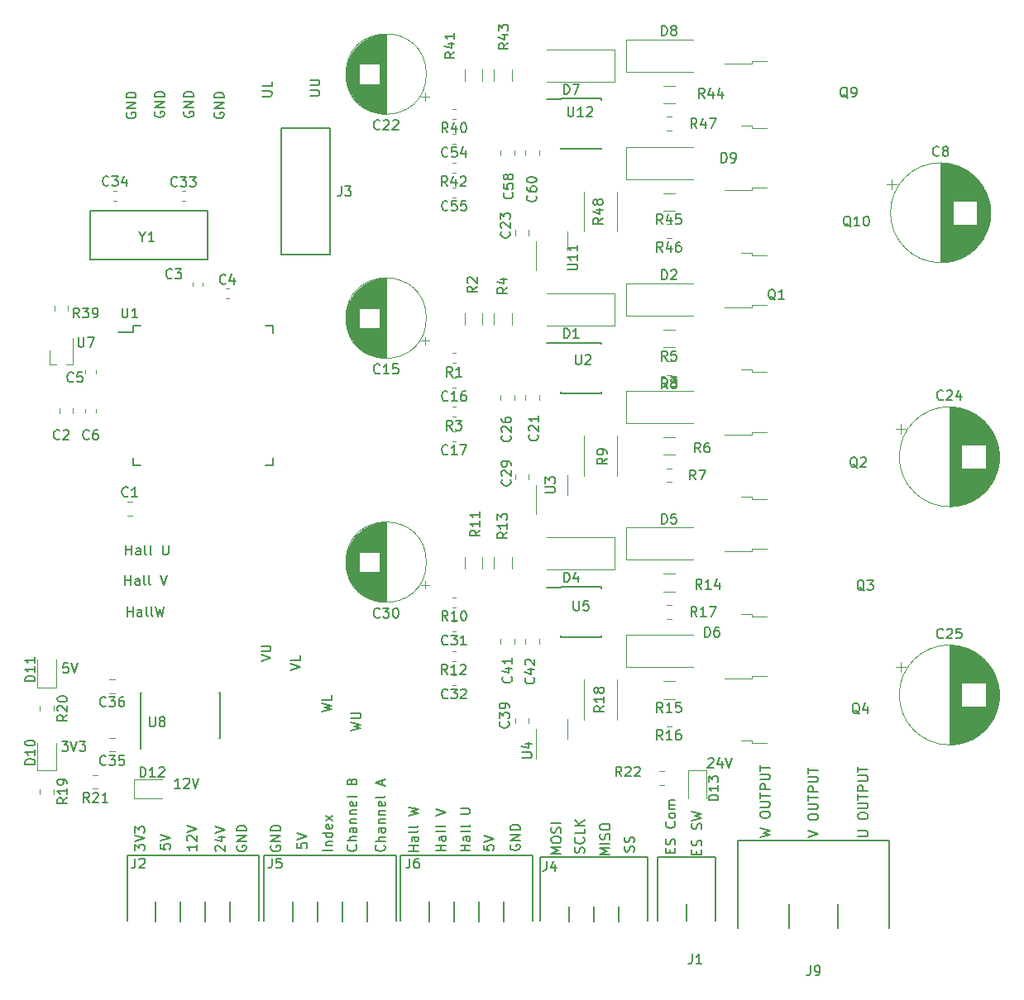
<source format=gbr>
G04 #@! TF.GenerationSoftware,KiCad,Pcbnew,5.0.2+dfsg1-1~bpo9+1*
G04 #@! TF.CreationDate,2020-01-12T11:13:13-05:00*
G04 #@! TF.ProjectId,SCARAMotorFeedbackController,53434152-414d-46f7-946f-724665656462,rev?*
G04 #@! TF.SameCoordinates,Original*
G04 #@! TF.FileFunction,Legend,Top*
G04 #@! TF.FilePolarity,Positive*
%FSLAX46Y46*%
G04 Gerber Fmt 4.6, Leading zero omitted, Abs format (unit mm)*
G04 Created by KiCad (PCBNEW 5.0.2+dfsg1-1~bpo9+1) date Sun 12 Jan 2020 11:13:13 AM EST*
%MOMM*%
%LPD*%
G01*
G04 APERTURE LIST*
%ADD10C,0.150000*%
%ADD11C,0.120000*%
G04 APERTURE END LIST*
D10*
X70209523Y16852380D02*
X70257142Y16900000D01*
X70352380Y16947619D01*
X70590476Y16947619D01*
X70685714Y16900000D01*
X70733333Y16852380D01*
X70780952Y16757142D01*
X70780952Y16661904D01*
X70733333Y16519047D01*
X70161904Y15947619D01*
X70780952Y15947619D01*
X71638095Y16614285D02*
X71638095Y15947619D01*
X71400000Y16995238D02*
X71161904Y16280952D01*
X71780952Y16280952D01*
X72019047Y16947619D02*
X72352380Y15947619D01*
X72685714Y16947619D01*
X16180952Y13847619D02*
X15609523Y13847619D01*
X15895238Y13847619D02*
X15895238Y14847619D01*
X15800000Y14704761D01*
X15704761Y14609523D01*
X15609523Y14561904D01*
X16561904Y14752380D02*
X16609523Y14800000D01*
X16704761Y14847619D01*
X16942857Y14847619D01*
X17038095Y14800000D01*
X17085714Y14752380D01*
X17133333Y14657142D01*
X17133333Y14561904D01*
X17085714Y14419047D01*
X16514285Y13847619D01*
X17133333Y13847619D01*
X17419047Y14847619D02*
X17752380Y13847619D01*
X18085714Y14847619D01*
X4709523Y26647619D02*
X4233333Y26647619D01*
X4185714Y26171428D01*
X4233333Y26219047D01*
X4328571Y26266666D01*
X4566666Y26266666D01*
X4661904Y26219047D01*
X4709523Y26171428D01*
X4757142Y26076190D01*
X4757142Y25838095D01*
X4709523Y25742857D01*
X4661904Y25695238D01*
X4566666Y25647619D01*
X4328571Y25647619D01*
X4233333Y25695238D01*
X4185714Y25742857D01*
X5042857Y26647619D02*
X5376190Y25647619D01*
X5709523Y26647619D01*
X4061904Y18647619D02*
X4680952Y18647619D01*
X4347619Y18266666D01*
X4490476Y18266666D01*
X4585714Y18219047D01*
X4633333Y18171428D01*
X4680952Y18076190D01*
X4680952Y17838095D01*
X4633333Y17742857D01*
X4585714Y17695238D01*
X4490476Y17647619D01*
X4204761Y17647619D01*
X4109523Y17695238D01*
X4061904Y17742857D01*
X4966666Y18647619D02*
X5300000Y17647619D01*
X5633333Y18647619D01*
X5871428Y18647619D02*
X6490476Y18647619D01*
X6157142Y18266666D01*
X6300000Y18266666D01*
X6395238Y18219047D01*
X6442857Y18171428D01*
X6490476Y18076190D01*
X6490476Y17838095D01*
X6442857Y17742857D01*
X6395238Y17695238D01*
X6300000Y17647619D01*
X6014285Y17647619D01*
X5919047Y17695238D01*
X5871428Y17742857D01*
X85552380Y8900000D02*
X86361904Y8900000D01*
X86457142Y8947619D01*
X86504761Y8995238D01*
X86552380Y9090476D01*
X86552380Y9280952D01*
X86504761Y9376190D01*
X86457142Y9423809D01*
X86361904Y9471428D01*
X85552380Y9471428D01*
X85552380Y10900000D02*
X85552380Y11090476D01*
X85600000Y11185714D01*
X85695238Y11280952D01*
X85885714Y11328571D01*
X86219047Y11328571D01*
X86409523Y11280952D01*
X86504761Y11185714D01*
X86552380Y11090476D01*
X86552380Y10900000D01*
X86504761Y10804761D01*
X86409523Y10709523D01*
X86219047Y10661904D01*
X85885714Y10661904D01*
X85695238Y10709523D01*
X85600000Y10804761D01*
X85552380Y10900000D01*
X85552380Y11757142D02*
X86361904Y11757142D01*
X86457142Y11804761D01*
X86504761Y11852380D01*
X86552380Y11947619D01*
X86552380Y12138095D01*
X86504761Y12233333D01*
X86457142Y12280952D01*
X86361904Y12328571D01*
X85552380Y12328571D01*
X85552380Y12661904D02*
X85552380Y13233333D01*
X86552380Y12947619D02*
X85552380Y12947619D01*
X86552380Y13566666D02*
X85552380Y13566666D01*
X85552380Y13947619D01*
X85600000Y14042857D01*
X85647619Y14090476D01*
X85742857Y14138095D01*
X85885714Y14138095D01*
X85980952Y14090476D01*
X86028571Y14042857D01*
X86076190Y13947619D01*
X86076190Y13566666D01*
X85552380Y14566666D02*
X86361904Y14566666D01*
X86457142Y14614285D01*
X86504761Y14661904D01*
X86552380Y14757142D01*
X86552380Y14947619D01*
X86504761Y15042857D01*
X86457142Y15090476D01*
X86361904Y15138095D01*
X85552380Y15138095D01*
X85552380Y15471428D02*
X85552380Y16042857D01*
X86552380Y15757142D02*
X85552380Y15757142D01*
X80452380Y8852380D02*
X81452380Y9185714D01*
X80452380Y9519047D01*
X80452380Y10804761D02*
X80452380Y10995238D01*
X80500000Y11090476D01*
X80595238Y11185714D01*
X80785714Y11233333D01*
X81119047Y11233333D01*
X81309523Y11185714D01*
X81404761Y11090476D01*
X81452380Y10995238D01*
X81452380Y10804761D01*
X81404761Y10709523D01*
X81309523Y10614285D01*
X81119047Y10566666D01*
X80785714Y10566666D01*
X80595238Y10614285D01*
X80500000Y10709523D01*
X80452380Y10804761D01*
X80452380Y11661904D02*
X81261904Y11661904D01*
X81357142Y11709523D01*
X81404761Y11757142D01*
X81452380Y11852380D01*
X81452380Y12042857D01*
X81404761Y12138095D01*
X81357142Y12185714D01*
X81261904Y12233333D01*
X80452380Y12233333D01*
X80452380Y12566666D02*
X80452380Y13138095D01*
X81452380Y12852380D02*
X80452380Y12852380D01*
X81452380Y13471428D02*
X80452380Y13471428D01*
X80452380Y13852380D01*
X80500000Y13947619D01*
X80547619Y13995238D01*
X80642857Y14042857D01*
X80785714Y14042857D01*
X80880952Y13995238D01*
X80928571Y13947619D01*
X80976190Y13852380D01*
X80976190Y13471428D01*
X80452380Y14471428D02*
X81261904Y14471428D01*
X81357142Y14519047D01*
X81404761Y14566666D01*
X81452380Y14661904D01*
X81452380Y14852380D01*
X81404761Y14947619D01*
X81357142Y14995238D01*
X81261904Y15042857D01*
X80452380Y15042857D01*
X80452380Y15376190D02*
X80452380Y15947619D01*
X81452380Y15661904D02*
X80452380Y15661904D01*
X75552380Y8857142D02*
X76552380Y9095238D01*
X75838095Y9285714D01*
X76552380Y9476190D01*
X75552380Y9714285D01*
X75552380Y11047619D02*
X75552380Y11238095D01*
X75600000Y11333333D01*
X75695238Y11428571D01*
X75885714Y11476190D01*
X76219047Y11476190D01*
X76409523Y11428571D01*
X76504761Y11333333D01*
X76552380Y11238095D01*
X76552380Y11047619D01*
X76504761Y10952380D01*
X76409523Y10857142D01*
X76219047Y10809523D01*
X75885714Y10809523D01*
X75695238Y10857142D01*
X75600000Y10952380D01*
X75552380Y11047619D01*
X75552380Y11904761D02*
X76361904Y11904761D01*
X76457142Y11952380D01*
X76504761Y12000000D01*
X76552380Y12095238D01*
X76552380Y12285714D01*
X76504761Y12380952D01*
X76457142Y12428571D01*
X76361904Y12476190D01*
X75552380Y12476190D01*
X75552380Y12809523D02*
X75552380Y13380952D01*
X76552380Y13095238D02*
X75552380Y13095238D01*
X76552380Y13714285D02*
X75552380Y13714285D01*
X75552380Y14095238D01*
X75600000Y14190476D01*
X75647619Y14238095D01*
X75742857Y14285714D01*
X75885714Y14285714D01*
X75980952Y14238095D01*
X76028571Y14190476D01*
X76076190Y14095238D01*
X76076190Y13714285D01*
X75552380Y14714285D02*
X76361904Y14714285D01*
X76457142Y14761904D01*
X76504761Y14809523D01*
X76552380Y14904761D01*
X76552380Y15095238D01*
X76504761Y15190476D01*
X76457142Y15238095D01*
X76361904Y15285714D01*
X75552380Y15285714D01*
X75552380Y15619047D02*
X75552380Y16190476D01*
X76552380Y15904761D02*
X75552380Y15904761D01*
X69028571Y7080952D02*
X69028571Y7414285D01*
X69552380Y7557142D02*
X69552380Y7080952D01*
X68552380Y7080952D01*
X68552380Y7557142D01*
X69504761Y7938095D02*
X69552380Y8080952D01*
X69552380Y8319047D01*
X69504761Y8414285D01*
X69457142Y8461904D01*
X69361904Y8509523D01*
X69266666Y8509523D01*
X69171428Y8461904D01*
X69123809Y8414285D01*
X69076190Y8319047D01*
X69028571Y8128571D01*
X68980952Y8033333D01*
X68933333Y7985714D01*
X68838095Y7938095D01*
X68742857Y7938095D01*
X68647619Y7985714D01*
X68600000Y8033333D01*
X68552380Y8128571D01*
X68552380Y8366666D01*
X68600000Y8509523D01*
X69504761Y9652380D02*
X69552380Y9795238D01*
X69552380Y10033333D01*
X69504761Y10128571D01*
X69457142Y10176190D01*
X69361904Y10223809D01*
X69266666Y10223809D01*
X69171428Y10176190D01*
X69123809Y10128571D01*
X69076190Y10033333D01*
X69028571Y9842857D01*
X68980952Y9747619D01*
X68933333Y9700000D01*
X68838095Y9652380D01*
X68742857Y9652380D01*
X68647619Y9700000D01*
X68600000Y9747619D01*
X68552380Y9842857D01*
X68552380Y10080952D01*
X68600000Y10223809D01*
X68552380Y10557142D02*
X69552380Y10795238D01*
X68838095Y10985714D01*
X69552380Y11176190D01*
X68552380Y11414285D01*
X66328571Y7209523D02*
X66328571Y7542857D01*
X66852380Y7685714D02*
X66852380Y7209523D01*
X65852380Y7209523D01*
X65852380Y7685714D01*
X66804761Y8066666D02*
X66852380Y8209523D01*
X66852380Y8447619D01*
X66804761Y8542857D01*
X66757142Y8590476D01*
X66661904Y8638095D01*
X66566666Y8638095D01*
X66471428Y8590476D01*
X66423809Y8542857D01*
X66376190Y8447619D01*
X66328571Y8257142D01*
X66280952Y8161904D01*
X66233333Y8114285D01*
X66138095Y8066666D01*
X66042857Y8066666D01*
X65947619Y8114285D01*
X65900000Y8161904D01*
X65852380Y8257142D01*
X65852380Y8495238D01*
X65900000Y8638095D01*
X66757142Y10400000D02*
X66804761Y10352380D01*
X66852380Y10209523D01*
X66852380Y10114285D01*
X66804761Y9971428D01*
X66709523Y9876190D01*
X66614285Y9828571D01*
X66423809Y9780952D01*
X66280952Y9780952D01*
X66090476Y9828571D01*
X65995238Y9876190D01*
X65900000Y9971428D01*
X65852380Y10114285D01*
X65852380Y10209523D01*
X65900000Y10352380D01*
X65947619Y10400000D01*
X66852380Y10971428D02*
X66804761Y10876190D01*
X66757142Y10828571D01*
X66661904Y10780952D01*
X66376190Y10780952D01*
X66280952Y10828571D01*
X66233333Y10876190D01*
X66185714Y10971428D01*
X66185714Y11114285D01*
X66233333Y11209523D01*
X66280952Y11257142D01*
X66376190Y11304761D01*
X66661904Y11304761D01*
X66757142Y11257142D01*
X66804761Y11209523D01*
X66852380Y11114285D01*
X66852380Y10971428D01*
X66852380Y11733333D02*
X66185714Y11733333D01*
X66280952Y11733333D02*
X66233333Y11780952D01*
X66185714Y11876190D01*
X66185714Y12019047D01*
X66233333Y12114285D01*
X66328571Y12161904D01*
X66852380Y12161904D01*
X66328571Y12161904D02*
X66233333Y12209523D01*
X66185714Y12304761D01*
X66185714Y12447619D01*
X66233333Y12542857D01*
X66328571Y12590476D01*
X66852380Y12590476D01*
X62604761Y7338095D02*
X62652380Y7480952D01*
X62652380Y7719047D01*
X62604761Y7814285D01*
X62557142Y7861904D01*
X62461904Y7909523D01*
X62366666Y7909523D01*
X62271428Y7861904D01*
X62223809Y7814285D01*
X62176190Y7719047D01*
X62128571Y7528571D01*
X62080952Y7433333D01*
X62033333Y7385714D01*
X61938095Y7338095D01*
X61842857Y7338095D01*
X61747619Y7385714D01*
X61700000Y7433333D01*
X61652380Y7528571D01*
X61652380Y7766666D01*
X61700000Y7909523D01*
X62604761Y8290476D02*
X62652380Y8433333D01*
X62652380Y8671428D01*
X62604761Y8766666D01*
X62557142Y8814285D01*
X62461904Y8861904D01*
X62366666Y8861904D01*
X62271428Y8814285D01*
X62223809Y8766666D01*
X62176190Y8671428D01*
X62128571Y8480952D01*
X62080952Y8385714D01*
X62033333Y8338095D01*
X61938095Y8290476D01*
X61842857Y8290476D01*
X61747619Y8338095D01*
X61700000Y8385714D01*
X61652380Y8480952D01*
X61652380Y8719047D01*
X61700000Y8861904D01*
X60152380Y7028571D02*
X59152380Y7028571D01*
X59866666Y7361904D01*
X59152380Y7695238D01*
X60152380Y7695238D01*
X60152380Y8171428D02*
X59152380Y8171428D01*
X60104761Y8600000D02*
X60152380Y8742857D01*
X60152380Y8980952D01*
X60104761Y9076190D01*
X60057142Y9123809D01*
X59961904Y9171428D01*
X59866666Y9171428D01*
X59771428Y9123809D01*
X59723809Y9076190D01*
X59676190Y8980952D01*
X59628571Y8790476D01*
X59580952Y8695238D01*
X59533333Y8647619D01*
X59438095Y8600000D01*
X59342857Y8600000D01*
X59247619Y8647619D01*
X59200000Y8695238D01*
X59152380Y8790476D01*
X59152380Y9028571D01*
X59200000Y9171428D01*
X59152380Y9790476D02*
X59152380Y9980952D01*
X59200000Y10076190D01*
X59295238Y10171428D01*
X59485714Y10219047D01*
X59819047Y10219047D01*
X60009523Y10171428D01*
X60104761Y10076190D01*
X60152380Y9980952D01*
X60152380Y9790476D01*
X60104761Y9695238D01*
X60009523Y9600000D01*
X59819047Y9552380D01*
X59485714Y9552380D01*
X59295238Y9600000D01*
X59200000Y9695238D01*
X59152380Y9790476D01*
X57504761Y7209523D02*
X57552380Y7352380D01*
X57552380Y7590476D01*
X57504761Y7685714D01*
X57457142Y7733333D01*
X57361904Y7780952D01*
X57266666Y7780952D01*
X57171428Y7733333D01*
X57123809Y7685714D01*
X57076190Y7590476D01*
X57028571Y7400000D01*
X56980952Y7304761D01*
X56933333Y7257142D01*
X56838095Y7209523D01*
X56742857Y7209523D01*
X56647619Y7257142D01*
X56600000Y7304761D01*
X56552380Y7400000D01*
X56552380Y7638095D01*
X56600000Y7780952D01*
X57457142Y8780952D02*
X57504761Y8733333D01*
X57552380Y8590476D01*
X57552380Y8495238D01*
X57504761Y8352380D01*
X57409523Y8257142D01*
X57314285Y8209523D01*
X57123809Y8161904D01*
X56980952Y8161904D01*
X56790476Y8209523D01*
X56695238Y8257142D01*
X56600000Y8352380D01*
X56552380Y8495238D01*
X56552380Y8590476D01*
X56600000Y8733333D01*
X56647619Y8780952D01*
X57552380Y9685714D02*
X57552380Y9209523D01*
X56552380Y9209523D01*
X57552380Y10019047D02*
X56552380Y10019047D01*
X57552380Y10590476D02*
X56980952Y10161904D01*
X56552380Y10590476D02*
X57123809Y10019047D01*
X55152380Y7128571D02*
X54152380Y7128571D01*
X54866666Y7461904D01*
X54152380Y7795238D01*
X55152380Y7795238D01*
X54152380Y8461904D02*
X54152380Y8652380D01*
X54200000Y8747619D01*
X54295238Y8842857D01*
X54485714Y8890476D01*
X54819047Y8890476D01*
X55009523Y8842857D01*
X55104761Y8747619D01*
X55152380Y8652380D01*
X55152380Y8461904D01*
X55104761Y8366666D01*
X55009523Y8271428D01*
X54819047Y8223809D01*
X54485714Y8223809D01*
X54295238Y8271428D01*
X54200000Y8366666D01*
X54152380Y8461904D01*
X55104761Y9271428D02*
X55152380Y9414285D01*
X55152380Y9652380D01*
X55104761Y9747619D01*
X55057142Y9795238D01*
X54961904Y9842857D01*
X54866666Y9842857D01*
X54771428Y9795238D01*
X54723809Y9747619D01*
X54676190Y9652380D01*
X54628571Y9461904D01*
X54580952Y9366666D01*
X54533333Y9319047D01*
X54438095Y9271428D01*
X54342857Y9271428D01*
X54247619Y9319047D01*
X54200000Y9366666D01*
X54152380Y9461904D01*
X54152380Y9700000D01*
X54200000Y9842857D01*
X55152380Y10271428D02*
X54152380Y10271428D01*
X50000000Y8038095D02*
X49952380Y7942857D01*
X49952380Y7800000D01*
X50000000Y7657142D01*
X50095238Y7561904D01*
X50190476Y7514285D01*
X50380952Y7466666D01*
X50523809Y7466666D01*
X50714285Y7514285D01*
X50809523Y7561904D01*
X50904761Y7657142D01*
X50952380Y7800000D01*
X50952380Y7895238D01*
X50904761Y8038095D01*
X50857142Y8085714D01*
X50523809Y8085714D01*
X50523809Y7895238D01*
X50952380Y8514285D02*
X49952380Y8514285D01*
X50952380Y9085714D01*
X49952380Y9085714D01*
X50952380Y9561904D02*
X49952380Y9561904D01*
X49952380Y9800000D01*
X50000000Y9942857D01*
X50095238Y10038095D01*
X50190476Y10085714D01*
X50380952Y10133333D01*
X50523809Y10133333D01*
X50714285Y10085714D01*
X50809523Y10038095D01*
X50904761Y9942857D01*
X50952380Y9800000D01*
X50952380Y9561904D01*
X47252380Y8009523D02*
X47252380Y7533333D01*
X47728571Y7485714D01*
X47680952Y7533333D01*
X47633333Y7628571D01*
X47633333Y7866666D01*
X47680952Y7961904D01*
X47728571Y8009523D01*
X47823809Y8057142D01*
X48061904Y8057142D01*
X48157142Y8009523D01*
X48204761Y7961904D01*
X48252380Y7866666D01*
X48252380Y7628571D01*
X48204761Y7533333D01*
X48157142Y7485714D01*
X47252380Y8342857D02*
X48252380Y8676190D01*
X47252380Y9009523D01*
X45852380Y7433333D02*
X44852380Y7433333D01*
X45328571Y7433333D02*
X45328571Y8004761D01*
X45852380Y8004761D02*
X44852380Y8004761D01*
X45852380Y8909523D02*
X45328571Y8909523D01*
X45233333Y8861904D01*
X45185714Y8766666D01*
X45185714Y8576190D01*
X45233333Y8480952D01*
X45804761Y8909523D02*
X45852380Y8814285D01*
X45852380Y8576190D01*
X45804761Y8480952D01*
X45709523Y8433333D01*
X45614285Y8433333D01*
X45519047Y8480952D01*
X45471428Y8576190D01*
X45471428Y8814285D01*
X45423809Y8909523D01*
X45852380Y9528571D02*
X45804761Y9433333D01*
X45709523Y9385714D01*
X44852380Y9385714D01*
X45852380Y10052380D02*
X45804761Y9957142D01*
X45709523Y9909523D01*
X44852380Y9909523D01*
X44852380Y11195238D02*
X45661904Y11195238D01*
X45757142Y11242857D01*
X45804761Y11290476D01*
X45852380Y11385714D01*
X45852380Y11576190D01*
X45804761Y11671428D01*
X45757142Y11719047D01*
X45661904Y11766666D01*
X44852380Y11766666D01*
X43352380Y7428571D02*
X42352380Y7428571D01*
X42828571Y7428571D02*
X42828571Y8000000D01*
X43352380Y8000000D02*
X42352380Y8000000D01*
X43352380Y8904761D02*
X42828571Y8904761D01*
X42733333Y8857142D01*
X42685714Y8761904D01*
X42685714Y8571428D01*
X42733333Y8476190D01*
X43304761Y8904761D02*
X43352380Y8809523D01*
X43352380Y8571428D01*
X43304761Y8476190D01*
X43209523Y8428571D01*
X43114285Y8428571D01*
X43019047Y8476190D01*
X42971428Y8571428D01*
X42971428Y8809523D01*
X42923809Y8904761D01*
X43352380Y9523809D02*
X43304761Y9428571D01*
X43209523Y9380952D01*
X42352380Y9380952D01*
X43352380Y10047619D02*
X43304761Y9952380D01*
X43209523Y9904761D01*
X42352380Y9904761D01*
X42352380Y11047619D02*
X43352380Y11380952D01*
X42352380Y11714285D01*
X40552380Y7385714D02*
X39552380Y7385714D01*
X40028571Y7385714D02*
X40028571Y7957142D01*
X40552380Y7957142D02*
X39552380Y7957142D01*
X40552380Y8861904D02*
X40028571Y8861904D01*
X39933333Y8814285D01*
X39885714Y8719047D01*
X39885714Y8528571D01*
X39933333Y8433333D01*
X40504761Y8861904D02*
X40552380Y8766666D01*
X40552380Y8528571D01*
X40504761Y8433333D01*
X40409523Y8385714D01*
X40314285Y8385714D01*
X40219047Y8433333D01*
X40171428Y8528571D01*
X40171428Y8766666D01*
X40123809Y8861904D01*
X40552380Y9480952D02*
X40504761Y9385714D01*
X40409523Y9338095D01*
X39552380Y9338095D01*
X40552380Y10004761D02*
X40504761Y9909523D01*
X40409523Y9861904D01*
X39552380Y9861904D01*
X39552380Y11052380D02*
X40552380Y11290476D01*
X39838095Y11480952D01*
X40552380Y11671428D01*
X39552380Y11909523D01*
X37057142Y8000000D02*
X37104761Y7952380D01*
X37152380Y7809523D01*
X37152380Y7714285D01*
X37104761Y7571428D01*
X37009523Y7476190D01*
X36914285Y7428571D01*
X36723809Y7380952D01*
X36580952Y7380952D01*
X36390476Y7428571D01*
X36295238Y7476190D01*
X36200000Y7571428D01*
X36152380Y7714285D01*
X36152380Y7809523D01*
X36200000Y7952380D01*
X36247619Y8000000D01*
X37152380Y8428571D02*
X36152380Y8428571D01*
X37152380Y8857142D02*
X36628571Y8857142D01*
X36533333Y8809523D01*
X36485714Y8714285D01*
X36485714Y8571428D01*
X36533333Y8476190D01*
X36580952Y8428571D01*
X37152380Y9761904D02*
X36628571Y9761904D01*
X36533333Y9714285D01*
X36485714Y9619047D01*
X36485714Y9428571D01*
X36533333Y9333333D01*
X37104761Y9761904D02*
X37152380Y9666666D01*
X37152380Y9428571D01*
X37104761Y9333333D01*
X37009523Y9285714D01*
X36914285Y9285714D01*
X36819047Y9333333D01*
X36771428Y9428571D01*
X36771428Y9666666D01*
X36723809Y9761904D01*
X36485714Y10238095D02*
X37152380Y10238095D01*
X36580952Y10238095D02*
X36533333Y10285714D01*
X36485714Y10380952D01*
X36485714Y10523809D01*
X36533333Y10619047D01*
X36628571Y10666666D01*
X37152380Y10666666D01*
X36485714Y11142857D02*
X37152380Y11142857D01*
X36580952Y11142857D02*
X36533333Y11190476D01*
X36485714Y11285714D01*
X36485714Y11428571D01*
X36533333Y11523809D01*
X36628571Y11571428D01*
X37152380Y11571428D01*
X37104761Y12428571D02*
X37152380Y12333333D01*
X37152380Y12142857D01*
X37104761Y12047619D01*
X37009523Y12000000D01*
X36628571Y12000000D01*
X36533333Y12047619D01*
X36485714Y12142857D01*
X36485714Y12333333D01*
X36533333Y12428571D01*
X36628571Y12476190D01*
X36723809Y12476190D01*
X36819047Y12000000D01*
X37152380Y13047619D02*
X37104761Y12952380D01*
X37009523Y12904761D01*
X36152380Y12904761D01*
X36866666Y14142857D02*
X36866666Y14619047D01*
X37152380Y14047619D02*
X36152380Y14380952D01*
X37152380Y14714285D01*
X34157142Y8028571D02*
X34204761Y7980952D01*
X34252380Y7838095D01*
X34252380Y7742857D01*
X34204761Y7600000D01*
X34109523Y7504761D01*
X34014285Y7457142D01*
X33823809Y7409523D01*
X33680952Y7409523D01*
X33490476Y7457142D01*
X33395238Y7504761D01*
X33300000Y7600000D01*
X33252380Y7742857D01*
X33252380Y7838095D01*
X33300000Y7980952D01*
X33347619Y8028571D01*
X34252380Y8457142D02*
X33252380Y8457142D01*
X34252380Y8885714D02*
X33728571Y8885714D01*
X33633333Y8838095D01*
X33585714Y8742857D01*
X33585714Y8600000D01*
X33633333Y8504761D01*
X33680952Y8457142D01*
X34252380Y9790476D02*
X33728571Y9790476D01*
X33633333Y9742857D01*
X33585714Y9647619D01*
X33585714Y9457142D01*
X33633333Y9361904D01*
X34204761Y9790476D02*
X34252380Y9695238D01*
X34252380Y9457142D01*
X34204761Y9361904D01*
X34109523Y9314285D01*
X34014285Y9314285D01*
X33919047Y9361904D01*
X33871428Y9457142D01*
X33871428Y9695238D01*
X33823809Y9790476D01*
X33585714Y10266666D02*
X34252380Y10266666D01*
X33680952Y10266666D02*
X33633333Y10314285D01*
X33585714Y10409523D01*
X33585714Y10552380D01*
X33633333Y10647619D01*
X33728571Y10695238D01*
X34252380Y10695238D01*
X33585714Y11171428D02*
X34252380Y11171428D01*
X33680952Y11171428D02*
X33633333Y11219047D01*
X33585714Y11314285D01*
X33585714Y11457142D01*
X33633333Y11552380D01*
X33728571Y11600000D01*
X34252380Y11600000D01*
X34204761Y12457142D02*
X34252380Y12361904D01*
X34252380Y12171428D01*
X34204761Y12076190D01*
X34109523Y12028571D01*
X33728571Y12028571D01*
X33633333Y12076190D01*
X33585714Y12171428D01*
X33585714Y12361904D01*
X33633333Y12457142D01*
X33728571Y12504761D01*
X33823809Y12504761D01*
X33919047Y12028571D01*
X34252380Y13076190D02*
X34204761Y12980952D01*
X34109523Y12933333D01*
X33252380Y12933333D01*
X33728571Y14552380D02*
X33776190Y14695238D01*
X33823809Y14742857D01*
X33919047Y14790476D01*
X34061904Y14790476D01*
X34157142Y14742857D01*
X34204761Y14695238D01*
X34252380Y14600000D01*
X34252380Y14219047D01*
X33252380Y14219047D01*
X33252380Y14552380D01*
X33300000Y14647619D01*
X33347619Y14695238D01*
X33442857Y14742857D01*
X33538095Y14742857D01*
X33633333Y14695238D01*
X33680952Y14647619D01*
X33728571Y14552380D01*
X33728571Y14219047D01*
X31752380Y7461904D02*
X30752380Y7461904D01*
X31085714Y7938095D02*
X31752380Y7938095D01*
X31180952Y7938095D02*
X31133333Y7985714D01*
X31085714Y8080952D01*
X31085714Y8223809D01*
X31133333Y8319047D01*
X31228571Y8366666D01*
X31752380Y8366666D01*
X31752380Y9271428D02*
X30752380Y9271428D01*
X31704761Y9271428D02*
X31752380Y9176190D01*
X31752380Y8985714D01*
X31704761Y8890476D01*
X31657142Y8842857D01*
X31561904Y8795238D01*
X31276190Y8795238D01*
X31180952Y8842857D01*
X31133333Y8890476D01*
X31085714Y8985714D01*
X31085714Y9176190D01*
X31133333Y9271428D01*
X31704761Y10128571D02*
X31752380Y10033333D01*
X31752380Y9842857D01*
X31704761Y9747619D01*
X31609523Y9700000D01*
X31228571Y9700000D01*
X31133333Y9747619D01*
X31085714Y9842857D01*
X31085714Y10033333D01*
X31133333Y10128571D01*
X31228571Y10176190D01*
X31323809Y10176190D01*
X31419047Y9700000D01*
X31752380Y10509523D02*
X31085714Y11033333D01*
X31085714Y10509523D02*
X31752380Y11033333D01*
X28152380Y8209523D02*
X28152380Y7733333D01*
X28628571Y7685714D01*
X28580952Y7733333D01*
X28533333Y7828571D01*
X28533333Y8066666D01*
X28580952Y8161904D01*
X28628571Y8209523D01*
X28723809Y8257142D01*
X28961904Y8257142D01*
X29057142Y8209523D01*
X29104761Y8161904D01*
X29152380Y8066666D01*
X29152380Y7828571D01*
X29104761Y7733333D01*
X29057142Y7685714D01*
X28152380Y8542857D02*
X29152380Y8876190D01*
X28152380Y9209523D01*
X25500000Y7938095D02*
X25452380Y7842857D01*
X25452380Y7700000D01*
X25500000Y7557142D01*
X25595238Y7461904D01*
X25690476Y7414285D01*
X25880952Y7366666D01*
X26023809Y7366666D01*
X26214285Y7414285D01*
X26309523Y7461904D01*
X26404761Y7557142D01*
X26452380Y7700000D01*
X26452380Y7795238D01*
X26404761Y7938095D01*
X26357142Y7985714D01*
X26023809Y7985714D01*
X26023809Y7795238D01*
X26452380Y8414285D02*
X25452380Y8414285D01*
X26452380Y8985714D01*
X25452380Y8985714D01*
X26452380Y9461904D02*
X25452380Y9461904D01*
X25452380Y9700000D01*
X25500000Y9842857D01*
X25595238Y9938095D01*
X25690476Y9985714D01*
X25880952Y10033333D01*
X26023809Y10033333D01*
X26214285Y9985714D01*
X26309523Y9938095D01*
X26404761Y9842857D01*
X26452380Y9700000D01*
X26452380Y9461904D01*
X22000000Y7938095D02*
X21952380Y7842857D01*
X21952380Y7700000D01*
X22000000Y7557142D01*
X22095238Y7461904D01*
X22190476Y7414285D01*
X22380952Y7366666D01*
X22523809Y7366666D01*
X22714285Y7414285D01*
X22809523Y7461904D01*
X22904761Y7557142D01*
X22952380Y7700000D01*
X22952380Y7795238D01*
X22904761Y7938095D01*
X22857142Y7985714D01*
X22523809Y7985714D01*
X22523809Y7795238D01*
X22952380Y8414285D02*
X21952380Y8414285D01*
X22952380Y8985714D01*
X21952380Y8985714D01*
X22952380Y9461904D02*
X21952380Y9461904D01*
X21952380Y9700000D01*
X22000000Y9842857D01*
X22095238Y9938095D01*
X22190476Y9985714D01*
X22380952Y10033333D01*
X22523809Y10033333D01*
X22714285Y9985714D01*
X22809523Y9938095D01*
X22904761Y9842857D01*
X22952380Y9700000D01*
X22952380Y9461904D01*
X19847619Y7409523D02*
X19800000Y7457142D01*
X19752380Y7552380D01*
X19752380Y7790476D01*
X19800000Y7885714D01*
X19847619Y7933333D01*
X19942857Y7980952D01*
X20038095Y7980952D01*
X20180952Y7933333D01*
X20752380Y7361904D01*
X20752380Y7980952D01*
X20085714Y8838095D02*
X20752380Y8838095D01*
X19704761Y8600000D02*
X20419047Y8361904D01*
X20419047Y8980952D01*
X19752380Y9219047D02*
X20752380Y9552380D01*
X19752380Y9885714D01*
X17852380Y8080952D02*
X17852380Y7509523D01*
X17852380Y7795238D02*
X16852380Y7795238D01*
X16995238Y7700000D01*
X17090476Y7604761D01*
X17138095Y7509523D01*
X16947619Y8461904D02*
X16900000Y8509523D01*
X16852380Y8604761D01*
X16852380Y8842857D01*
X16900000Y8938095D01*
X16947619Y8985714D01*
X17042857Y9033333D01*
X17138095Y9033333D01*
X17280952Y8985714D01*
X17852380Y8414285D01*
X17852380Y9033333D01*
X16852380Y9319047D02*
X17852380Y9652380D01*
X16852380Y9985714D01*
X14152380Y8109523D02*
X14152380Y7633333D01*
X14628571Y7585714D01*
X14580952Y7633333D01*
X14533333Y7728571D01*
X14533333Y7966666D01*
X14580952Y8061904D01*
X14628571Y8109523D01*
X14723809Y8157142D01*
X14961904Y8157142D01*
X15057142Y8109523D01*
X15104761Y8061904D01*
X15152380Y7966666D01*
X15152380Y7728571D01*
X15104761Y7633333D01*
X15057142Y7585714D01*
X14152380Y8442857D02*
X15152380Y8776190D01*
X14152380Y9109523D01*
X11552380Y7461904D02*
X11552380Y8080952D01*
X11933333Y7747619D01*
X11933333Y7890476D01*
X11980952Y7985714D01*
X12028571Y8033333D01*
X12123809Y8080952D01*
X12361904Y8080952D01*
X12457142Y8033333D01*
X12504761Y7985714D01*
X12552380Y7890476D01*
X12552380Y7604761D01*
X12504761Y7509523D01*
X12457142Y7461904D01*
X11552380Y8366666D02*
X12552380Y8700000D01*
X11552380Y9033333D01*
X11552380Y9271428D02*
X11552380Y9890476D01*
X11933333Y9557142D01*
X11933333Y9700000D01*
X11980952Y9795238D01*
X12028571Y9842857D01*
X12123809Y9890476D01*
X12361904Y9890476D01*
X12457142Y9842857D01*
X12504761Y9795238D01*
X12552380Y9700000D01*
X12552380Y9414285D01*
X12504761Y9319047D01*
X12457142Y9271428D01*
D11*
G04 #@! TO.C,C1*
X10738748Y41790000D02*
X11261252Y41790000D01*
X10738748Y43210000D02*
X11261252Y43210000D01*
G04 #@! TO.C,C2*
X3790000Y52238748D02*
X3790000Y52761252D01*
X5210000Y52238748D02*
X5210000Y52761252D01*
G04 #@! TO.C,C3*
X18510000Y65328733D02*
X18510000Y65671267D01*
X17490000Y65328733D02*
X17490000Y65671267D01*
G04 #@! TO.C,C4*
X20828733Y65010000D02*
X21171267Y65010000D01*
X20828733Y63990000D02*
X21171267Y63990000D01*
G04 #@! TO.C,C5*
X7510000Y56671267D02*
X7510000Y56328733D01*
X6490000Y56671267D02*
X6490000Y56328733D01*
G04 #@! TO.C,C6*
X6490000Y52328733D02*
X6490000Y52671267D01*
X7510000Y52328733D02*
X7510000Y52671267D01*
D10*
G04 #@! TO.C,U1*
X11380001Y61199999D02*
X11380001Y60549999D01*
X25630001Y61199999D02*
X25630001Y60439999D01*
X25630001Y46949999D02*
X25630001Y47709999D01*
X11380001Y46949999D02*
X11380001Y47709999D01*
X11380001Y61199999D02*
X12140001Y61199999D01*
X11380001Y46949999D02*
X12140001Y46949999D01*
X25630001Y46949999D02*
X24870001Y46949999D01*
X25630001Y61199999D02*
X24870001Y61199999D01*
X11380001Y60549999D02*
X9855001Y60549999D01*
D11*
G04 #@! TO.C,C33*
X16328733Y75010000D02*
X16671267Y75010000D01*
X16328733Y73990000D02*
X16671267Y73990000D01*
G04 #@! TO.C,C34*
X9671267Y75010000D02*
X9328733Y75010000D01*
X9671267Y73990000D02*
X9328733Y73990000D01*
D10*
G04 #@! TO.C,J3*
X31500000Y68500000D02*
X31500000Y75000000D01*
X26500000Y68500000D02*
X31500000Y68500000D01*
X26500000Y81500000D02*
X26500000Y68500000D01*
X31500000Y81500000D02*
X26500000Y81500000D01*
X31500000Y75000000D02*
X31500000Y81500000D01*
G04 #@! TO.C,J2*
X24250000Y250000D02*
X24250000Y7000000D01*
X24250000Y7000000D02*
X10750000Y7000000D01*
X10750000Y7000000D02*
X10750000Y250000D01*
X13690000Y198000D02*
X13690000Y2230000D01*
X16230000Y198000D02*
X16230000Y2230000D01*
X18770000Y198000D02*
X18770000Y2230000D01*
X21310000Y198000D02*
X21310000Y2230000D01*
G04 #@! TO.C,J5*
X35310000Y198000D02*
X35310000Y2230000D01*
X32770000Y198000D02*
X32770000Y2230000D01*
X30230000Y198000D02*
X30230000Y2230000D01*
X27690000Y198000D02*
X27690000Y2230000D01*
X24750000Y7000000D02*
X24750000Y250000D01*
X38250000Y7000000D02*
X24750000Y7000000D01*
X38250000Y250000D02*
X38250000Y7000000D01*
G04 #@! TO.C,J6*
X52250000Y250000D02*
X52250000Y7000000D01*
X52250000Y7000000D02*
X38750000Y7000000D01*
X38750000Y7000000D02*
X38750000Y250000D01*
X41690000Y198000D02*
X41690000Y2230000D01*
X44230000Y198000D02*
X44230000Y2230000D01*
X46770000Y198000D02*
X46770000Y2230000D01*
X49310000Y198000D02*
X49310000Y2230000D01*
G04 #@! TO.C,J4*
X64000000Y250000D02*
X64000000Y6750000D01*
X64000000Y6750000D02*
X53000000Y6750000D01*
X53000000Y6750000D02*
X53000000Y250000D01*
X55960000Y1722000D02*
X55960000Y198000D01*
X58500000Y1722000D02*
X58500000Y198000D01*
X61040000Y1722000D02*
X61040000Y198000D01*
D11*
G04 #@! TO.C,R39*
X4710000Y63261252D02*
X4710000Y62738748D01*
X3290000Y63261252D02*
X3290000Y62738748D01*
G04 #@! TO.C,U7*
X3500000Y57265000D02*
X2840000Y57265000D01*
X5170000Y57265000D02*
X4500000Y57265000D01*
X5160000Y57265000D02*
X5160000Y60000000D01*
X2840000Y58675000D02*
X2840000Y57265000D01*
D10*
G04 #@! TO.C,U8*
X12175000Y23625000D02*
X12200000Y23625000D01*
X20225000Y23625000D02*
X20200000Y23625000D01*
X20225000Y18975000D02*
X20200000Y18975000D01*
X12125000Y17900000D02*
X12125000Y23625000D01*
X20225000Y18975000D02*
X20225000Y23625000D01*
G04 #@! TO.C,Y1*
X19000000Y68000000D02*
X19000000Y73000000D01*
X19000000Y73000000D02*
X7000000Y73000000D01*
X7000000Y73000000D02*
X7000000Y68000000D01*
X7000000Y68000000D02*
X19000000Y68000000D01*
D11*
G04 #@! TO.C,C39*
X51860000Y21011252D02*
X51860000Y20488748D01*
X50440000Y21011252D02*
X50440000Y20488748D01*
G04 #@! TO.C,C41*
X48990000Y29161252D02*
X48990000Y28638748D01*
X50410000Y29161252D02*
X50410000Y28638748D01*
G04 #@! TO.C,C58*
X50410000Y79161252D02*
X50410000Y78638748D01*
X48990000Y79161252D02*
X48990000Y78638748D01*
G04 #@! TO.C,C60*
X51490000Y79161252D02*
X51490000Y78638748D01*
X52910000Y79161252D02*
X52910000Y78638748D01*
D10*
G04 #@! TO.C,J9*
X83500000Y-500000D02*
X83500000Y2000000D01*
X78500000Y2000000D02*
X78500000Y-500000D01*
X73250000Y8500000D02*
X73250000Y-500000D01*
X88750000Y8500000D02*
X73250000Y8500000D01*
X88750000Y8500000D02*
X88750000Y-500000D01*
D11*
G04 #@! TO.C,Q9*
X74730000Y81720000D02*
X73630000Y81720000D01*
X74730000Y81450000D02*
X74730000Y81720000D01*
X76230000Y81450000D02*
X74730000Y81450000D01*
X74730000Y88080000D02*
X71900000Y88080000D01*
X74730000Y88350000D02*
X74730000Y88080000D01*
X76230000Y88350000D02*
X74730000Y88350000D01*
G04 #@! TO.C,Q10*
X76230000Y75350000D02*
X74730000Y75350000D01*
X74730000Y75350000D02*
X74730000Y75080000D01*
X74730000Y75080000D02*
X71900000Y75080000D01*
X76230000Y68450000D02*
X74730000Y68450000D01*
X74730000Y68450000D02*
X74730000Y68720000D01*
X74730000Y68720000D02*
X73630000Y68720000D01*
G04 #@! TO.C,R46*
X66461252Y70190000D02*
X65938748Y70190000D01*
X66461252Y71610000D02*
X65938748Y71610000D01*
G04 #@! TO.C,R47*
X66461252Y82610000D02*
X65938748Y82610000D01*
X66461252Y81190000D02*
X65938748Y81190000D01*
G04 #@! TO.C,R48*
X60910000Y70847936D02*
X60910000Y74952064D01*
X57490000Y70847936D02*
X57490000Y74952064D01*
G04 #@! TO.C,U11*
X52580000Y69900000D02*
X52580000Y66900000D01*
X55820000Y70900000D02*
X55820000Y68900000D01*
D10*
G04 #@! TO.C,U12*
X55125000Y84475000D02*
X55125000Y84425000D01*
X59275000Y84475000D02*
X59275000Y84330000D01*
X59275000Y79325000D02*
X59275000Y79470000D01*
X55125000Y79325000D02*
X55125000Y79470000D01*
X55125000Y84475000D02*
X59275000Y84475000D01*
X55125000Y79325000D02*
X59275000Y79325000D01*
X55125000Y84425000D02*
X53725000Y84425000D01*
D11*
G04 #@! TO.C,C15*
X41259698Y59285000D02*
X41259698Y60085000D01*
X41659698Y59685000D02*
X40859698Y59685000D01*
X33169000Y61467000D02*
X33169000Y62533000D01*
X33209000Y61232000D02*
X33209000Y62768000D01*
X33249000Y61052000D02*
X33249000Y62948000D01*
X33289000Y60902000D02*
X33289000Y63098000D01*
X33329000Y60771000D02*
X33329000Y63229000D01*
X33369000Y60654000D02*
X33369000Y63346000D01*
X33409000Y60547000D02*
X33409000Y63453000D01*
X33449000Y60448000D02*
X33449000Y63552000D01*
X33489000Y60355000D02*
X33489000Y63645000D01*
X33529000Y60269000D02*
X33529000Y63731000D01*
X33569000Y60187000D02*
X33569000Y63813000D01*
X33609000Y60110000D02*
X33609000Y63890000D01*
X33649000Y60036000D02*
X33649000Y63964000D01*
X33689000Y59966000D02*
X33689000Y64034000D01*
X33729000Y59898000D02*
X33729000Y64102000D01*
X33769000Y59834000D02*
X33769000Y64166000D01*
X33809000Y59772000D02*
X33809000Y64228000D01*
X33849000Y59713000D02*
X33849000Y64287000D01*
X33889000Y59655000D02*
X33889000Y64345000D01*
X33929000Y59600000D02*
X33929000Y64400000D01*
X33969000Y59546000D02*
X33969000Y64454000D01*
X34009000Y59495000D02*
X34009000Y64505000D01*
X34049000Y59444000D02*
X34049000Y64556000D01*
X34089000Y59396000D02*
X34089000Y64604000D01*
X34129000Y59349000D02*
X34129000Y64651000D01*
X34169000Y59303000D02*
X34169000Y64697000D01*
X34209000Y59259000D02*
X34209000Y64741000D01*
X34249000Y59216000D02*
X34249000Y64784000D01*
X34289000Y59174000D02*
X34289000Y64826000D01*
X34329000Y59133000D02*
X34329000Y64867000D01*
X34369000Y59093000D02*
X34369000Y64907000D01*
X34409000Y59055000D02*
X34409000Y64945000D01*
X34449000Y59017000D02*
X34449000Y64983000D01*
X34489000Y63040000D02*
X34489000Y65019000D01*
X34489000Y58981000D02*
X34489000Y60960000D01*
X34529000Y63040000D02*
X34529000Y65055000D01*
X34529000Y58945000D02*
X34529000Y60960000D01*
X34569000Y63040000D02*
X34569000Y65090000D01*
X34569000Y58910000D02*
X34569000Y60960000D01*
X34609000Y63040000D02*
X34609000Y65124000D01*
X34609000Y58876000D02*
X34609000Y60960000D01*
X34649000Y63040000D02*
X34649000Y65156000D01*
X34649000Y58844000D02*
X34649000Y60960000D01*
X34689000Y63040000D02*
X34689000Y65189000D01*
X34689000Y58811000D02*
X34689000Y60960000D01*
X34729000Y63040000D02*
X34729000Y65220000D01*
X34729000Y58780000D02*
X34729000Y60960000D01*
X34769000Y63040000D02*
X34769000Y65250000D01*
X34769000Y58750000D02*
X34769000Y60960000D01*
X34809000Y63040000D02*
X34809000Y65280000D01*
X34809000Y58720000D02*
X34809000Y60960000D01*
X34849000Y63040000D02*
X34849000Y65309000D01*
X34849000Y58691000D02*
X34849000Y60960000D01*
X34889000Y63040000D02*
X34889000Y65338000D01*
X34889000Y58662000D02*
X34889000Y60960000D01*
X34929000Y63040000D02*
X34929000Y65365000D01*
X34929000Y58635000D02*
X34929000Y60960000D01*
X34969000Y63040000D02*
X34969000Y65392000D01*
X34969000Y58608000D02*
X34969000Y60960000D01*
X35009000Y63040000D02*
X35009000Y65418000D01*
X35009000Y58582000D02*
X35009000Y60960000D01*
X35049000Y63040000D02*
X35049000Y65444000D01*
X35049000Y58556000D02*
X35049000Y60960000D01*
X35089000Y63040000D02*
X35089000Y65469000D01*
X35089000Y58531000D02*
X35089000Y60960000D01*
X35129000Y63040000D02*
X35129000Y65493000D01*
X35129000Y58507000D02*
X35129000Y60960000D01*
X35169000Y63040000D02*
X35169000Y65517000D01*
X35169000Y58483000D02*
X35169000Y60960000D01*
X35209000Y63040000D02*
X35209000Y65540000D01*
X35209000Y58460000D02*
X35209000Y60960000D01*
X35249000Y63040000D02*
X35249000Y65562000D01*
X35249000Y58438000D02*
X35249000Y60960000D01*
X35289000Y63040000D02*
X35289000Y65584000D01*
X35289000Y58416000D02*
X35289000Y60960000D01*
X35329000Y63040000D02*
X35329000Y65606000D01*
X35329000Y58394000D02*
X35329000Y60960000D01*
X35369000Y63040000D02*
X35369000Y65627000D01*
X35369000Y58373000D02*
X35369000Y60960000D01*
X35409000Y63040000D02*
X35409000Y65647000D01*
X35409000Y58353000D02*
X35409000Y60960000D01*
X35449000Y63040000D02*
X35449000Y65666000D01*
X35449000Y58334000D02*
X35449000Y60960000D01*
X35489000Y63040000D02*
X35489000Y65686000D01*
X35489000Y58314000D02*
X35489000Y60960000D01*
X35529000Y63040000D02*
X35529000Y65704000D01*
X35529000Y58296000D02*
X35529000Y60960000D01*
X35569000Y63040000D02*
X35569000Y65722000D01*
X35569000Y58278000D02*
X35569000Y60960000D01*
X35609000Y63040000D02*
X35609000Y65740000D01*
X35609000Y58260000D02*
X35609000Y60960000D01*
X35649000Y63040000D02*
X35649000Y65757000D01*
X35649000Y58243000D02*
X35649000Y60960000D01*
X35689000Y63040000D02*
X35689000Y65774000D01*
X35689000Y58226000D02*
X35689000Y60960000D01*
X35729000Y63040000D02*
X35729000Y65790000D01*
X35729000Y58210000D02*
X35729000Y60960000D01*
X35769000Y63040000D02*
X35769000Y65805000D01*
X35769000Y58195000D02*
X35769000Y60960000D01*
X35809000Y63040000D02*
X35809000Y65821000D01*
X35809000Y58179000D02*
X35809000Y60960000D01*
X35849000Y63040000D02*
X35849000Y65835000D01*
X35849000Y58165000D02*
X35849000Y60960000D01*
X35889000Y63040000D02*
X35889000Y65850000D01*
X35889000Y58150000D02*
X35889000Y60960000D01*
X35929000Y63040000D02*
X35929000Y65863000D01*
X35929000Y58137000D02*
X35929000Y60960000D01*
X35969000Y63040000D02*
X35969000Y65877000D01*
X35969000Y58123000D02*
X35969000Y60960000D01*
X36009000Y63040000D02*
X36009000Y65889000D01*
X36009000Y58111000D02*
X36009000Y60960000D01*
X36049000Y63040000D02*
X36049000Y65902000D01*
X36049000Y58098000D02*
X36049000Y60960000D01*
X36089000Y63040000D02*
X36089000Y65914000D01*
X36089000Y58086000D02*
X36089000Y60960000D01*
X36129000Y63040000D02*
X36129000Y65925000D01*
X36129000Y58075000D02*
X36129000Y60960000D01*
X36169000Y63040000D02*
X36169000Y65936000D01*
X36169000Y58064000D02*
X36169000Y60960000D01*
X36209000Y63040000D02*
X36209000Y65947000D01*
X36209000Y58053000D02*
X36209000Y60960000D01*
X36249000Y63040000D02*
X36249000Y65957000D01*
X36249000Y58043000D02*
X36249000Y60960000D01*
X36289000Y63040000D02*
X36289000Y65967000D01*
X36289000Y58033000D02*
X36289000Y60960000D01*
X36329000Y63040000D02*
X36329000Y65976000D01*
X36329000Y58024000D02*
X36329000Y60960000D01*
X36369000Y63040000D02*
X36369000Y65985000D01*
X36369000Y58015000D02*
X36369000Y60960000D01*
X36409000Y63040000D02*
X36409000Y65994000D01*
X36409000Y58006000D02*
X36409000Y60960000D01*
X36449000Y63040000D02*
X36449000Y66002000D01*
X36449000Y57998000D02*
X36449000Y60960000D01*
X36489000Y63040000D02*
X36489000Y66010000D01*
X36489000Y57990000D02*
X36489000Y60960000D01*
X36529000Y63040000D02*
X36529000Y66017000D01*
X36529000Y57983000D02*
X36529000Y60960000D01*
X36570000Y57976000D02*
X36570000Y66024000D01*
X36610000Y57970000D02*
X36610000Y66030000D01*
X36650000Y57963000D02*
X36650000Y66037000D01*
X36690000Y57958000D02*
X36690000Y66042000D01*
X36730000Y57952000D02*
X36730000Y66048000D01*
X36770000Y57948000D02*
X36770000Y66052000D01*
X36810000Y57943000D02*
X36810000Y66057000D01*
X36850000Y57939000D02*
X36850000Y66061000D01*
X36890000Y57935000D02*
X36890000Y66065000D01*
X36930000Y57932000D02*
X36930000Y66068000D01*
X36970000Y57929000D02*
X36970000Y66071000D01*
X37010000Y57926000D02*
X37010000Y66074000D01*
X37050000Y57924000D02*
X37050000Y66076000D01*
X37090000Y57923000D02*
X37090000Y66077000D01*
X37130000Y57921000D02*
X37130000Y66079000D01*
X37170000Y57920000D02*
X37170000Y66080000D01*
X37210000Y57920000D02*
X37210000Y66080000D01*
X37250000Y57920000D02*
X37250000Y66080000D01*
X41370000Y62000000D02*
G75*
G03X41370000Y62000000I-4120000J0D01*
G01*
G04 #@! TO.C,C21*
X52910000Y54161252D02*
X52910000Y53638748D01*
X51490000Y54161252D02*
X51490000Y53638748D01*
G04 #@! TO.C,C22*
X41370000Y87000000D02*
G75*
G03X41370000Y87000000I-4120000J0D01*
G01*
X37250000Y82920000D02*
X37250000Y91080000D01*
X37210000Y82920000D02*
X37210000Y91080000D01*
X37170000Y82920000D02*
X37170000Y91080000D01*
X37130000Y82921000D02*
X37130000Y91079000D01*
X37090000Y82923000D02*
X37090000Y91077000D01*
X37050000Y82924000D02*
X37050000Y91076000D01*
X37010000Y82926000D02*
X37010000Y91074000D01*
X36970000Y82929000D02*
X36970000Y91071000D01*
X36930000Y82932000D02*
X36930000Y91068000D01*
X36890000Y82935000D02*
X36890000Y91065000D01*
X36850000Y82939000D02*
X36850000Y91061000D01*
X36810000Y82943000D02*
X36810000Y91057000D01*
X36770000Y82948000D02*
X36770000Y91052000D01*
X36730000Y82952000D02*
X36730000Y91048000D01*
X36690000Y82958000D02*
X36690000Y91042000D01*
X36650000Y82963000D02*
X36650000Y91037000D01*
X36610000Y82970000D02*
X36610000Y91030000D01*
X36570000Y82976000D02*
X36570000Y91024000D01*
X36529000Y82983000D02*
X36529000Y85960000D01*
X36529000Y88040000D02*
X36529000Y91017000D01*
X36489000Y82990000D02*
X36489000Y85960000D01*
X36489000Y88040000D02*
X36489000Y91010000D01*
X36449000Y82998000D02*
X36449000Y85960000D01*
X36449000Y88040000D02*
X36449000Y91002000D01*
X36409000Y83006000D02*
X36409000Y85960000D01*
X36409000Y88040000D02*
X36409000Y90994000D01*
X36369000Y83015000D02*
X36369000Y85960000D01*
X36369000Y88040000D02*
X36369000Y90985000D01*
X36329000Y83024000D02*
X36329000Y85960000D01*
X36329000Y88040000D02*
X36329000Y90976000D01*
X36289000Y83033000D02*
X36289000Y85960000D01*
X36289000Y88040000D02*
X36289000Y90967000D01*
X36249000Y83043000D02*
X36249000Y85960000D01*
X36249000Y88040000D02*
X36249000Y90957000D01*
X36209000Y83053000D02*
X36209000Y85960000D01*
X36209000Y88040000D02*
X36209000Y90947000D01*
X36169000Y83064000D02*
X36169000Y85960000D01*
X36169000Y88040000D02*
X36169000Y90936000D01*
X36129000Y83075000D02*
X36129000Y85960000D01*
X36129000Y88040000D02*
X36129000Y90925000D01*
X36089000Y83086000D02*
X36089000Y85960000D01*
X36089000Y88040000D02*
X36089000Y90914000D01*
X36049000Y83098000D02*
X36049000Y85960000D01*
X36049000Y88040000D02*
X36049000Y90902000D01*
X36009000Y83111000D02*
X36009000Y85960000D01*
X36009000Y88040000D02*
X36009000Y90889000D01*
X35969000Y83123000D02*
X35969000Y85960000D01*
X35969000Y88040000D02*
X35969000Y90877000D01*
X35929000Y83137000D02*
X35929000Y85960000D01*
X35929000Y88040000D02*
X35929000Y90863000D01*
X35889000Y83150000D02*
X35889000Y85960000D01*
X35889000Y88040000D02*
X35889000Y90850000D01*
X35849000Y83165000D02*
X35849000Y85960000D01*
X35849000Y88040000D02*
X35849000Y90835000D01*
X35809000Y83179000D02*
X35809000Y85960000D01*
X35809000Y88040000D02*
X35809000Y90821000D01*
X35769000Y83195000D02*
X35769000Y85960000D01*
X35769000Y88040000D02*
X35769000Y90805000D01*
X35729000Y83210000D02*
X35729000Y85960000D01*
X35729000Y88040000D02*
X35729000Y90790000D01*
X35689000Y83226000D02*
X35689000Y85960000D01*
X35689000Y88040000D02*
X35689000Y90774000D01*
X35649000Y83243000D02*
X35649000Y85960000D01*
X35649000Y88040000D02*
X35649000Y90757000D01*
X35609000Y83260000D02*
X35609000Y85960000D01*
X35609000Y88040000D02*
X35609000Y90740000D01*
X35569000Y83278000D02*
X35569000Y85960000D01*
X35569000Y88040000D02*
X35569000Y90722000D01*
X35529000Y83296000D02*
X35529000Y85960000D01*
X35529000Y88040000D02*
X35529000Y90704000D01*
X35489000Y83314000D02*
X35489000Y85960000D01*
X35489000Y88040000D02*
X35489000Y90686000D01*
X35449000Y83334000D02*
X35449000Y85960000D01*
X35449000Y88040000D02*
X35449000Y90666000D01*
X35409000Y83353000D02*
X35409000Y85960000D01*
X35409000Y88040000D02*
X35409000Y90647000D01*
X35369000Y83373000D02*
X35369000Y85960000D01*
X35369000Y88040000D02*
X35369000Y90627000D01*
X35329000Y83394000D02*
X35329000Y85960000D01*
X35329000Y88040000D02*
X35329000Y90606000D01*
X35289000Y83416000D02*
X35289000Y85960000D01*
X35289000Y88040000D02*
X35289000Y90584000D01*
X35249000Y83438000D02*
X35249000Y85960000D01*
X35249000Y88040000D02*
X35249000Y90562000D01*
X35209000Y83460000D02*
X35209000Y85960000D01*
X35209000Y88040000D02*
X35209000Y90540000D01*
X35169000Y83483000D02*
X35169000Y85960000D01*
X35169000Y88040000D02*
X35169000Y90517000D01*
X35129000Y83507000D02*
X35129000Y85960000D01*
X35129000Y88040000D02*
X35129000Y90493000D01*
X35089000Y83531000D02*
X35089000Y85960000D01*
X35089000Y88040000D02*
X35089000Y90469000D01*
X35049000Y83556000D02*
X35049000Y85960000D01*
X35049000Y88040000D02*
X35049000Y90444000D01*
X35009000Y83582000D02*
X35009000Y85960000D01*
X35009000Y88040000D02*
X35009000Y90418000D01*
X34969000Y83608000D02*
X34969000Y85960000D01*
X34969000Y88040000D02*
X34969000Y90392000D01*
X34929000Y83635000D02*
X34929000Y85960000D01*
X34929000Y88040000D02*
X34929000Y90365000D01*
X34889000Y83662000D02*
X34889000Y85960000D01*
X34889000Y88040000D02*
X34889000Y90338000D01*
X34849000Y83691000D02*
X34849000Y85960000D01*
X34849000Y88040000D02*
X34849000Y90309000D01*
X34809000Y83720000D02*
X34809000Y85960000D01*
X34809000Y88040000D02*
X34809000Y90280000D01*
X34769000Y83750000D02*
X34769000Y85960000D01*
X34769000Y88040000D02*
X34769000Y90250000D01*
X34729000Y83780000D02*
X34729000Y85960000D01*
X34729000Y88040000D02*
X34729000Y90220000D01*
X34689000Y83811000D02*
X34689000Y85960000D01*
X34689000Y88040000D02*
X34689000Y90189000D01*
X34649000Y83844000D02*
X34649000Y85960000D01*
X34649000Y88040000D02*
X34649000Y90156000D01*
X34609000Y83876000D02*
X34609000Y85960000D01*
X34609000Y88040000D02*
X34609000Y90124000D01*
X34569000Y83910000D02*
X34569000Y85960000D01*
X34569000Y88040000D02*
X34569000Y90090000D01*
X34529000Y83945000D02*
X34529000Y85960000D01*
X34529000Y88040000D02*
X34529000Y90055000D01*
X34489000Y83981000D02*
X34489000Y85960000D01*
X34489000Y88040000D02*
X34489000Y90019000D01*
X34449000Y84017000D02*
X34449000Y89983000D01*
X34409000Y84055000D02*
X34409000Y89945000D01*
X34369000Y84093000D02*
X34369000Y89907000D01*
X34329000Y84133000D02*
X34329000Y89867000D01*
X34289000Y84174000D02*
X34289000Y89826000D01*
X34249000Y84216000D02*
X34249000Y89784000D01*
X34209000Y84259000D02*
X34209000Y89741000D01*
X34169000Y84303000D02*
X34169000Y89697000D01*
X34129000Y84349000D02*
X34129000Y89651000D01*
X34089000Y84396000D02*
X34089000Y89604000D01*
X34049000Y84444000D02*
X34049000Y89556000D01*
X34009000Y84495000D02*
X34009000Y89505000D01*
X33969000Y84546000D02*
X33969000Y89454000D01*
X33929000Y84600000D02*
X33929000Y89400000D01*
X33889000Y84655000D02*
X33889000Y89345000D01*
X33849000Y84713000D02*
X33849000Y89287000D01*
X33809000Y84772000D02*
X33809000Y89228000D01*
X33769000Y84834000D02*
X33769000Y89166000D01*
X33729000Y84898000D02*
X33729000Y89102000D01*
X33689000Y84966000D02*
X33689000Y89034000D01*
X33649000Y85036000D02*
X33649000Y88964000D01*
X33609000Y85110000D02*
X33609000Y88890000D01*
X33569000Y85187000D02*
X33569000Y88813000D01*
X33529000Y85269000D02*
X33529000Y88731000D01*
X33489000Y85355000D02*
X33489000Y88645000D01*
X33449000Y85448000D02*
X33449000Y88552000D01*
X33409000Y85547000D02*
X33409000Y88453000D01*
X33369000Y85654000D02*
X33369000Y88346000D01*
X33329000Y85771000D02*
X33329000Y88229000D01*
X33289000Y85902000D02*
X33289000Y88098000D01*
X33249000Y86052000D02*
X33249000Y87948000D01*
X33209000Y86232000D02*
X33209000Y87768000D01*
X33169000Y86467000D02*
X33169000Y87533000D01*
X41659698Y84685000D02*
X40859698Y84685000D01*
X41259698Y84285000D02*
X41259698Y85085000D01*
G04 #@! TO.C,C23*
X50440000Y71011252D02*
X50440000Y70488748D01*
X51860000Y71011252D02*
X51860000Y70488748D01*
G04 #@! TO.C,C26*
X48990000Y54161252D02*
X48990000Y53638748D01*
X50410000Y54161252D02*
X50410000Y53638748D01*
G04 #@! TO.C,C29*
X51860000Y46011252D02*
X51860000Y45488748D01*
X50440000Y46011252D02*
X50440000Y45488748D01*
G04 #@! TO.C,C30*
X41370000Y37000000D02*
G75*
G03X41370000Y37000000I-4120000J0D01*
G01*
X37250000Y32920000D02*
X37250000Y41080000D01*
X37210000Y32920000D02*
X37210000Y41080000D01*
X37170000Y32920000D02*
X37170000Y41080000D01*
X37130000Y32921000D02*
X37130000Y41079000D01*
X37090000Y32923000D02*
X37090000Y41077000D01*
X37050000Y32924000D02*
X37050000Y41076000D01*
X37010000Y32926000D02*
X37010000Y41074000D01*
X36970000Y32929000D02*
X36970000Y41071000D01*
X36930000Y32932000D02*
X36930000Y41068000D01*
X36890000Y32935000D02*
X36890000Y41065000D01*
X36850000Y32939000D02*
X36850000Y41061000D01*
X36810000Y32943000D02*
X36810000Y41057000D01*
X36770000Y32948000D02*
X36770000Y41052000D01*
X36730000Y32952000D02*
X36730000Y41048000D01*
X36690000Y32958000D02*
X36690000Y41042000D01*
X36650000Y32963000D02*
X36650000Y41037000D01*
X36610000Y32970000D02*
X36610000Y41030000D01*
X36570000Y32976000D02*
X36570000Y41024000D01*
X36529000Y32983000D02*
X36529000Y35960000D01*
X36529000Y38040000D02*
X36529000Y41017000D01*
X36489000Y32990000D02*
X36489000Y35960000D01*
X36489000Y38040000D02*
X36489000Y41010000D01*
X36449000Y32998000D02*
X36449000Y35960000D01*
X36449000Y38040000D02*
X36449000Y41002000D01*
X36409000Y33006000D02*
X36409000Y35960000D01*
X36409000Y38040000D02*
X36409000Y40994000D01*
X36369000Y33015000D02*
X36369000Y35960000D01*
X36369000Y38040000D02*
X36369000Y40985000D01*
X36329000Y33024000D02*
X36329000Y35960000D01*
X36329000Y38040000D02*
X36329000Y40976000D01*
X36289000Y33033000D02*
X36289000Y35960000D01*
X36289000Y38040000D02*
X36289000Y40967000D01*
X36249000Y33043000D02*
X36249000Y35960000D01*
X36249000Y38040000D02*
X36249000Y40957000D01*
X36209000Y33053000D02*
X36209000Y35960000D01*
X36209000Y38040000D02*
X36209000Y40947000D01*
X36169000Y33064000D02*
X36169000Y35960000D01*
X36169000Y38040000D02*
X36169000Y40936000D01*
X36129000Y33075000D02*
X36129000Y35960000D01*
X36129000Y38040000D02*
X36129000Y40925000D01*
X36089000Y33086000D02*
X36089000Y35960000D01*
X36089000Y38040000D02*
X36089000Y40914000D01*
X36049000Y33098000D02*
X36049000Y35960000D01*
X36049000Y38040000D02*
X36049000Y40902000D01*
X36009000Y33111000D02*
X36009000Y35960000D01*
X36009000Y38040000D02*
X36009000Y40889000D01*
X35969000Y33123000D02*
X35969000Y35960000D01*
X35969000Y38040000D02*
X35969000Y40877000D01*
X35929000Y33137000D02*
X35929000Y35960000D01*
X35929000Y38040000D02*
X35929000Y40863000D01*
X35889000Y33150000D02*
X35889000Y35960000D01*
X35889000Y38040000D02*
X35889000Y40850000D01*
X35849000Y33165000D02*
X35849000Y35960000D01*
X35849000Y38040000D02*
X35849000Y40835000D01*
X35809000Y33179000D02*
X35809000Y35960000D01*
X35809000Y38040000D02*
X35809000Y40821000D01*
X35769000Y33195000D02*
X35769000Y35960000D01*
X35769000Y38040000D02*
X35769000Y40805000D01*
X35729000Y33210000D02*
X35729000Y35960000D01*
X35729000Y38040000D02*
X35729000Y40790000D01*
X35689000Y33226000D02*
X35689000Y35960000D01*
X35689000Y38040000D02*
X35689000Y40774000D01*
X35649000Y33243000D02*
X35649000Y35960000D01*
X35649000Y38040000D02*
X35649000Y40757000D01*
X35609000Y33260000D02*
X35609000Y35960000D01*
X35609000Y38040000D02*
X35609000Y40740000D01*
X35569000Y33278000D02*
X35569000Y35960000D01*
X35569000Y38040000D02*
X35569000Y40722000D01*
X35529000Y33296000D02*
X35529000Y35960000D01*
X35529000Y38040000D02*
X35529000Y40704000D01*
X35489000Y33314000D02*
X35489000Y35960000D01*
X35489000Y38040000D02*
X35489000Y40686000D01*
X35449000Y33334000D02*
X35449000Y35960000D01*
X35449000Y38040000D02*
X35449000Y40666000D01*
X35409000Y33353000D02*
X35409000Y35960000D01*
X35409000Y38040000D02*
X35409000Y40647000D01*
X35369000Y33373000D02*
X35369000Y35960000D01*
X35369000Y38040000D02*
X35369000Y40627000D01*
X35329000Y33394000D02*
X35329000Y35960000D01*
X35329000Y38040000D02*
X35329000Y40606000D01*
X35289000Y33416000D02*
X35289000Y35960000D01*
X35289000Y38040000D02*
X35289000Y40584000D01*
X35249000Y33438000D02*
X35249000Y35960000D01*
X35249000Y38040000D02*
X35249000Y40562000D01*
X35209000Y33460000D02*
X35209000Y35960000D01*
X35209000Y38040000D02*
X35209000Y40540000D01*
X35169000Y33483000D02*
X35169000Y35960000D01*
X35169000Y38040000D02*
X35169000Y40517000D01*
X35129000Y33507000D02*
X35129000Y35960000D01*
X35129000Y38040000D02*
X35129000Y40493000D01*
X35089000Y33531000D02*
X35089000Y35960000D01*
X35089000Y38040000D02*
X35089000Y40469000D01*
X35049000Y33556000D02*
X35049000Y35960000D01*
X35049000Y38040000D02*
X35049000Y40444000D01*
X35009000Y33582000D02*
X35009000Y35960000D01*
X35009000Y38040000D02*
X35009000Y40418000D01*
X34969000Y33608000D02*
X34969000Y35960000D01*
X34969000Y38040000D02*
X34969000Y40392000D01*
X34929000Y33635000D02*
X34929000Y35960000D01*
X34929000Y38040000D02*
X34929000Y40365000D01*
X34889000Y33662000D02*
X34889000Y35960000D01*
X34889000Y38040000D02*
X34889000Y40338000D01*
X34849000Y33691000D02*
X34849000Y35960000D01*
X34849000Y38040000D02*
X34849000Y40309000D01*
X34809000Y33720000D02*
X34809000Y35960000D01*
X34809000Y38040000D02*
X34809000Y40280000D01*
X34769000Y33750000D02*
X34769000Y35960000D01*
X34769000Y38040000D02*
X34769000Y40250000D01*
X34729000Y33780000D02*
X34729000Y35960000D01*
X34729000Y38040000D02*
X34729000Y40220000D01*
X34689000Y33811000D02*
X34689000Y35960000D01*
X34689000Y38040000D02*
X34689000Y40189000D01*
X34649000Y33844000D02*
X34649000Y35960000D01*
X34649000Y38040000D02*
X34649000Y40156000D01*
X34609000Y33876000D02*
X34609000Y35960000D01*
X34609000Y38040000D02*
X34609000Y40124000D01*
X34569000Y33910000D02*
X34569000Y35960000D01*
X34569000Y38040000D02*
X34569000Y40090000D01*
X34529000Y33945000D02*
X34529000Y35960000D01*
X34529000Y38040000D02*
X34529000Y40055000D01*
X34489000Y33981000D02*
X34489000Y35960000D01*
X34489000Y38040000D02*
X34489000Y40019000D01*
X34449000Y34017000D02*
X34449000Y39983000D01*
X34409000Y34055000D02*
X34409000Y39945000D01*
X34369000Y34093000D02*
X34369000Y39907000D01*
X34329000Y34133000D02*
X34329000Y39867000D01*
X34289000Y34174000D02*
X34289000Y39826000D01*
X34249000Y34216000D02*
X34249000Y39784000D01*
X34209000Y34259000D02*
X34209000Y39741000D01*
X34169000Y34303000D02*
X34169000Y39697000D01*
X34129000Y34349000D02*
X34129000Y39651000D01*
X34089000Y34396000D02*
X34089000Y39604000D01*
X34049000Y34444000D02*
X34049000Y39556000D01*
X34009000Y34495000D02*
X34009000Y39505000D01*
X33969000Y34546000D02*
X33969000Y39454000D01*
X33929000Y34600000D02*
X33929000Y39400000D01*
X33889000Y34655000D02*
X33889000Y39345000D01*
X33849000Y34713000D02*
X33849000Y39287000D01*
X33809000Y34772000D02*
X33809000Y39228000D01*
X33769000Y34834000D02*
X33769000Y39166000D01*
X33729000Y34898000D02*
X33729000Y39102000D01*
X33689000Y34966000D02*
X33689000Y39034000D01*
X33649000Y35036000D02*
X33649000Y38964000D01*
X33609000Y35110000D02*
X33609000Y38890000D01*
X33569000Y35187000D02*
X33569000Y38813000D01*
X33529000Y35269000D02*
X33529000Y38731000D01*
X33489000Y35355000D02*
X33489000Y38645000D01*
X33449000Y35448000D02*
X33449000Y38552000D01*
X33409000Y35547000D02*
X33409000Y38453000D01*
X33369000Y35654000D02*
X33369000Y38346000D01*
X33329000Y35771000D02*
X33329000Y38229000D01*
X33289000Y35902000D02*
X33289000Y38098000D01*
X33249000Y36052000D02*
X33249000Y37948000D01*
X33209000Y36232000D02*
X33209000Y37768000D01*
X33169000Y36467000D02*
X33169000Y37533000D01*
X41659698Y34685000D02*
X40859698Y34685000D01*
X41259698Y34285000D02*
X41259698Y35085000D01*
G04 #@! TO.C,Q1*
X74730000Y56720000D02*
X73630000Y56720000D01*
X74730000Y56450000D02*
X74730000Y56720000D01*
X76230000Y56450000D02*
X74730000Y56450000D01*
X74730000Y63080000D02*
X71900000Y63080000D01*
X74730000Y63350000D02*
X74730000Y63080000D01*
X76230000Y63350000D02*
X74730000Y63350000D01*
G04 #@! TO.C,Q2*
X76230000Y50350000D02*
X74730000Y50350000D01*
X74730000Y50350000D02*
X74730000Y50080000D01*
X74730000Y50080000D02*
X71900000Y50080000D01*
X76230000Y43450000D02*
X74730000Y43450000D01*
X74730000Y43450000D02*
X74730000Y43720000D01*
X74730000Y43720000D02*
X73630000Y43720000D01*
G04 #@! TO.C,Q3*
X76230000Y38350000D02*
X74730000Y38350000D01*
X74730000Y38350000D02*
X74730000Y38080000D01*
X74730000Y38080000D02*
X71900000Y38080000D01*
X76230000Y31450000D02*
X74730000Y31450000D01*
X74730000Y31450000D02*
X74730000Y31720000D01*
X74730000Y31720000D02*
X73630000Y31720000D01*
G04 #@! TO.C,Q4*
X74730000Y18720000D02*
X73630000Y18720000D01*
X74730000Y18450000D02*
X74730000Y18720000D01*
X76230000Y18450000D02*
X74730000Y18450000D01*
X74730000Y25080000D02*
X71900000Y25080000D01*
X74730000Y25350000D02*
X74730000Y25080000D01*
X76230000Y25350000D02*
X74730000Y25350000D01*
G04 #@! TO.C,R7*
X66461252Y46610000D02*
X65938748Y46610000D01*
X66461252Y45190000D02*
X65938748Y45190000D01*
G04 #@! TO.C,R8*
X66461252Y56190000D02*
X65938748Y56190000D01*
X66461252Y57610000D02*
X65938748Y57610000D01*
G04 #@! TO.C,R9*
X60910000Y45847936D02*
X60910000Y49952064D01*
X57490000Y45847936D02*
X57490000Y49952064D01*
G04 #@! TO.C,R17*
X66461252Y31190000D02*
X65938748Y31190000D01*
X66461252Y32610000D02*
X65938748Y32610000D01*
G04 #@! TO.C,R18*
X57490000Y20847936D02*
X57490000Y24952064D01*
X60910000Y20847936D02*
X60910000Y24952064D01*
D10*
G04 #@! TO.C,U2*
X55125000Y59475000D02*
X55125000Y59425000D01*
X59275000Y59475000D02*
X59275000Y59330000D01*
X59275000Y54325000D02*
X59275000Y54470000D01*
X55125000Y54325000D02*
X55125000Y54470000D01*
X55125000Y59475000D02*
X59275000Y59475000D01*
X55125000Y54325000D02*
X59275000Y54325000D01*
X55125000Y59425000D02*
X53725000Y59425000D01*
D11*
G04 #@! TO.C,U3*
X55820000Y45900000D02*
X55820000Y43900000D01*
X52580000Y44900000D02*
X52580000Y41900000D01*
G04 #@! TO.C,U4*
X52580000Y19900000D02*
X52580000Y16900000D01*
X55820000Y20900000D02*
X55820000Y18900000D01*
D10*
G04 #@! TO.C,U5*
X55125000Y34425000D02*
X53725000Y34425000D01*
X55125000Y29325000D02*
X59275000Y29325000D01*
X55125000Y34475000D02*
X59275000Y34475000D01*
X55125000Y29325000D02*
X55125000Y29470000D01*
X59275000Y29325000D02*
X59275000Y29470000D01*
X59275000Y34475000D02*
X59275000Y34330000D01*
X55125000Y34475000D02*
X55125000Y34425000D01*
D11*
G04 #@! TO.C,C42*
X52910000Y29161252D02*
X52910000Y28638748D01*
X51490000Y29161252D02*
X51490000Y28638748D01*
G04 #@! TO.C,D1*
X60600000Y61250000D02*
X60600000Y64550000D01*
X60600000Y64550000D02*
X53700000Y64550000D01*
X60600000Y61250000D02*
X53700000Y61250000D01*
G04 #@! TO.C,D2*
X61800000Y65550000D02*
X61800000Y62250000D01*
X61800000Y62250000D02*
X68700000Y62250000D01*
X61800000Y65550000D02*
X68700000Y65550000D01*
G04 #@! TO.C,D3*
X61800000Y54550000D02*
X68700000Y54550000D01*
X61800000Y51250000D02*
X68700000Y51250000D01*
X61800000Y54550000D02*
X61800000Y51250000D01*
G04 #@! TO.C,D4*
X60600000Y36250000D02*
X60600000Y39550000D01*
X60600000Y39550000D02*
X53700000Y39550000D01*
X60600000Y36250000D02*
X53700000Y36250000D01*
G04 #@! TO.C,D5*
X61800000Y40550000D02*
X68700000Y40550000D01*
X61800000Y37250000D02*
X68700000Y37250000D01*
X61800000Y40550000D02*
X61800000Y37250000D01*
G04 #@! TO.C,D6*
X61800000Y29550000D02*
X68700000Y29550000D01*
X61800000Y26250000D02*
X68700000Y26250000D01*
X61800000Y29550000D02*
X61800000Y26250000D01*
G04 #@! TO.C,D7*
X60600000Y86250000D02*
X53700000Y86250000D01*
X60600000Y89550000D02*
X53700000Y89550000D01*
X60600000Y86250000D02*
X60600000Y89550000D01*
G04 #@! TO.C,D8*
X61800000Y90550000D02*
X61800000Y87250000D01*
X61800000Y87250000D02*
X68700000Y87250000D01*
X61800000Y90550000D02*
X68700000Y90550000D01*
G04 #@! TO.C,D9*
X61800000Y79550000D02*
X61800000Y76250000D01*
X61800000Y76250000D02*
X68700000Y76250000D01*
X61800000Y79550000D02*
X68700000Y79550000D01*
G04 #@! TO.C,R16*
X66461252Y21610000D02*
X65938748Y21610000D01*
X66461252Y20190000D02*
X65938748Y20190000D01*
G04 #@! TO.C,C8*
X99120000Y72800000D02*
G75*
G03X99120000Y72800000I-5120000J0D01*
G01*
X94000000Y77880000D02*
X94000000Y67720000D01*
X94040000Y77880000D02*
X94040000Y67720000D01*
X94080000Y77880000D02*
X94080000Y67720000D01*
X94120000Y77879000D02*
X94120000Y67721000D01*
X94160000Y77878000D02*
X94160000Y67722000D01*
X94200000Y77877000D02*
X94200000Y67723000D01*
X94240000Y77875000D02*
X94240000Y67725000D01*
X94280000Y77873000D02*
X94280000Y67727000D01*
X94320000Y77870000D02*
X94320000Y67730000D01*
X94360000Y77868000D02*
X94360000Y67732000D01*
X94400000Y77865000D02*
X94400000Y67735000D01*
X94440000Y77862000D02*
X94440000Y67738000D01*
X94480000Y77858000D02*
X94480000Y67742000D01*
X94520000Y77854000D02*
X94520000Y67746000D01*
X94560000Y77850000D02*
X94560000Y67750000D01*
X94600000Y77845000D02*
X94600000Y67755000D01*
X94640000Y77840000D02*
X94640000Y67760000D01*
X94680000Y77835000D02*
X94680000Y67765000D01*
X94721000Y77830000D02*
X94721000Y67770000D01*
X94761000Y77824000D02*
X94761000Y67776000D01*
X94801000Y77818000D02*
X94801000Y67782000D01*
X94841000Y77811000D02*
X94841000Y67789000D01*
X94881000Y77804000D02*
X94881000Y67796000D01*
X94921000Y77797000D02*
X94921000Y67803000D01*
X94961000Y77790000D02*
X94961000Y67810000D01*
X95001000Y77782000D02*
X95001000Y67818000D01*
X95041000Y77774000D02*
X95041000Y67826000D01*
X95081000Y77765000D02*
X95081000Y67835000D01*
X95121000Y77756000D02*
X95121000Y67844000D01*
X95161000Y77747000D02*
X95161000Y67853000D01*
X95201000Y77738000D02*
X95201000Y67862000D01*
X95241000Y77728000D02*
X95241000Y67872000D01*
X95281000Y77718000D02*
X95281000Y74041000D01*
X95281000Y71559000D02*
X95281000Y67882000D01*
X95321000Y77707000D02*
X95321000Y74041000D01*
X95321000Y71559000D02*
X95321000Y67893000D01*
X95361000Y77697000D02*
X95361000Y74041000D01*
X95361000Y71559000D02*
X95361000Y67903000D01*
X95401000Y77685000D02*
X95401000Y74041000D01*
X95401000Y71559000D02*
X95401000Y67915000D01*
X95441000Y77674000D02*
X95441000Y74041000D01*
X95441000Y71559000D02*
X95441000Y67926000D01*
X95481000Y77662000D02*
X95481000Y74041000D01*
X95481000Y71559000D02*
X95481000Y67938000D01*
X95521000Y77650000D02*
X95521000Y74041000D01*
X95521000Y71559000D02*
X95521000Y67950000D01*
X95561000Y77637000D02*
X95561000Y74041000D01*
X95561000Y71559000D02*
X95561000Y67963000D01*
X95601000Y77624000D02*
X95601000Y74041000D01*
X95601000Y71559000D02*
X95601000Y67976000D01*
X95641000Y77611000D02*
X95641000Y74041000D01*
X95641000Y71559000D02*
X95641000Y67989000D01*
X95681000Y77597000D02*
X95681000Y74041000D01*
X95681000Y71559000D02*
X95681000Y68003000D01*
X95721000Y77583000D02*
X95721000Y74041000D01*
X95721000Y71559000D02*
X95721000Y68017000D01*
X95761000Y77568000D02*
X95761000Y74041000D01*
X95761000Y71559000D02*
X95761000Y68032000D01*
X95801000Y77554000D02*
X95801000Y74041000D01*
X95801000Y71559000D02*
X95801000Y68046000D01*
X95841000Y77538000D02*
X95841000Y74041000D01*
X95841000Y71559000D02*
X95841000Y68062000D01*
X95881000Y77523000D02*
X95881000Y74041000D01*
X95881000Y71559000D02*
X95881000Y68077000D01*
X95921000Y77507000D02*
X95921000Y74041000D01*
X95921000Y71559000D02*
X95921000Y68093000D01*
X95961000Y77490000D02*
X95961000Y74041000D01*
X95961000Y71559000D02*
X95961000Y68110000D01*
X96001000Y77474000D02*
X96001000Y74041000D01*
X96001000Y71559000D02*
X96001000Y68126000D01*
X96041000Y77457000D02*
X96041000Y74041000D01*
X96041000Y71559000D02*
X96041000Y68143000D01*
X96081000Y77439000D02*
X96081000Y74041000D01*
X96081000Y71559000D02*
X96081000Y68161000D01*
X96121000Y77421000D02*
X96121000Y74041000D01*
X96121000Y71559000D02*
X96121000Y68179000D01*
X96161000Y77403000D02*
X96161000Y74041000D01*
X96161000Y71559000D02*
X96161000Y68197000D01*
X96201000Y77384000D02*
X96201000Y74041000D01*
X96201000Y71559000D02*
X96201000Y68216000D01*
X96241000Y77364000D02*
X96241000Y74041000D01*
X96241000Y71559000D02*
X96241000Y68236000D01*
X96281000Y77345000D02*
X96281000Y74041000D01*
X96281000Y71559000D02*
X96281000Y68255000D01*
X96321000Y77325000D02*
X96321000Y74041000D01*
X96321000Y71559000D02*
X96321000Y68275000D01*
X96361000Y77304000D02*
X96361000Y74041000D01*
X96361000Y71559000D02*
X96361000Y68296000D01*
X96401000Y77283000D02*
X96401000Y74041000D01*
X96401000Y71559000D02*
X96401000Y68317000D01*
X96441000Y77262000D02*
X96441000Y74041000D01*
X96441000Y71559000D02*
X96441000Y68338000D01*
X96481000Y77240000D02*
X96481000Y74041000D01*
X96481000Y71559000D02*
X96481000Y68360000D01*
X96521000Y77217000D02*
X96521000Y74041000D01*
X96521000Y71559000D02*
X96521000Y68383000D01*
X96561000Y77195000D02*
X96561000Y74041000D01*
X96561000Y71559000D02*
X96561000Y68405000D01*
X96601000Y77171000D02*
X96601000Y74041000D01*
X96601000Y71559000D02*
X96601000Y68429000D01*
X96641000Y77147000D02*
X96641000Y74041000D01*
X96641000Y71559000D02*
X96641000Y68453000D01*
X96681000Y77123000D02*
X96681000Y74041000D01*
X96681000Y71559000D02*
X96681000Y68477000D01*
X96721000Y77098000D02*
X96721000Y74041000D01*
X96721000Y71559000D02*
X96721000Y68502000D01*
X96761000Y77073000D02*
X96761000Y74041000D01*
X96761000Y71559000D02*
X96761000Y68527000D01*
X96801000Y77047000D02*
X96801000Y74041000D01*
X96801000Y71559000D02*
X96801000Y68553000D01*
X96841000Y77021000D02*
X96841000Y74041000D01*
X96841000Y71559000D02*
X96841000Y68579000D01*
X96881000Y76994000D02*
X96881000Y74041000D01*
X96881000Y71559000D02*
X96881000Y68606000D01*
X96921000Y76966000D02*
X96921000Y74041000D01*
X96921000Y71559000D02*
X96921000Y68634000D01*
X96961000Y76938000D02*
X96961000Y74041000D01*
X96961000Y71559000D02*
X96961000Y68662000D01*
X97001000Y76910000D02*
X97001000Y74041000D01*
X97001000Y71559000D02*
X97001000Y68690000D01*
X97041000Y76880000D02*
X97041000Y74041000D01*
X97041000Y71559000D02*
X97041000Y68720000D01*
X97081000Y76850000D02*
X97081000Y74041000D01*
X97081000Y71559000D02*
X97081000Y68750000D01*
X97121000Y76820000D02*
X97121000Y74041000D01*
X97121000Y71559000D02*
X97121000Y68780000D01*
X97161000Y76789000D02*
X97161000Y74041000D01*
X97161000Y71559000D02*
X97161000Y68811000D01*
X97201000Y76757000D02*
X97201000Y74041000D01*
X97201000Y71559000D02*
X97201000Y68843000D01*
X97241000Y76725000D02*
X97241000Y74041000D01*
X97241000Y71559000D02*
X97241000Y68875000D01*
X97281000Y76692000D02*
X97281000Y74041000D01*
X97281000Y71559000D02*
X97281000Y68908000D01*
X97321000Y76658000D02*
X97321000Y74041000D01*
X97321000Y71559000D02*
X97321000Y68942000D01*
X97361000Y76624000D02*
X97361000Y74041000D01*
X97361000Y71559000D02*
X97361000Y68976000D01*
X97401000Y76589000D02*
X97401000Y74041000D01*
X97401000Y71559000D02*
X97401000Y69011000D01*
X97441000Y76553000D02*
X97441000Y74041000D01*
X97441000Y71559000D02*
X97441000Y69047000D01*
X97481000Y76516000D02*
X97481000Y74041000D01*
X97481000Y71559000D02*
X97481000Y69084000D01*
X97521000Y76479000D02*
X97521000Y74041000D01*
X97521000Y71559000D02*
X97521000Y69121000D01*
X97561000Y76440000D02*
X97561000Y74041000D01*
X97561000Y71559000D02*
X97561000Y69160000D01*
X97601000Y76401000D02*
X97601000Y74041000D01*
X97601000Y71559000D02*
X97601000Y69199000D01*
X97641000Y76361000D02*
X97641000Y74041000D01*
X97641000Y71559000D02*
X97641000Y69239000D01*
X97681000Y76320000D02*
X97681000Y74041000D01*
X97681000Y71559000D02*
X97681000Y69280000D01*
X97721000Y76278000D02*
X97721000Y74041000D01*
X97721000Y71559000D02*
X97721000Y69322000D01*
X97761000Y76236000D02*
X97761000Y69364000D01*
X97801000Y76192000D02*
X97801000Y69408000D01*
X97841000Y76147000D02*
X97841000Y69453000D01*
X97881000Y76101000D02*
X97881000Y69499000D01*
X97921000Y76054000D02*
X97921000Y69546000D01*
X97961000Y76006000D02*
X97961000Y69594000D01*
X98001000Y75956000D02*
X98001000Y69644000D01*
X98041000Y75906000D02*
X98041000Y69694000D01*
X98081000Y75854000D02*
X98081000Y69746000D01*
X98121000Y75800000D02*
X98121000Y69800000D01*
X98161000Y75745000D02*
X98161000Y69855000D01*
X98201000Y75689000D02*
X98201000Y69911000D01*
X98241000Y75630000D02*
X98241000Y69970000D01*
X98281000Y75570000D02*
X98281000Y70030000D01*
X98321000Y75509000D02*
X98321000Y70091000D01*
X98361000Y75445000D02*
X98361000Y70155000D01*
X98401000Y75379000D02*
X98401000Y70221000D01*
X98441000Y75310000D02*
X98441000Y70290000D01*
X98481000Y75239000D02*
X98481000Y70361000D01*
X98521000Y75165000D02*
X98521000Y70435000D01*
X98561000Y75089000D02*
X98561000Y70511000D01*
X98601000Y75009000D02*
X98601000Y70591000D01*
X98641000Y74925000D02*
X98641000Y70675000D01*
X98681000Y74837000D02*
X98681000Y70763000D01*
X98721000Y74744000D02*
X98721000Y70856000D01*
X98761000Y74646000D02*
X98761000Y70954000D01*
X98801000Y74542000D02*
X98801000Y71058000D01*
X98841000Y74430000D02*
X98841000Y71170000D01*
X98881000Y74310000D02*
X98881000Y71290000D01*
X98921000Y74178000D02*
X98921000Y71422000D01*
X98961000Y74030000D02*
X98961000Y71570000D01*
X99001000Y73862000D02*
X99001000Y71738000D01*
X99041000Y73662000D02*
X99041000Y71938000D01*
X99081000Y73399000D02*
X99081000Y72201000D01*
X88520354Y75675000D02*
X89520354Y75675000D01*
X89020354Y76175000D02*
X89020354Y75175000D01*
G04 #@! TO.C,C24*
X89920354Y51175000D02*
X89920354Y50175000D01*
X89420354Y50675000D02*
X90420354Y50675000D01*
X99981000Y48399000D02*
X99981000Y47201000D01*
X99941000Y48662000D02*
X99941000Y46938000D01*
X99901000Y48862000D02*
X99901000Y46738000D01*
X99861000Y49030000D02*
X99861000Y46570000D01*
X99821000Y49178000D02*
X99821000Y46422000D01*
X99781000Y49310000D02*
X99781000Y46290000D01*
X99741000Y49430000D02*
X99741000Y46170000D01*
X99701000Y49542000D02*
X99701000Y46058000D01*
X99661000Y49646000D02*
X99661000Y45954000D01*
X99621000Y49744000D02*
X99621000Y45856000D01*
X99581000Y49837000D02*
X99581000Y45763000D01*
X99541000Y49925000D02*
X99541000Y45675000D01*
X99501000Y50009000D02*
X99501000Y45591000D01*
X99461000Y50089000D02*
X99461000Y45511000D01*
X99421000Y50165000D02*
X99421000Y45435000D01*
X99381000Y50239000D02*
X99381000Y45361000D01*
X99341000Y50310000D02*
X99341000Y45290000D01*
X99301000Y50379000D02*
X99301000Y45221000D01*
X99261000Y50445000D02*
X99261000Y45155000D01*
X99221000Y50509000D02*
X99221000Y45091000D01*
X99181000Y50570000D02*
X99181000Y45030000D01*
X99141000Y50630000D02*
X99141000Y44970000D01*
X99101000Y50689000D02*
X99101000Y44911000D01*
X99061000Y50745000D02*
X99061000Y44855000D01*
X99021000Y50800000D02*
X99021000Y44800000D01*
X98981000Y50854000D02*
X98981000Y44746000D01*
X98941000Y50906000D02*
X98941000Y44694000D01*
X98901000Y50956000D02*
X98901000Y44644000D01*
X98861000Y51006000D02*
X98861000Y44594000D01*
X98821000Y51054000D02*
X98821000Y44546000D01*
X98781000Y51101000D02*
X98781000Y44499000D01*
X98741000Y51147000D02*
X98741000Y44453000D01*
X98701000Y51192000D02*
X98701000Y44408000D01*
X98661000Y51236000D02*
X98661000Y44364000D01*
X98621000Y46559000D02*
X98621000Y44322000D01*
X98621000Y51278000D02*
X98621000Y49041000D01*
X98581000Y46559000D02*
X98581000Y44280000D01*
X98581000Y51320000D02*
X98581000Y49041000D01*
X98541000Y46559000D02*
X98541000Y44239000D01*
X98541000Y51361000D02*
X98541000Y49041000D01*
X98501000Y46559000D02*
X98501000Y44199000D01*
X98501000Y51401000D02*
X98501000Y49041000D01*
X98461000Y46559000D02*
X98461000Y44160000D01*
X98461000Y51440000D02*
X98461000Y49041000D01*
X98421000Y46559000D02*
X98421000Y44121000D01*
X98421000Y51479000D02*
X98421000Y49041000D01*
X98381000Y46559000D02*
X98381000Y44084000D01*
X98381000Y51516000D02*
X98381000Y49041000D01*
X98341000Y46559000D02*
X98341000Y44047000D01*
X98341000Y51553000D02*
X98341000Y49041000D01*
X98301000Y46559000D02*
X98301000Y44011000D01*
X98301000Y51589000D02*
X98301000Y49041000D01*
X98261000Y46559000D02*
X98261000Y43976000D01*
X98261000Y51624000D02*
X98261000Y49041000D01*
X98221000Y46559000D02*
X98221000Y43942000D01*
X98221000Y51658000D02*
X98221000Y49041000D01*
X98181000Y46559000D02*
X98181000Y43908000D01*
X98181000Y51692000D02*
X98181000Y49041000D01*
X98141000Y46559000D02*
X98141000Y43875000D01*
X98141000Y51725000D02*
X98141000Y49041000D01*
X98101000Y46559000D02*
X98101000Y43843000D01*
X98101000Y51757000D02*
X98101000Y49041000D01*
X98061000Y46559000D02*
X98061000Y43811000D01*
X98061000Y51789000D02*
X98061000Y49041000D01*
X98021000Y46559000D02*
X98021000Y43780000D01*
X98021000Y51820000D02*
X98021000Y49041000D01*
X97981000Y46559000D02*
X97981000Y43750000D01*
X97981000Y51850000D02*
X97981000Y49041000D01*
X97941000Y46559000D02*
X97941000Y43720000D01*
X97941000Y51880000D02*
X97941000Y49041000D01*
X97901000Y46559000D02*
X97901000Y43690000D01*
X97901000Y51910000D02*
X97901000Y49041000D01*
X97861000Y46559000D02*
X97861000Y43662000D01*
X97861000Y51938000D02*
X97861000Y49041000D01*
X97821000Y46559000D02*
X97821000Y43634000D01*
X97821000Y51966000D02*
X97821000Y49041000D01*
X97781000Y46559000D02*
X97781000Y43606000D01*
X97781000Y51994000D02*
X97781000Y49041000D01*
X97741000Y46559000D02*
X97741000Y43579000D01*
X97741000Y52021000D02*
X97741000Y49041000D01*
X97701000Y46559000D02*
X97701000Y43553000D01*
X97701000Y52047000D02*
X97701000Y49041000D01*
X97661000Y46559000D02*
X97661000Y43527000D01*
X97661000Y52073000D02*
X97661000Y49041000D01*
X97621000Y46559000D02*
X97621000Y43502000D01*
X97621000Y52098000D02*
X97621000Y49041000D01*
X97581000Y46559000D02*
X97581000Y43477000D01*
X97581000Y52123000D02*
X97581000Y49041000D01*
X97541000Y46559000D02*
X97541000Y43453000D01*
X97541000Y52147000D02*
X97541000Y49041000D01*
X97501000Y46559000D02*
X97501000Y43429000D01*
X97501000Y52171000D02*
X97501000Y49041000D01*
X97461000Y46559000D02*
X97461000Y43405000D01*
X97461000Y52195000D02*
X97461000Y49041000D01*
X97421000Y46559000D02*
X97421000Y43383000D01*
X97421000Y52217000D02*
X97421000Y49041000D01*
X97381000Y46559000D02*
X97381000Y43360000D01*
X97381000Y52240000D02*
X97381000Y49041000D01*
X97341000Y46559000D02*
X97341000Y43338000D01*
X97341000Y52262000D02*
X97341000Y49041000D01*
X97301000Y46559000D02*
X97301000Y43317000D01*
X97301000Y52283000D02*
X97301000Y49041000D01*
X97261000Y46559000D02*
X97261000Y43296000D01*
X97261000Y52304000D02*
X97261000Y49041000D01*
X97221000Y46559000D02*
X97221000Y43275000D01*
X97221000Y52325000D02*
X97221000Y49041000D01*
X97181000Y46559000D02*
X97181000Y43255000D01*
X97181000Y52345000D02*
X97181000Y49041000D01*
X97141000Y46559000D02*
X97141000Y43236000D01*
X97141000Y52364000D02*
X97141000Y49041000D01*
X97101000Y46559000D02*
X97101000Y43216000D01*
X97101000Y52384000D02*
X97101000Y49041000D01*
X97061000Y46559000D02*
X97061000Y43197000D01*
X97061000Y52403000D02*
X97061000Y49041000D01*
X97021000Y46559000D02*
X97021000Y43179000D01*
X97021000Y52421000D02*
X97021000Y49041000D01*
X96981000Y46559000D02*
X96981000Y43161000D01*
X96981000Y52439000D02*
X96981000Y49041000D01*
X96941000Y46559000D02*
X96941000Y43143000D01*
X96941000Y52457000D02*
X96941000Y49041000D01*
X96901000Y46559000D02*
X96901000Y43126000D01*
X96901000Y52474000D02*
X96901000Y49041000D01*
X96861000Y46559000D02*
X96861000Y43110000D01*
X96861000Y52490000D02*
X96861000Y49041000D01*
X96821000Y46559000D02*
X96821000Y43093000D01*
X96821000Y52507000D02*
X96821000Y49041000D01*
X96781000Y46559000D02*
X96781000Y43077000D01*
X96781000Y52523000D02*
X96781000Y49041000D01*
X96741000Y46559000D02*
X96741000Y43062000D01*
X96741000Y52538000D02*
X96741000Y49041000D01*
X96701000Y46559000D02*
X96701000Y43046000D01*
X96701000Y52554000D02*
X96701000Y49041000D01*
X96661000Y46559000D02*
X96661000Y43032000D01*
X96661000Y52568000D02*
X96661000Y49041000D01*
X96621000Y46559000D02*
X96621000Y43017000D01*
X96621000Y52583000D02*
X96621000Y49041000D01*
X96581000Y46559000D02*
X96581000Y43003000D01*
X96581000Y52597000D02*
X96581000Y49041000D01*
X96541000Y46559000D02*
X96541000Y42989000D01*
X96541000Y52611000D02*
X96541000Y49041000D01*
X96501000Y46559000D02*
X96501000Y42976000D01*
X96501000Y52624000D02*
X96501000Y49041000D01*
X96461000Y46559000D02*
X96461000Y42963000D01*
X96461000Y52637000D02*
X96461000Y49041000D01*
X96421000Y46559000D02*
X96421000Y42950000D01*
X96421000Y52650000D02*
X96421000Y49041000D01*
X96381000Y46559000D02*
X96381000Y42938000D01*
X96381000Y52662000D02*
X96381000Y49041000D01*
X96341000Y46559000D02*
X96341000Y42926000D01*
X96341000Y52674000D02*
X96341000Y49041000D01*
X96301000Y46559000D02*
X96301000Y42915000D01*
X96301000Y52685000D02*
X96301000Y49041000D01*
X96261000Y46559000D02*
X96261000Y42903000D01*
X96261000Y52697000D02*
X96261000Y49041000D01*
X96221000Y46559000D02*
X96221000Y42893000D01*
X96221000Y52707000D02*
X96221000Y49041000D01*
X96181000Y46559000D02*
X96181000Y42882000D01*
X96181000Y52718000D02*
X96181000Y49041000D01*
X96141000Y52728000D02*
X96141000Y42872000D01*
X96101000Y52738000D02*
X96101000Y42862000D01*
X96061000Y52747000D02*
X96061000Y42853000D01*
X96021000Y52756000D02*
X96021000Y42844000D01*
X95981000Y52765000D02*
X95981000Y42835000D01*
X95941000Y52774000D02*
X95941000Y42826000D01*
X95901000Y52782000D02*
X95901000Y42818000D01*
X95861000Y52790000D02*
X95861000Y42810000D01*
X95821000Y52797000D02*
X95821000Y42803000D01*
X95781000Y52804000D02*
X95781000Y42796000D01*
X95741000Y52811000D02*
X95741000Y42789000D01*
X95701000Y52818000D02*
X95701000Y42782000D01*
X95661000Y52824000D02*
X95661000Y42776000D01*
X95621000Y52830000D02*
X95621000Y42770000D01*
X95580000Y52835000D02*
X95580000Y42765000D01*
X95540000Y52840000D02*
X95540000Y42760000D01*
X95500000Y52845000D02*
X95500000Y42755000D01*
X95460000Y52850000D02*
X95460000Y42750000D01*
X95420000Y52854000D02*
X95420000Y42746000D01*
X95380000Y52858000D02*
X95380000Y42742000D01*
X95340000Y52862000D02*
X95340000Y42738000D01*
X95300000Y52865000D02*
X95300000Y42735000D01*
X95260000Y52868000D02*
X95260000Y42732000D01*
X95220000Y52870000D02*
X95220000Y42730000D01*
X95180000Y52873000D02*
X95180000Y42727000D01*
X95140000Y52875000D02*
X95140000Y42725000D01*
X95100000Y52877000D02*
X95100000Y42723000D01*
X95060000Y52878000D02*
X95060000Y42722000D01*
X95020000Y52879000D02*
X95020000Y42721000D01*
X94980000Y52880000D02*
X94980000Y42720000D01*
X94940000Y52880000D02*
X94940000Y42720000D01*
X94900000Y52880000D02*
X94900000Y42720000D01*
X100020000Y47800000D02*
G75*
G03X100020000Y47800000I-5120000J0D01*
G01*
G04 #@! TO.C,C25*
X100020000Y23400000D02*
G75*
G03X100020000Y23400000I-5120000J0D01*
G01*
X94900000Y28480000D02*
X94900000Y18320000D01*
X94940000Y28480000D02*
X94940000Y18320000D01*
X94980000Y28480000D02*
X94980000Y18320000D01*
X95020000Y28479000D02*
X95020000Y18321000D01*
X95060000Y28478000D02*
X95060000Y18322000D01*
X95100000Y28477000D02*
X95100000Y18323000D01*
X95140000Y28475000D02*
X95140000Y18325000D01*
X95180000Y28473000D02*
X95180000Y18327000D01*
X95220000Y28470000D02*
X95220000Y18330000D01*
X95260000Y28468000D02*
X95260000Y18332000D01*
X95300000Y28465000D02*
X95300000Y18335000D01*
X95340000Y28462000D02*
X95340000Y18338000D01*
X95380000Y28458000D02*
X95380000Y18342000D01*
X95420000Y28454000D02*
X95420000Y18346000D01*
X95460000Y28450000D02*
X95460000Y18350000D01*
X95500000Y28445000D02*
X95500000Y18355000D01*
X95540000Y28440000D02*
X95540000Y18360000D01*
X95580000Y28435000D02*
X95580000Y18365000D01*
X95621000Y28430000D02*
X95621000Y18370000D01*
X95661000Y28424000D02*
X95661000Y18376000D01*
X95701000Y28418000D02*
X95701000Y18382000D01*
X95741000Y28411000D02*
X95741000Y18389000D01*
X95781000Y28404000D02*
X95781000Y18396000D01*
X95821000Y28397000D02*
X95821000Y18403000D01*
X95861000Y28390000D02*
X95861000Y18410000D01*
X95901000Y28382000D02*
X95901000Y18418000D01*
X95941000Y28374000D02*
X95941000Y18426000D01*
X95981000Y28365000D02*
X95981000Y18435000D01*
X96021000Y28356000D02*
X96021000Y18444000D01*
X96061000Y28347000D02*
X96061000Y18453000D01*
X96101000Y28338000D02*
X96101000Y18462000D01*
X96141000Y28328000D02*
X96141000Y18472000D01*
X96181000Y28318000D02*
X96181000Y24641000D01*
X96181000Y22159000D02*
X96181000Y18482000D01*
X96221000Y28307000D02*
X96221000Y24641000D01*
X96221000Y22159000D02*
X96221000Y18493000D01*
X96261000Y28297000D02*
X96261000Y24641000D01*
X96261000Y22159000D02*
X96261000Y18503000D01*
X96301000Y28285000D02*
X96301000Y24641000D01*
X96301000Y22159000D02*
X96301000Y18515000D01*
X96341000Y28274000D02*
X96341000Y24641000D01*
X96341000Y22159000D02*
X96341000Y18526000D01*
X96381000Y28262000D02*
X96381000Y24641000D01*
X96381000Y22159000D02*
X96381000Y18538000D01*
X96421000Y28250000D02*
X96421000Y24641000D01*
X96421000Y22159000D02*
X96421000Y18550000D01*
X96461000Y28237000D02*
X96461000Y24641000D01*
X96461000Y22159000D02*
X96461000Y18563000D01*
X96501000Y28224000D02*
X96501000Y24641000D01*
X96501000Y22159000D02*
X96501000Y18576000D01*
X96541000Y28211000D02*
X96541000Y24641000D01*
X96541000Y22159000D02*
X96541000Y18589000D01*
X96581000Y28197000D02*
X96581000Y24641000D01*
X96581000Y22159000D02*
X96581000Y18603000D01*
X96621000Y28183000D02*
X96621000Y24641000D01*
X96621000Y22159000D02*
X96621000Y18617000D01*
X96661000Y28168000D02*
X96661000Y24641000D01*
X96661000Y22159000D02*
X96661000Y18632000D01*
X96701000Y28154000D02*
X96701000Y24641000D01*
X96701000Y22159000D02*
X96701000Y18646000D01*
X96741000Y28138000D02*
X96741000Y24641000D01*
X96741000Y22159000D02*
X96741000Y18662000D01*
X96781000Y28123000D02*
X96781000Y24641000D01*
X96781000Y22159000D02*
X96781000Y18677000D01*
X96821000Y28107000D02*
X96821000Y24641000D01*
X96821000Y22159000D02*
X96821000Y18693000D01*
X96861000Y28090000D02*
X96861000Y24641000D01*
X96861000Y22159000D02*
X96861000Y18710000D01*
X96901000Y28074000D02*
X96901000Y24641000D01*
X96901000Y22159000D02*
X96901000Y18726000D01*
X96941000Y28057000D02*
X96941000Y24641000D01*
X96941000Y22159000D02*
X96941000Y18743000D01*
X96981000Y28039000D02*
X96981000Y24641000D01*
X96981000Y22159000D02*
X96981000Y18761000D01*
X97021000Y28021000D02*
X97021000Y24641000D01*
X97021000Y22159000D02*
X97021000Y18779000D01*
X97061000Y28003000D02*
X97061000Y24641000D01*
X97061000Y22159000D02*
X97061000Y18797000D01*
X97101000Y27984000D02*
X97101000Y24641000D01*
X97101000Y22159000D02*
X97101000Y18816000D01*
X97141000Y27964000D02*
X97141000Y24641000D01*
X97141000Y22159000D02*
X97141000Y18836000D01*
X97181000Y27945000D02*
X97181000Y24641000D01*
X97181000Y22159000D02*
X97181000Y18855000D01*
X97221000Y27925000D02*
X97221000Y24641000D01*
X97221000Y22159000D02*
X97221000Y18875000D01*
X97261000Y27904000D02*
X97261000Y24641000D01*
X97261000Y22159000D02*
X97261000Y18896000D01*
X97301000Y27883000D02*
X97301000Y24641000D01*
X97301000Y22159000D02*
X97301000Y18917000D01*
X97341000Y27862000D02*
X97341000Y24641000D01*
X97341000Y22159000D02*
X97341000Y18938000D01*
X97381000Y27840000D02*
X97381000Y24641000D01*
X97381000Y22159000D02*
X97381000Y18960000D01*
X97421000Y27817000D02*
X97421000Y24641000D01*
X97421000Y22159000D02*
X97421000Y18983000D01*
X97461000Y27795000D02*
X97461000Y24641000D01*
X97461000Y22159000D02*
X97461000Y19005000D01*
X97501000Y27771000D02*
X97501000Y24641000D01*
X97501000Y22159000D02*
X97501000Y19029000D01*
X97541000Y27747000D02*
X97541000Y24641000D01*
X97541000Y22159000D02*
X97541000Y19053000D01*
X97581000Y27723000D02*
X97581000Y24641000D01*
X97581000Y22159000D02*
X97581000Y19077000D01*
X97621000Y27698000D02*
X97621000Y24641000D01*
X97621000Y22159000D02*
X97621000Y19102000D01*
X97661000Y27673000D02*
X97661000Y24641000D01*
X97661000Y22159000D02*
X97661000Y19127000D01*
X97701000Y27647000D02*
X97701000Y24641000D01*
X97701000Y22159000D02*
X97701000Y19153000D01*
X97741000Y27621000D02*
X97741000Y24641000D01*
X97741000Y22159000D02*
X97741000Y19179000D01*
X97781000Y27594000D02*
X97781000Y24641000D01*
X97781000Y22159000D02*
X97781000Y19206000D01*
X97821000Y27566000D02*
X97821000Y24641000D01*
X97821000Y22159000D02*
X97821000Y19234000D01*
X97861000Y27538000D02*
X97861000Y24641000D01*
X97861000Y22159000D02*
X97861000Y19262000D01*
X97901000Y27510000D02*
X97901000Y24641000D01*
X97901000Y22159000D02*
X97901000Y19290000D01*
X97941000Y27480000D02*
X97941000Y24641000D01*
X97941000Y22159000D02*
X97941000Y19320000D01*
X97981000Y27450000D02*
X97981000Y24641000D01*
X97981000Y22159000D02*
X97981000Y19350000D01*
X98021000Y27420000D02*
X98021000Y24641000D01*
X98021000Y22159000D02*
X98021000Y19380000D01*
X98061000Y27389000D02*
X98061000Y24641000D01*
X98061000Y22159000D02*
X98061000Y19411000D01*
X98101000Y27357000D02*
X98101000Y24641000D01*
X98101000Y22159000D02*
X98101000Y19443000D01*
X98141000Y27325000D02*
X98141000Y24641000D01*
X98141000Y22159000D02*
X98141000Y19475000D01*
X98181000Y27292000D02*
X98181000Y24641000D01*
X98181000Y22159000D02*
X98181000Y19508000D01*
X98221000Y27258000D02*
X98221000Y24641000D01*
X98221000Y22159000D02*
X98221000Y19542000D01*
X98261000Y27224000D02*
X98261000Y24641000D01*
X98261000Y22159000D02*
X98261000Y19576000D01*
X98301000Y27189000D02*
X98301000Y24641000D01*
X98301000Y22159000D02*
X98301000Y19611000D01*
X98341000Y27153000D02*
X98341000Y24641000D01*
X98341000Y22159000D02*
X98341000Y19647000D01*
X98381000Y27116000D02*
X98381000Y24641000D01*
X98381000Y22159000D02*
X98381000Y19684000D01*
X98421000Y27079000D02*
X98421000Y24641000D01*
X98421000Y22159000D02*
X98421000Y19721000D01*
X98461000Y27040000D02*
X98461000Y24641000D01*
X98461000Y22159000D02*
X98461000Y19760000D01*
X98501000Y27001000D02*
X98501000Y24641000D01*
X98501000Y22159000D02*
X98501000Y19799000D01*
X98541000Y26961000D02*
X98541000Y24641000D01*
X98541000Y22159000D02*
X98541000Y19839000D01*
X98581000Y26920000D02*
X98581000Y24641000D01*
X98581000Y22159000D02*
X98581000Y19880000D01*
X98621000Y26878000D02*
X98621000Y24641000D01*
X98621000Y22159000D02*
X98621000Y19922000D01*
X98661000Y26836000D02*
X98661000Y19964000D01*
X98701000Y26792000D02*
X98701000Y20008000D01*
X98741000Y26747000D02*
X98741000Y20053000D01*
X98781000Y26701000D02*
X98781000Y20099000D01*
X98821000Y26654000D02*
X98821000Y20146000D01*
X98861000Y26606000D02*
X98861000Y20194000D01*
X98901000Y26556000D02*
X98901000Y20244000D01*
X98941000Y26506000D02*
X98941000Y20294000D01*
X98981000Y26454000D02*
X98981000Y20346000D01*
X99021000Y26400000D02*
X99021000Y20400000D01*
X99061000Y26345000D02*
X99061000Y20455000D01*
X99101000Y26289000D02*
X99101000Y20511000D01*
X99141000Y26230000D02*
X99141000Y20570000D01*
X99181000Y26170000D02*
X99181000Y20630000D01*
X99221000Y26109000D02*
X99221000Y20691000D01*
X99261000Y26045000D02*
X99261000Y20755000D01*
X99301000Y25979000D02*
X99301000Y20821000D01*
X99341000Y25910000D02*
X99341000Y20890000D01*
X99381000Y25839000D02*
X99381000Y20961000D01*
X99421000Y25765000D02*
X99421000Y21035000D01*
X99461000Y25689000D02*
X99461000Y21111000D01*
X99501000Y25609000D02*
X99501000Y21191000D01*
X99541000Y25525000D02*
X99541000Y21275000D01*
X99581000Y25437000D02*
X99581000Y21363000D01*
X99621000Y25344000D02*
X99621000Y21456000D01*
X99661000Y25246000D02*
X99661000Y21554000D01*
X99701000Y25142000D02*
X99701000Y21658000D01*
X99741000Y25030000D02*
X99741000Y21770000D01*
X99781000Y24910000D02*
X99781000Y21890000D01*
X99821000Y24778000D02*
X99821000Y22022000D01*
X99861000Y24630000D02*
X99861000Y22170000D01*
X99901000Y24462000D02*
X99901000Y22338000D01*
X99941000Y24262000D02*
X99941000Y22538000D01*
X99981000Y23999000D02*
X99981000Y22801000D01*
X89420354Y26275000D02*
X90420354Y26275000D01*
X89920354Y26775000D02*
X89920354Y25775000D01*
G04 #@! TO.C,R2*
X47110000Y62502064D02*
X47110000Y61297936D01*
X45290000Y62502064D02*
X45290000Y61297936D01*
G04 #@! TO.C,R4*
X48290000Y61297936D02*
X48290000Y62502064D01*
X50110000Y61297936D02*
X50110000Y62502064D01*
G04 #@! TO.C,R5*
X66802064Y58990000D02*
X65597936Y58990000D01*
X66802064Y60810000D02*
X65597936Y60810000D01*
G04 #@! TO.C,R6*
X66802064Y49810000D02*
X65597936Y49810000D01*
X66802064Y47990000D02*
X65597936Y47990000D01*
G04 #@! TO.C,R11*
X45290000Y37502064D02*
X45290000Y36297936D01*
X47110000Y37502064D02*
X47110000Y36297936D01*
G04 #@! TO.C,R13*
X50110000Y36297936D02*
X50110000Y37502064D01*
X48290000Y36297936D02*
X48290000Y37502064D01*
G04 #@! TO.C,R14*
X66802064Y33990000D02*
X65597936Y33990000D01*
X66802064Y35810000D02*
X65597936Y35810000D01*
G04 #@! TO.C,R15*
X66802064Y24810000D02*
X65597936Y24810000D01*
X66802064Y22990000D02*
X65597936Y22990000D01*
G04 #@! TO.C,R41*
X45290000Y87502064D02*
X45290000Y86297936D01*
X47110000Y87502064D02*
X47110000Y86297936D01*
G04 #@! TO.C,R43*
X48290000Y86297936D02*
X48290000Y87502064D01*
X50110000Y86297936D02*
X50110000Y87502064D01*
G04 #@! TO.C,R44*
X66802064Y83990000D02*
X65597936Y83990000D01*
X66802064Y85810000D02*
X65597936Y85810000D01*
G04 #@! TO.C,R45*
X66802064Y74810000D02*
X65597936Y74810000D01*
X66802064Y72990000D02*
X65597936Y72990000D01*
G04 #@! TO.C,C16*
X44371267Y54890000D02*
X44028733Y54890000D01*
X44371267Y55910000D02*
X44028733Y55910000D01*
G04 #@! TO.C,C17*
X44371267Y50410000D02*
X44028733Y50410000D01*
X44371267Y49390000D02*
X44028733Y49390000D01*
G04 #@! TO.C,C31*
X44371267Y29890000D02*
X44028733Y29890000D01*
X44371267Y30910000D02*
X44028733Y30910000D01*
G04 #@! TO.C,C32*
X44371267Y24390000D02*
X44028733Y24390000D01*
X44371267Y25410000D02*
X44028733Y25410000D01*
G04 #@! TO.C,C35*
X9461252Y17590000D02*
X8938748Y17590000D01*
X9461252Y19010000D02*
X8938748Y19010000D01*
G04 #@! TO.C,C36*
X9461252Y25010000D02*
X8938748Y25010000D01*
X9461252Y23590000D02*
X8938748Y23590000D01*
G04 #@! TO.C,C54*
X44371267Y80910000D02*
X44028733Y80910000D01*
X44371267Y79890000D02*
X44028733Y79890000D01*
G04 #@! TO.C,C55*
X44371267Y75410000D02*
X44028733Y75410000D01*
X44371267Y74390000D02*
X44028733Y74390000D01*
G04 #@! TO.C,R1*
X44371267Y57390000D02*
X44028733Y57390000D01*
X44371267Y58410000D02*
X44028733Y58410000D01*
G04 #@! TO.C,R3*
X44346267Y52910000D02*
X44003733Y52910000D01*
X44346267Y51890000D02*
X44003733Y51890000D01*
G04 #@! TO.C,R10*
X44371267Y33410000D02*
X44028733Y33410000D01*
X44371267Y32390000D02*
X44028733Y32390000D01*
G04 #@! TO.C,R12*
X44346267Y26890000D02*
X44003733Y26890000D01*
X44346267Y27910000D02*
X44003733Y27910000D01*
G04 #@! TO.C,R40*
X44371267Y83410000D02*
X44028733Y83410000D01*
X44371267Y82390000D02*
X44028733Y82390000D01*
G04 #@! TO.C,R42*
X44346267Y76890000D02*
X44003733Y76890000D01*
X44346267Y77910000D02*
X44003733Y77910000D01*
D10*
G04 #@! TO.C,J1*
X71000000Y6750000D02*
X71000000Y250000D01*
X65000000Y6750000D02*
X65000000Y250000D01*
X71000000Y6750000D02*
X65000000Y6750000D01*
X68000000Y2000000D02*
X68000000Y250000D01*
D11*
G04 #@! TO.C,D10*
X1540000Y18500000D02*
X1540000Y15640000D01*
X1540000Y15640000D02*
X3460000Y15640000D01*
X3460000Y15640000D02*
X3460000Y18500000D01*
G04 #@! TO.C,D11*
X3460000Y24140000D02*
X3460000Y27000000D01*
X1540000Y24140000D02*
X3460000Y24140000D01*
X1540000Y27000000D02*
X1540000Y24140000D01*
G04 #@! TO.C,D12*
X14300000Y14760000D02*
X11440000Y14760000D01*
X11440000Y14760000D02*
X11440000Y12840000D01*
X11440000Y12840000D02*
X14300000Y12840000D01*
G04 #@! TO.C,D13*
X68140000Y15685000D02*
X68140000Y12825000D01*
X70060000Y15685000D02*
X68140000Y15685000D01*
X70060000Y12825000D02*
X70060000Y15685000D01*
G04 #@! TO.C,R19*
X1790000Y13761252D02*
X1790000Y13238748D01*
X3210000Y13761252D02*
X3210000Y13238748D01*
G04 #@! TO.C,R20*
X3210000Y22261252D02*
X3210000Y21738748D01*
X1790000Y22261252D02*
X1790000Y21738748D01*
G04 #@! TO.C,R21*
X7761252Y13790000D02*
X7238748Y13790000D01*
X7761252Y15210000D02*
X7238748Y15210000D01*
G04 #@! TO.C,R22*
X65736252Y15610000D02*
X65213748Y15610000D01*
X65736252Y14190000D02*
X65213748Y14190000D01*
G04 #@! TO.C,*
D10*
G04 #@! TO.C,C1*
X10833333Y43792857D02*
X10785714Y43745238D01*
X10642857Y43697619D01*
X10547619Y43697619D01*
X10404761Y43745238D01*
X10309523Y43840476D01*
X10261904Y43935714D01*
X10214285Y44126190D01*
X10214285Y44269047D01*
X10261904Y44459523D01*
X10309523Y44554761D01*
X10404761Y44650000D01*
X10547619Y44697619D01*
X10642857Y44697619D01*
X10785714Y44650000D01*
X10833333Y44602380D01*
X11785714Y43697619D02*
X11214285Y43697619D01*
X11500000Y43697619D02*
X11500000Y44697619D01*
X11404761Y44554761D01*
X11309523Y44459523D01*
X11214285Y44411904D01*
G04 #@! TO.C,C2*
X3833333Y49642857D02*
X3785714Y49595238D01*
X3642857Y49547619D01*
X3547619Y49547619D01*
X3404761Y49595238D01*
X3309523Y49690476D01*
X3261904Y49785714D01*
X3214285Y49976190D01*
X3214285Y50119047D01*
X3261904Y50309523D01*
X3309523Y50404761D01*
X3404761Y50500000D01*
X3547619Y50547619D01*
X3642857Y50547619D01*
X3785714Y50500000D01*
X3833333Y50452380D01*
X4214285Y50452380D02*
X4261904Y50500000D01*
X4357142Y50547619D01*
X4595238Y50547619D01*
X4690476Y50500000D01*
X4738095Y50452380D01*
X4785714Y50357142D01*
X4785714Y50261904D01*
X4738095Y50119047D01*
X4166666Y49547619D01*
X4785714Y49547619D01*
G04 #@! TO.C,C3*
X15333333Y66142857D02*
X15285714Y66095238D01*
X15142857Y66047619D01*
X15047619Y66047619D01*
X14904761Y66095238D01*
X14809523Y66190476D01*
X14761904Y66285714D01*
X14714285Y66476190D01*
X14714285Y66619047D01*
X14761904Y66809523D01*
X14809523Y66904761D01*
X14904761Y67000000D01*
X15047619Y67047619D01*
X15142857Y67047619D01*
X15285714Y67000000D01*
X15333333Y66952380D01*
X15666666Y67047619D02*
X16285714Y67047619D01*
X15952380Y66666666D01*
X16095238Y66666666D01*
X16190476Y66619047D01*
X16238095Y66571428D01*
X16285714Y66476190D01*
X16285714Y66238095D01*
X16238095Y66142857D01*
X16190476Y66095238D01*
X16095238Y66047619D01*
X15809523Y66047619D01*
X15714285Y66095238D01*
X15666666Y66142857D01*
G04 #@! TO.C,C4*
X20833333Y65572857D02*
X20785714Y65525238D01*
X20642857Y65477619D01*
X20547619Y65477619D01*
X20404761Y65525238D01*
X20309523Y65620476D01*
X20261904Y65715714D01*
X20214285Y65906190D01*
X20214285Y66049047D01*
X20261904Y66239523D01*
X20309523Y66334761D01*
X20404761Y66430000D01*
X20547619Y66477619D01*
X20642857Y66477619D01*
X20785714Y66430000D01*
X20833333Y66382380D01*
X21690476Y66144285D02*
X21690476Y65477619D01*
X21452380Y66525238D02*
X21214285Y65810952D01*
X21833333Y65810952D01*
G04 #@! TO.C,C5*
X5233333Y55542857D02*
X5185714Y55495238D01*
X5042857Y55447619D01*
X4947619Y55447619D01*
X4804761Y55495238D01*
X4709523Y55590476D01*
X4661904Y55685714D01*
X4614285Y55876190D01*
X4614285Y56019047D01*
X4661904Y56209523D01*
X4709523Y56304761D01*
X4804761Y56400000D01*
X4947619Y56447619D01*
X5042857Y56447619D01*
X5185714Y56400000D01*
X5233333Y56352380D01*
X6138095Y56447619D02*
X5661904Y56447619D01*
X5614285Y55971428D01*
X5661904Y56019047D01*
X5757142Y56066666D01*
X5995238Y56066666D01*
X6090476Y56019047D01*
X6138095Y55971428D01*
X6185714Y55876190D01*
X6185714Y55638095D01*
X6138095Y55542857D01*
X6090476Y55495238D01*
X5995238Y55447619D01*
X5757142Y55447619D01*
X5661904Y55495238D01*
X5614285Y55542857D01*
G04 #@! TO.C,C6*
X6833333Y49642857D02*
X6785714Y49595238D01*
X6642857Y49547619D01*
X6547619Y49547619D01*
X6404761Y49595238D01*
X6309523Y49690476D01*
X6261904Y49785714D01*
X6214285Y49976190D01*
X6214285Y50119047D01*
X6261904Y50309523D01*
X6309523Y50404761D01*
X6404761Y50500000D01*
X6547619Y50547619D01*
X6642857Y50547619D01*
X6785714Y50500000D01*
X6833333Y50452380D01*
X7690476Y50547619D02*
X7500000Y50547619D01*
X7404761Y50500000D01*
X7357142Y50452380D01*
X7261904Y50309523D01*
X7214285Y50119047D01*
X7214285Y49738095D01*
X7261904Y49642857D01*
X7309523Y49595238D01*
X7404761Y49547619D01*
X7595238Y49547619D01*
X7690476Y49595238D01*
X7738095Y49642857D01*
X7785714Y49738095D01*
X7785714Y49976190D01*
X7738095Y50071428D01*
X7690476Y50119047D01*
X7595238Y50166666D01*
X7404761Y50166666D01*
X7309523Y50119047D01*
X7261904Y50071428D01*
X7214285Y49976190D01*
G04 #@! TO.C,U1*
X10238095Y63047619D02*
X10238095Y62238095D01*
X10285714Y62142857D01*
X10333333Y62095238D01*
X10428571Y62047619D01*
X10619047Y62047619D01*
X10714285Y62095238D01*
X10761904Y62142857D01*
X10809523Y62238095D01*
X10809523Y63047619D01*
X11809523Y62047619D02*
X11238095Y62047619D01*
X11523809Y62047619D02*
X11523809Y63047619D01*
X11428571Y62904761D01*
X11333333Y62809523D01*
X11238095Y62761904D01*
G04 #@! TO.C,C33*
X15857142Y75572857D02*
X15809523Y75525238D01*
X15666666Y75477619D01*
X15571428Y75477619D01*
X15428571Y75525238D01*
X15333333Y75620476D01*
X15285714Y75715714D01*
X15238095Y75906190D01*
X15238095Y76049047D01*
X15285714Y76239523D01*
X15333333Y76334761D01*
X15428571Y76430000D01*
X15571428Y76477619D01*
X15666666Y76477619D01*
X15809523Y76430000D01*
X15857142Y76382380D01*
X16190476Y76477619D02*
X16809523Y76477619D01*
X16476190Y76096666D01*
X16619047Y76096666D01*
X16714285Y76049047D01*
X16761904Y76001428D01*
X16809523Y75906190D01*
X16809523Y75668095D01*
X16761904Y75572857D01*
X16714285Y75525238D01*
X16619047Y75477619D01*
X16333333Y75477619D01*
X16238095Y75525238D01*
X16190476Y75572857D01*
X17142857Y76477619D02*
X17761904Y76477619D01*
X17428571Y76096666D01*
X17571428Y76096666D01*
X17666666Y76049047D01*
X17714285Y76001428D01*
X17761904Y75906190D01*
X17761904Y75668095D01*
X17714285Y75572857D01*
X17666666Y75525238D01*
X17571428Y75477619D01*
X17285714Y75477619D01*
X17190476Y75525238D01*
X17142857Y75572857D01*
G04 #@! TO.C,C34*
X8857142Y75642857D02*
X8809523Y75595238D01*
X8666666Y75547619D01*
X8571428Y75547619D01*
X8428571Y75595238D01*
X8333333Y75690476D01*
X8285714Y75785714D01*
X8238095Y75976190D01*
X8238095Y76119047D01*
X8285714Y76309523D01*
X8333333Y76404761D01*
X8428571Y76500000D01*
X8571428Y76547619D01*
X8666666Y76547619D01*
X8809523Y76500000D01*
X8857142Y76452380D01*
X9190476Y76547619D02*
X9809523Y76547619D01*
X9476190Y76166666D01*
X9619047Y76166666D01*
X9714285Y76119047D01*
X9761904Y76071428D01*
X9809523Y75976190D01*
X9809523Y75738095D01*
X9761904Y75642857D01*
X9714285Y75595238D01*
X9619047Y75547619D01*
X9333333Y75547619D01*
X9238095Y75595238D01*
X9190476Y75642857D01*
X10666666Y76214285D02*
X10666666Y75547619D01*
X10428571Y76595238D02*
X10190476Y75880952D01*
X10809523Y75880952D01*
G04 #@! TO.C,J3*
X32666666Y75497619D02*
X32666666Y74783333D01*
X32619047Y74640476D01*
X32523809Y74545238D01*
X32380952Y74497619D01*
X32285714Y74497619D01*
X33047619Y75497619D02*
X33666666Y75497619D01*
X33333333Y75116666D01*
X33476190Y75116666D01*
X33571428Y75069047D01*
X33619047Y75021428D01*
X33666666Y74926190D01*
X33666666Y74688095D01*
X33619047Y74592857D01*
X33571428Y74545238D01*
X33476190Y74497619D01*
X33190476Y74497619D01*
X33095238Y74545238D01*
X33047619Y74592857D01*
G04 #@! TO.C,J2*
X11566666Y6647619D02*
X11566666Y5933333D01*
X11519047Y5790476D01*
X11423809Y5695238D01*
X11280952Y5647619D01*
X11185714Y5647619D01*
X11995238Y6552380D02*
X12042857Y6600000D01*
X12138095Y6647619D01*
X12376190Y6647619D01*
X12471428Y6600000D01*
X12519047Y6552380D01*
X12566666Y6457142D01*
X12566666Y6361904D01*
X12519047Y6219047D01*
X11947619Y5647619D01*
X12566666Y5647619D01*
G04 #@! TO.C,J5*
X25566666Y6647619D02*
X25566666Y5933333D01*
X25519047Y5790476D01*
X25423809Y5695238D01*
X25280952Y5647619D01*
X25185714Y5647619D01*
X26519047Y6647619D02*
X26042857Y6647619D01*
X25995238Y6171428D01*
X26042857Y6219047D01*
X26138095Y6266666D01*
X26376190Y6266666D01*
X26471428Y6219047D01*
X26519047Y6171428D01*
X26566666Y6076190D01*
X26566666Y5838095D01*
X26519047Y5742857D01*
X26471428Y5695238D01*
X26376190Y5647619D01*
X26138095Y5647619D01*
X26042857Y5695238D01*
X25995238Y5742857D01*
G04 #@! TO.C,J6*
X39666666Y6647619D02*
X39666666Y5933333D01*
X39619047Y5790476D01*
X39523809Y5695238D01*
X39380952Y5647619D01*
X39285714Y5647619D01*
X40571428Y6647619D02*
X40380952Y6647619D01*
X40285714Y6600000D01*
X40238095Y6552380D01*
X40142857Y6409523D01*
X40095238Y6219047D01*
X40095238Y5838095D01*
X40142857Y5742857D01*
X40190476Y5695238D01*
X40285714Y5647619D01*
X40476190Y5647619D01*
X40571428Y5695238D01*
X40619047Y5742857D01*
X40666666Y5838095D01*
X40666666Y6076190D01*
X40619047Y6171428D01*
X40571428Y6219047D01*
X40476190Y6266666D01*
X40285714Y6266666D01*
X40190476Y6219047D01*
X40142857Y6171428D01*
X40095238Y6076190D01*
G04 #@! TO.C,J4*
X53666666Y6347619D02*
X53666666Y5633333D01*
X53619047Y5490476D01*
X53523809Y5395238D01*
X53380952Y5347619D01*
X53285714Y5347619D01*
X54571428Y6014285D02*
X54571428Y5347619D01*
X54333333Y6395238D02*
X54095238Y5680952D01*
X54714285Y5680952D01*
G04 #@! TO.C,R39*
X5857142Y62047619D02*
X5523809Y62523809D01*
X5285714Y62047619D02*
X5285714Y63047619D01*
X5666666Y63047619D01*
X5761904Y63000000D01*
X5809523Y62952380D01*
X5857142Y62857142D01*
X5857142Y62714285D01*
X5809523Y62619047D01*
X5761904Y62571428D01*
X5666666Y62523809D01*
X5285714Y62523809D01*
X6190476Y63047619D02*
X6809523Y63047619D01*
X6476190Y62666666D01*
X6619047Y62666666D01*
X6714285Y62619047D01*
X6761904Y62571428D01*
X6809523Y62476190D01*
X6809523Y62238095D01*
X6761904Y62142857D01*
X6714285Y62095238D01*
X6619047Y62047619D01*
X6333333Y62047619D01*
X6238095Y62095238D01*
X6190476Y62142857D01*
X7285714Y62047619D02*
X7476190Y62047619D01*
X7571428Y62095238D01*
X7619047Y62142857D01*
X7714285Y62285714D01*
X7761904Y62476190D01*
X7761904Y62857142D01*
X7714285Y62952380D01*
X7666666Y63000000D01*
X7571428Y63047619D01*
X7380952Y63047619D01*
X7285714Y63000000D01*
X7238095Y62952380D01*
X7190476Y62857142D01*
X7190476Y62619047D01*
X7238095Y62523809D01*
X7285714Y62476190D01*
X7380952Y62428571D01*
X7571428Y62428571D01*
X7666666Y62476190D01*
X7714285Y62523809D01*
X7761904Y62619047D01*
G04 #@! TO.C,U7*
X5738095Y60047619D02*
X5738095Y59238095D01*
X5785714Y59142857D01*
X5833333Y59095238D01*
X5928571Y59047619D01*
X6119047Y59047619D01*
X6214285Y59095238D01*
X6261904Y59142857D01*
X6309523Y59238095D01*
X6309523Y60047619D01*
X6690476Y60047619D02*
X7357142Y60047619D01*
X6928571Y59047619D01*
G04 #@! TO.C,U8*
X13038095Y21147619D02*
X13038095Y20338095D01*
X13085714Y20242857D01*
X13133333Y20195238D01*
X13228571Y20147619D01*
X13419047Y20147619D01*
X13514285Y20195238D01*
X13561904Y20242857D01*
X13609523Y20338095D01*
X13609523Y21147619D01*
X14228571Y20719047D02*
X14133333Y20766666D01*
X14085714Y20814285D01*
X14038095Y20909523D01*
X14038095Y20957142D01*
X14085714Y21052380D01*
X14133333Y21100000D01*
X14228571Y21147619D01*
X14419047Y21147619D01*
X14514285Y21100000D01*
X14561904Y21052380D01*
X14609523Y20957142D01*
X14609523Y20909523D01*
X14561904Y20814285D01*
X14514285Y20766666D01*
X14419047Y20719047D01*
X14228571Y20719047D01*
X14133333Y20671428D01*
X14085714Y20623809D01*
X14038095Y20528571D01*
X14038095Y20338095D01*
X14085714Y20242857D01*
X14133333Y20195238D01*
X14228571Y20147619D01*
X14419047Y20147619D01*
X14514285Y20195238D01*
X14561904Y20242857D01*
X14609523Y20338095D01*
X14609523Y20528571D01*
X14561904Y20623809D01*
X14514285Y20671428D01*
X14419047Y20719047D01*
G04 #@! TO.C,Y1*
X12323809Y70323809D02*
X12323809Y69847619D01*
X11990476Y70847619D02*
X12323809Y70323809D01*
X12657142Y70847619D01*
X13514285Y69847619D02*
X12942857Y69847619D01*
X13228571Y69847619D02*
X13228571Y70847619D01*
X13133333Y70704761D01*
X13038095Y70609523D01*
X12942857Y70561904D01*
G04 #@! TO.C,C39*
X49757142Y20657142D02*
X49804761Y20609523D01*
X49852380Y20466666D01*
X49852380Y20371428D01*
X49804761Y20228571D01*
X49709523Y20133333D01*
X49614285Y20085714D01*
X49423809Y20038095D01*
X49280952Y20038095D01*
X49090476Y20085714D01*
X48995238Y20133333D01*
X48900000Y20228571D01*
X48852380Y20371428D01*
X48852380Y20466666D01*
X48900000Y20609523D01*
X48947619Y20657142D01*
X48852380Y20990476D02*
X48852380Y21609523D01*
X49233333Y21276190D01*
X49233333Y21419047D01*
X49280952Y21514285D01*
X49328571Y21561904D01*
X49423809Y21609523D01*
X49661904Y21609523D01*
X49757142Y21561904D01*
X49804761Y21514285D01*
X49852380Y21419047D01*
X49852380Y21133333D01*
X49804761Y21038095D01*
X49757142Y20990476D01*
X49852380Y22085714D02*
X49852380Y22276190D01*
X49804761Y22371428D01*
X49757142Y22419047D01*
X49614285Y22514285D01*
X49423809Y22561904D01*
X49042857Y22561904D01*
X48947619Y22514285D01*
X48900000Y22466666D01*
X48852380Y22371428D01*
X48852380Y22180952D01*
X48900000Y22085714D01*
X48947619Y22038095D01*
X49042857Y21990476D01*
X49280952Y21990476D01*
X49376190Y22038095D01*
X49423809Y22085714D01*
X49471428Y22180952D01*
X49471428Y22371428D01*
X49423809Y22466666D01*
X49376190Y22514285D01*
X49280952Y22561904D01*
G04 #@! TO.C,C41*
X50057142Y25257142D02*
X50104761Y25209523D01*
X50152380Y25066666D01*
X50152380Y24971428D01*
X50104761Y24828571D01*
X50009523Y24733333D01*
X49914285Y24685714D01*
X49723809Y24638095D01*
X49580952Y24638095D01*
X49390476Y24685714D01*
X49295238Y24733333D01*
X49200000Y24828571D01*
X49152380Y24971428D01*
X49152380Y25066666D01*
X49200000Y25209523D01*
X49247619Y25257142D01*
X49485714Y26114285D02*
X50152380Y26114285D01*
X49104761Y25876190D02*
X49819047Y25638095D01*
X49819047Y26257142D01*
X50152380Y27161904D02*
X50152380Y26590476D01*
X50152380Y26876190D02*
X49152380Y26876190D01*
X49295238Y26780952D01*
X49390476Y26685714D01*
X49438095Y26590476D01*
G04 #@! TO.C,C58*
X50157142Y74857142D02*
X50204761Y74809523D01*
X50252380Y74666666D01*
X50252380Y74571428D01*
X50204761Y74428571D01*
X50109523Y74333333D01*
X50014285Y74285714D01*
X49823809Y74238095D01*
X49680952Y74238095D01*
X49490476Y74285714D01*
X49395238Y74333333D01*
X49300000Y74428571D01*
X49252380Y74571428D01*
X49252380Y74666666D01*
X49300000Y74809523D01*
X49347619Y74857142D01*
X49252380Y75761904D02*
X49252380Y75285714D01*
X49728571Y75238095D01*
X49680952Y75285714D01*
X49633333Y75380952D01*
X49633333Y75619047D01*
X49680952Y75714285D01*
X49728571Y75761904D01*
X49823809Y75809523D01*
X50061904Y75809523D01*
X50157142Y75761904D01*
X50204761Y75714285D01*
X50252380Y75619047D01*
X50252380Y75380952D01*
X50204761Y75285714D01*
X50157142Y75238095D01*
X49680952Y76380952D02*
X49633333Y76285714D01*
X49585714Y76238095D01*
X49490476Y76190476D01*
X49442857Y76190476D01*
X49347619Y76238095D01*
X49300000Y76285714D01*
X49252380Y76380952D01*
X49252380Y76571428D01*
X49300000Y76666666D01*
X49347619Y76714285D01*
X49442857Y76761904D01*
X49490476Y76761904D01*
X49585714Y76714285D01*
X49633333Y76666666D01*
X49680952Y76571428D01*
X49680952Y76380952D01*
X49728571Y76285714D01*
X49776190Y76238095D01*
X49871428Y76190476D01*
X50061904Y76190476D01*
X50157142Y76238095D01*
X50204761Y76285714D01*
X50252380Y76380952D01*
X50252380Y76571428D01*
X50204761Y76666666D01*
X50157142Y76714285D01*
X50061904Y76761904D01*
X49871428Y76761904D01*
X49776190Y76714285D01*
X49728571Y76666666D01*
X49680952Y76571428D01*
G04 #@! TO.C,C60*
X52557142Y74557142D02*
X52604761Y74509523D01*
X52652380Y74366666D01*
X52652380Y74271428D01*
X52604761Y74128571D01*
X52509523Y74033333D01*
X52414285Y73985714D01*
X52223809Y73938095D01*
X52080952Y73938095D01*
X51890476Y73985714D01*
X51795238Y74033333D01*
X51700000Y74128571D01*
X51652380Y74271428D01*
X51652380Y74366666D01*
X51700000Y74509523D01*
X51747619Y74557142D01*
X51652380Y75414285D02*
X51652380Y75223809D01*
X51700000Y75128571D01*
X51747619Y75080952D01*
X51890476Y74985714D01*
X52080952Y74938095D01*
X52461904Y74938095D01*
X52557142Y74985714D01*
X52604761Y75033333D01*
X52652380Y75128571D01*
X52652380Y75319047D01*
X52604761Y75414285D01*
X52557142Y75461904D01*
X52461904Y75509523D01*
X52223809Y75509523D01*
X52128571Y75461904D01*
X52080952Y75414285D01*
X52033333Y75319047D01*
X52033333Y75128571D01*
X52080952Y75033333D01*
X52128571Y74985714D01*
X52223809Y74938095D01*
X51652380Y76128571D02*
X51652380Y76223809D01*
X51700000Y76319047D01*
X51747619Y76366666D01*
X51842857Y76414285D01*
X52033333Y76461904D01*
X52271428Y76461904D01*
X52461904Y76414285D01*
X52557142Y76366666D01*
X52604761Y76319047D01*
X52652380Y76223809D01*
X52652380Y76128571D01*
X52604761Y76033333D01*
X52557142Y75985714D01*
X52461904Y75938095D01*
X52271428Y75890476D01*
X52033333Y75890476D01*
X51842857Y75938095D01*
X51747619Y75985714D01*
X51700000Y76033333D01*
X51652380Y76128571D01*
G04 #@! TO.C,J9*
X80666666Y-4342380D02*
X80666666Y-5056666D01*
X80619047Y-5199523D01*
X80523809Y-5294761D01*
X80380952Y-5342380D01*
X80285714Y-5342380D01*
X81190476Y-5342380D02*
X81380952Y-5342380D01*
X81476190Y-5294761D01*
X81523809Y-5247142D01*
X81619047Y-5104285D01*
X81666666Y-4913809D01*
X81666666Y-4532857D01*
X81619047Y-4437619D01*
X81571428Y-4390000D01*
X81476190Y-4342380D01*
X81285714Y-4342380D01*
X81190476Y-4390000D01*
X81142857Y-4437619D01*
X81095238Y-4532857D01*
X81095238Y-4770952D01*
X81142857Y-4866190D01*
X81190476Y-4913809D01*
X81285714Y-4961428D01*
X81476190Y-4961428D01*
X81571428Y-4913809D01*
X81619047Y-4866190D01*
X81666666Y-4770952D01*
G04 #@! TO.C,Q9*
X84504761Y84552380D02*
X84409523Y84600000D01*
X84314285Y84695238D01*
X84171428Y84838095D01*
X84076190Y84885714D01*
X83980952Y84885714D01*
X84028571Y84647619D02*
X83933333Y84695238D01*
X83838095Y84790476D01*
X83790476Y84980952D01*
X83790476Y85314285D01*
X83838095Y85504761D01*
X83933333Y85600000D01*
X84028571Y85647619D01*
X84219047Y85647619D01*
X84314285Y85600000D01*
X84409523Y85504761D01*
X84457142Y85314285D01*
X84457142Y84980952D01*
X84409523Y84790476D01*
X84314285Y84695238D01*
X84219047Y84647619D01*
X84028571Y84647619D01*
X84933333Y84647619D02*
X85123809Y84647619D01*
X85219047Y84695238D01*
X85266666Y84742857D01*
X85361904Y84885714D01*
X85409523Y85076190D01*
X85409523Y85457142D01*
X85361904Y85552380D01*
X85314285Y85600000D01*
X85219047Y85647619D01*
X85028571Y85647619D01*
X84933333Y85600000D01*
X84885714Y85552380D01*
X84838095Y85457142D01*
X84838095Y85219047D01*
X84885714Y85123809D01*
X84933333Y85076190D01*
X85028571Y85028571D01*
X85219047Y85028571D01*
X85314285Y85076190D01*
X85361904Y85123809D01*
X85409523Y85219047D01*
G04 #@! TO.C,Q10*
X84828571Y71352380D02*
X84733333Y71400000D01*
X84638095Y71495238D01*
X84495238Y71638095D01*
X84400000Y71685714D01*
X84304761Y71685714D01*
X84352380Y71447619D02*
X84257142Y71495238D01*
X84161904Y71590476D01*
X84114285Y71780952D01*
X84114285Y72114285D01*
X84161904Y72304761D01*
X84257142Y72400000D01*
X84352380Y72447619D01*
X84542857Y72447619D01*
X84638095Y72400000D01*
X84733333Y72304761D01*
X84780952Y72114285D01*
X84780952Y71780952D01*
X84733333Y71590476D01*
X84638095Y71495238D01*
X84542857Y71447619D01*
X84352380Y71447619D01*
X85733333Y71447619D02*
X85161904Y71447619D01*
X85447619Y71447619D02*
X85447619Y72447619D01*
X85352380Y72304761D01*
X85257142Y72209523D01*
X85161904Y72161904D01*
X86352380Y72447619D02*
X86447619Y72447619D01*
X86542857Y72400000D01*
X86590476Y72352380D01*
X86638095Y72257142D01*
X86685714Y72066666D01*
X86685714Y71828571D01*
X86638095Y71638095D01*
X86590476Y71542857D01*
X86542857Y71495238D01*
X86447619Y71447619D01*
X86352380Y71447619D01*
X86257142Y71495238D01*
X86209523Y71542857D01*
X86161904Y71638095D01*
X86114285Y71828571D01*
X86114285Y72066666D01*
X86161904Y72257142D01*
X86209523Y72352380D01*
X86257142Y72400000D01*
X86352380Y72447619D01*
G04 #@! TO.C,R46*
X65557142Y68797619D02*
X65223809Y69273809D01*
X64985714Y68797619D02*
X64985714Y69797619D01*
X65366666Y69797619D01*
X65461904Y69750000D01*
X65509523Y69702380D01*
X65557142Y69607142D01*
X65557142Y69464285D01*
X65509523Y69369047D01*
X65461904Y69321428D01*
X65366666Y69273809D01*
X64985714Y69273809D01*
X66414285Y69464285D02*
X66414285Y68797619D01*
X66176190Y69845238D02*
X65938095Y69130952D01*
X66557142Y69130952D01*
X67366666Y69797619D02*
X67176190Y69797619D01*
X67080952Y69750000D01*
X67033333Y69702380D01*
X66938095Y69559523D01*
X66890476Y69369047D01*
X66890476Y68988095D01*
X66938095Y68892857D01*
X66985714Y68845238D01*
X67080952Y68797619D01*
X67271428Y68797619D01*
X67366666Y68845238D01*
X67414285Y68892857D01*
X67461904Y68988095D01*
X67461904Y69226190D01*
X67414285Y69321428D01*
X67366666Y69369047D01*
X67271428Y69416666D01*
X67080952Y69416666D01*
X66985714Y69369047D01*
X66938095Y69321428D01*
X66890476Y69226190D01*
G04 #@! TO.C,R47*
X69057142Y81447619D02*
X68723809Y81923809D01*
X68485714Y81447619D02*
X68485714Y82447619D01*
X68866666Y82447619D01*
X68961904Y82400000D01*
X69009523Y82352380D01*
X69057142Y82257142D01*
X69057142Y82114285D01*
X69009523Y82019047D01*
X68961904Y81971428D01*
X68866666Y81923809D01*
X68485714Y81923809D01*
X69914285Y82114285D02*
X69914285Y81447619D01*
X69676190Y82495238D02*
X69438095Y81780952D01*
X70057142Y81780952D01*
X70342857Y82447619D02*
X71009523Y82447619D01*
X70580952Y81447619D01*
G04 #@! TO.C,R48*
X59452380Y72257142D02*
X58976190Y71923809D01*
X59452380Y71685714D02*
X58452380Y71685714D01*
X58452380Y72066666D01*
X58500000Y72161904D01*
X58547619Y72209523D01*
X58642857Y72257142D01*
X58785714Y72257142D01*
X58880952Y72209523D01*
X58928571Y72161904D01*
X58976190Y72066666D01*
X58976190Y71685714D01*
X58785714Y73114285D02*
X59452380Y73114285D01*
X58404761Y72876190D02*
X59119047Y72638095D01*
X59119047Y73257142D01*
X58880952Y73780952D02*
X58833333Y73685714D01*
X58785714Y73638095D01*
X58690476Y73590476D01*
X58642857Y73590476D01*
X58547619Y73638095D01*
X58500000Y73685714D01*
X58452380Y73780952D01*
X58452380Y73971428D01*
X58500000Y74066666D01*
X58547619Y74114285D01*
X58642857Y74161904D01*
X58690476Y74161904D01*
X58785714Y74114285D01*
X58833333Y74066666D01*
X58880952Y73971428D01*
X58880952Y73780952D01*
X58928571Y73685714D01*
X58976190Y73638095D01*
X59071428Y73590476D01*
X59261904Y73590476D01*
X59357142Y73638095D01*
X59404761Y73685714D01*
X59452380Y73780952D01*
X59452380Y73971428D01*
X59404761Y74066666D01*
X59357142Y74114285D01*
X59261904Y74161904D01*
X59071428Y74161904D01*
X58976190Y74114285D01*
X58928571Y74066666D01*
X58880952Y73971428D01*
G04 #@! TO.C,U11*
X55852380Y66961904D02*
X56661904Y66961904D01*
X56757142Y67009523D01*
X56804761Y67057142D01*
X56852380Y67152380D01*
X56852380Y67342857D01*
X56804761Y67438095D01*
X56757142Y67485714D01*
X56661904Y67533333D01*
X55852380Y67533333D01*
X56852380Y68533333D02*
X56852380Y67961904D01*
X56852380Y68247619D02*
X55852380Y68247619D01*
X55995238Y68152380D01*
X56090476Y68057142D01*
X56138095Y67961904D01*
X56852380Y69485714D02*
X56852380Y68914285D01*
X56852380Y69200000D02*
X55852380Y69200000D01*
X55995238Y69104761D01*
X56090476Y69009523D01*
X56138095Y68914285D01*
G04 #@! TO.C,U12*
X55861904Y83647619D02*
X55861904Y82838095D01*
X55909523Y82742857D01*
X55957142Y82695238D01*
X56052380Y82647619D01*
X56242857Y82647619D01*
X56338095Y82695238D01*
X56385714Y82742857D01*
X56433333Y82838095D01*
X56433333Y83647619D01*
X57433333Y82647619D02*
X56861904Y82647619D01*
X57147619Y82647619D02*
X57147619Y83647619D01*
X57052380Y83504761D01*
X56957142Y83409523D01*
X56861904Y83361904D01*
X57814285Y83552380D02*
X57861904Y83600000D01*
X57957142Y83647619D01*
X58195238Y83647619D01*
X58290476Y83600000D01*
X58338095Y83552380D01*
X58385714Y83457142D01*
X58385714Y83361904D01*
X58338095Y83219047D01*
X57766666Y82647619D01*
X58385714Y82647619D01*
G04 #@! TO.C,C15*
X36607142Y56392857D02*
X36559523Y56345238D01*
X36416666Y56297619D01*
X36321428Y56297619D01*
X36178571Y56345238D01*
X36083333Y56440476D01*
X36035714Y56535714D01*
X35988095Y56726190D01*
X35988095Y56869047D01*
X36035714Y57059523D01*
X36083333Y57154761D01*
X36178571Y57250000D01*
X36321428Y57297619D01*
X36416666Y57297619D01*
X36559523Y57250000D01*
X36607142Y57202380D01*
X37559523Y56297619D02*
X36988095Y56297619D01*
X37273809Y56297619D02*
X37273809Y57297619D01*
X37178571Y57154761D01*
X37083333Y57059523D01*
X36988095Y57011904D01*
X38464285Y57297619D02*
X37988095Y57297619D01*
X37940476Y56821428D01*
X37988095Y56869047D01*
X38083333Y56916666D01*
X38321428Y56916666D01*
X38416666Y56869047D01*
X38464285Y56821428D01*
X38511904Y56726190D01*
X38511904Y56488095D01*
X38464285Y56392857D01*
X38416666Y56345238D01*
X38321428Y56297619D01*
X38083333Y56297619D01*
X37988095Y56345238D01*
X37940476Y56392857D01*
G04 #@! TO.C,C21*
X52757142Y50057142D02*
X52804761Y50009523D01*
X52852380Y49866666D01*
X52852380Y49771428D01*
X52804761Y49628571D01*
X52709523Y49533333D01*
X52614285Y49485714D01*
X52423809Y49438095D01*
X52280952Y49438095D01*
X52090476Y49485714D01*
X51995238Y49533333D01*
X51900000Y49628571D01*
X51852380Y49771428D01*
X51852380Y49866666D01*
X51900000Y50009523D01*
X51947619Y50057142D01*
X51947619Y50438095D02*
X51900000Y50485714D01*
X51852380Y50580952D01*
X51852380Y50819047D01*
X51900000Y50914285D01*
X51947619Y50961904D01*
X52042857Y51009523D01*
X52138095Y51009523D01*
X52280952Y50961904D01*
X52852380Y50390476D01*
X52852380Y51009523D01*
X52852380Y51961904D02*
X52852380Y51390476D01*
X52852380Y51676190D02*
X51852380Y51676190D01*
X51995238Y51580952D01*
X52090476Y51485714D01*
X52138095Y51390476D01*
G04 #@! TO.C,C22*
X36607142Y81392857D02*
X36559523Y81345238D01*
X36416666Y81297619D01*
X36321428Y81297619D01*
X36178571Y81345238D01*
X36083333Y81440476D01*
X36035714Y81535714D01*
X35988095Y81726190D01*
X35988095Y81869047D01*
X36035714Y82059523D01*
X36083333Y82154761D01*
X36178571Y82250000D01*
X36321428Y82297619D01*
X36416666Y82297619D01*
X36559523Y82250000D01*
X36607142Y82202380D01*
X36988095Y82202380D02*
X37035714Y82250000D01*
X37130952Y82297619D01*
X37369047Y82297619D01*
X37464285Y82250000D01*
X37511904Y82202380D01*
X37559523Y82107142D01*
X37559523Y82011904D01*
X37511904Y81869047D01*
X36940476Y81297619D01*
X37559523Y81297619D01*
X37940476Y82202380D02*
X37988095Y82250000D01*
X38083333Y82297619D01*
X38321428Y82297619D01*
X38416666Y82250000D01*
X38464285Y82202380D01*
X38511904Y82107142D01*
X38511904Y82011904D01*
X38464285Y81869047D01*
X37892857Y81297619D01*
X38511904Y81297619D01*
G04 #@! TO.C,C23*
X49857142Y70857142D02*
X49904761Y70809523D01*
X49952380Y70666666D01*
X49952380Y70571428D01*
X49904761Y70428571D01*
X49809523Y70333333D01*
X49714285Y70285714D01*
X49523809Y70238095D01*
X49380952Y70238095D01*
X49190476Y70285714D01*
X49095238Y70333333D01*
X49000000Y70428571D01*
X48952380Y70571428D01*
X48952380Y70666666D01*
X49000000Y70809523D01*
X49047619Y70857142D01*
X49047619Y71238095D02*
X49000000Y71285714D01*
X48952380Y71380952D01*
X48952380Y71619047D01*
X49000000Y71714285D01*
X49047619Y71761904D01*
X49142857Y71809523D01*
X49238095Y71809523D01*
X49380952Y71761904D01*
X49952380Y71190476D01*
X49952380Y71809523D01*
X48952380Y72142857D02*
X48952380Y72761904D01*
X49333333Y72428571D01*
X49333333Y72571428D01*
X49380952Y72666666D01*
X49428571Y72714285D01*
X49523809Y72761904D01*
X49761904Y72761904D01*
X49857142Y72714285D01*
X49904761Y72666666D01*
X49952380Y72571428D01*
X49952380Y72285714D01*
X49904761Y72190476D01*
X49857142Y72142857D01*
G04 #@! TO.C,C26*
X49957142Y49957142D02*
X50004761Y49909523D01*
X50052380Y49766666D01*
X50052380Y49671428D01*
X50004761Y49528571D01*
X49909523Y49433333D01*
X49814285Y49385714D01*
X49623809Y49338095D01*
X49480952Y49338095D01*
X49290476Y49385714D01*
X49195238Y49433333D01*
X49100000Y49528571D01*
X49052380Y49671428D01*
X49052380Y49766666D01*
X49100000Y49909523D01*
X49147619Y49957142D01*
X49147619Y50338095D02*
X49100000Y50385714D01*
X49052380Y50480952D01*
X49052380Y50719047D01*
X49100000Y50814285D01*
X49147619Y50861904D01*
X49242857Y50909523D01*
X49338095Y50909523D01*
X49480952Y50861904D01*
X50052380Y50290476D01*
X50052380Y50909523D01*
X49052380Y51766666D02*
X49052380Y51576190D01*
X49100000Y51480952D01*
X49147619Y51433333D01*
X49290476Y51338095D01*
X49480952Y51290476D01*
X49861904Y51290476D01*
X49957142Y51338095D01*
X50004761Y51385714D01*
X50052380Y51480952D01*
X50052380Y51671428D01*
X50004761Y51766666D01*
X49957142Y51814285D01*
X49861904Y51861904D01*
X49623809Y51861904D01*
X49528571Y51814285D01*
X49480952Y51766666D01*
X49433333Y51671428D01*
X49433333Y51480952D01*
X49480952Y51385714D01*
X49528571Y51338095D01*
X49623809Y51290476D01*
G04 #@! TO.C,C29*
X49957142Y45457142D02*
X50004761Y45409523D01*
X50052380Y45266666D01*
X50052380Y45171428D01*
X50004761Y45028571D01*
X49909523Y44933333D01*
X49814285Y44885714D01*
X49623809Y44838095D01*
X49480952Y44838095D01*
X49290476Y44885714D01*
X49195238Y44933333D01*
X49100000Y45028571D01*
X49052380Y45171428D01*
X49052380Y45266666D01*
X49100000Y45409523D01*
X49147619Y45457142D01*
X49147619Y45838095D02*
X49100000Y45885714D01*
X49052380Y45980952D01*
X49052380Y46219047D01*
X49100000Y46314285D01*
X49147619Y46361904D01*
X49242857Y46409523D01*
X49338095Y46409523D01*
X49480952Y46361904D01*
X50052380Y45790476D01*
X50052380Y46409523D01*
X50052380Y46885714D02*
X50052380Y47076190D01*
X50004761Y47171428D01*
X49957142Y47219047D01*
X49814285Y47314285D01*
X49623809Y47361904D01*
X49242857Y47361904D01*
X49147619Y47314285D01*
X49100000Y47266666D01*
X49052380Y47171428D01*
X49052380Y46980952D01*
X49100000Y46885714D01*
X49147619Y46838095D01*
X49242857Y46790476D01*
X49480952Y46790476D01*
X49576190Y46838095D01*
X49623809Y46885714D01*
X49671428Y46980952D01*
X49671428Y47171428D01*
X49623809Y47266666D01*
X49576190Y47314285D01*
X49480952Y47361904D01*
G04 #@! TO.C,C30*
X36607142Y31392857D02*
X36559523Y31345238D01*
X36416666Y31297619D01*
X36321428Y31297619D01*
X36178571Y31345238D01*
X36083333Y31440476D01*
X36035714Y31535714D01*
X35988095Y31726190D01*
X35988095Y31869047D01*
X36035714Y32059523D01*
X36083333Y32154761D01*
X36178571Y32250000D01*
X36321428Y32297619D01*
X36416666Y32297619D01*
X36559523Y32250000D01*
X36607142Y32202380D01*
X36940476Y32297619D02*
X37559523Y32297619D01*
X37226190Y31916666D01*
X37369047Y31916666D01*
X37464285Y31869047D01*
X37511904Y31821428D01*
X37559523Y31726190D01*
X37559523Y31488095D01*
X37511904Y31392857D01*
X37464285Y31345238D01*
X37369047Y31297619D01*
X37083333Y31297619D01*
X36988095Y31345238D01*
X36940476Y31392857D01*
X38178571Y32297619D02*
X38273809Y32297619D01*
X38369047Y32250000D01*
X38416666Y32202380D01*
X38464285Y32107142D01*
X38511904Y31916666D01*
X38511904Y31678571D01*
X38464285Y31488095D01*
X38416666Y31392857D01*
X38369047Y31345238D01*
X38273809Y31297619D01*
X38178571Y31297619D01*
X38083333Y31345238D01*
X38035714Y31392857D01*
X37988095Y31488095D01*
X37940476Y31678571D01*
X37940476Y31916666D01*
X37988095Y32107142D01*
X38035714Y32202380D01*
X38083333Y32250000D01*
X38178571Y32297619D01*
G04 #@! TO.C,Q1*
X77104761Y63852380D02*
X77009523Y63900000D01*
X76914285Y63995238D01*
X76771428Y64138095D01*
X76676190Y64185714D01*
X76580952Y64185714D01*
X76628571Y63947619D02*
X76533333Y63995238D01*
X76438095Y64090476D01*
X76390476Y64280952D01*
X76390476Y64614285D01*
X76438095Y64804761D01*
X76533333Y64900000D01*
X76628571Y64947619D01*
X76819047Y64947619D01*
X76914285Y64900000D01*
X77009523Y64804761D01*
X77057142Y64614285D01*
X77057142Y64280952D01*
X77009523Y64090476D01*
X76914285Y63995238D01*
X76819047Y63947619D01*
X76628571Y63947619D01*
X78009523Y63947619D02*
X77438095Y63947619D01*
X77723809Y63947619D02*
X77723809Y64947619D01*
X77628571Y64804761D01*
X77533333Y64709523D01*
X77438095Y64661904D01*
G04 #@! TO.C,Q2*
X85504761Y46652380D02*
X85409523Y46700000D01*
X85314285Y46795238D01*
X85171428Y46938095D01*
X85076190Y46985714D01*
X84980952Y46985714D01*
X85028571Y46747619D02*
X84933333Y46795238D01*
X84838095Y46890476D01*
X84790476Y47080952D01*
X84790476Y47414285D01*
X84838095Y47604761D01*
X84933333Y47700000D01*
X85028571Y47747619D01*
X85219047Y47747619D01*
X85314285Y47700000D01*
X85409523Y47604761D01*
X85457142Y47414285D01*
X85457142Y47080952D01*
X85409523Y46890476D01*
X85314285Y46795238D01*
X85219047Y46747619D01*
X85028571Y46747619D01*
X85838095Y47652380D02*
X85885714Y47700000D01*
X85980952Y47747619D01*
X86219047Y47747619D01*
X86314285Y47700000D01*
X86361904Y47652380D01*
X86409523Y47557142D01*
X86409523Y47461904D01*
X86361904Y47319047D01*
X85790476Y46747619D01*
X86409523Y46747619D01*
G04 #@! TO.C,Q3*
X86204761Y34052380D02*
X86109523Y34100000D01*
X86014285Y34195238D01*
X85871428Y34338095D01*
X85776190Y34385714D01*
X85680952Y34385714D01*
X85728571Y34147619D02*
X85633333Y34195238D01*
X85538095Y34290476D01*
X85490476Y34480952D01*
X85490476Y34814285D01*
X85538095Y35004761D01*
X85633333Y35100000D01*
X85728571Y35147619D01*
X85919047Y35147619D01*
X86014285Y35100000D01*
X86109523Y35004761D01*
X86157142Y34814285D01*
X86157142Y34480952D01*
X86109523Y34290476D01*
X86014285Y34195238D01*
X85919047Y34147619D01*
X85728571Y34147619D01*
X86490476Y35147619D02*
X87109523Y35147619D01*
X86776190Y34766666D01*
X86919047Y34766666D01*
X87014285Y34719047D01*
X87061904Y34671428D01*
X87109523Y34576190D01*
X87109523Y34338095D01*
X87061904Y34242857D01*
X87014285Y34195238D01*
X86919047Y34147619D01*
X86633333Y34147619D01*
X86538095Y34195238D01*
X86490476Y34242857D01*
G04 #@! TO.C,Q4*
X85704761Y21452380D02*
X85609523Y21500000D01*
X85514285Y21595238D01*
X85371428Y21738095D01*
X85276190Y21785714D01*
X85180952Y21785714D01*
X85228571Y21547619D02*
X85133333Y21595238D01*
X85038095Y21690476D01*
X84990476Y21880952D01*
X84990476Y22214285D01*
X85038095Y22404761D01*
X85133333Y22500000D01*
X85228571Y22547619D01*
X85419047Y22547619D01*
X85514285Y22500000D01*
X85609523Y22404761D01*
X85657142Y22214285D01*
X85657142Y21880952D01*
X85609523Y21690476D01*
X85514285Y21595238D01*
X85419047Y21547619D01*
X85228571Y21547619D01*
X86514285Y22214285D02*
X86514285Y21547619D01*
X86276190Y22595238D02*
X86038095Y21880952D01*
X86657142Y21880952D01*
G04 #@! TO.C,R7*
X68933333Y45447619D02*
X68600000Y45923809D01*
X68361904Y45447619D02*
X68361904Y46447619D01*
X68742857Y46447619D01*
X68838095Y46400000D01*
X68885714Y46352380D01*
X68933333Y46257142D01*
X68933333Y46114285D01*
X68885714Y46019047D01*
X68838095Y45971428D01*
X68742857Y45923809D01*
X68361904Y45923809D01*
X69266666Y46447619D02*
X69933333Y46447619D01*
X69504761Y45447619D01*
G04 #@! TO.C,R8*
X66033333Y54797619D02*
X65700000Y55273809D01*
X65461904Y54797619D02*
X65461904Y55797619D01*
X65842857Y55797619D01*
X65938095Y55750000D01*
X65985714Y55702380D01*
X66033333Y55607142D01*
X66033333Y55464285D01*
X65985714Y55369047D01*
X65938095Y55321428D01*
X65842857Y55273809D01*
X65461904Y55273809D01*
X66604761Y55369047D02*
X66509523Y55416666D01*
X66461904Y55464285D01*
X66414285Y55559523D01*
X66414285Y55607142D01*
X66461904Y55702380D01*
X66509523Y55750000D01*
X66604761Y55797619D01*
X66795238Y55797619D01*
X66890476Y55750000D01*
X66938095Y55702380D01*
X66985714Y55607142D01*
X66985714Y55559523D01*
X66938095Y55464285D01*
X66890476Y55416666D01*
X66795238Y55369047D01*
X66604761Y55369047D01*
X66509523Y55321428D01*
X66461904Y55273809D01*
X66414285Y55178571D01*
X66414285Y54988095D01*
X66461904Y54892857D01*
X66509523Y54845238D01*
X66604761Y54797619D01*
X66795238Y54797619D01*
X66890476Y54845238D01*
X66938095Y54892857D01*
X66985714Y54988095D01*
X66985714Y55178571D01*
X66938095Y55273809D01*
X66890476Y55321428D01*
X66795238Y55369047D01*
G04 #@! TO.C,R9*
X59852380Y47633333D02*
X59376190Y47300000D01*
X59852380Y47061904D02*
X58852380Y47061904D01*
X58852380Y47442857D01*
X58900000Y47538095D01*
X58947619Y47585714D01*
X59042857Y47633333D01*
X59185714Y47633333D01*
X59280952Y47585714D01*
X59328571Y47538095D01*
X59376190Y47442857D01*
X59376190Y47061904D01*
X59852380Y48109523D02*
X59852380Y48300000D01*
X59804761Y48395238D01*
X59757142Y48442857D01*
X59614285Y48538095D01*
X59423809Y48585714D01*
X59042857Y48585714D01*
X58947619Y48538095D01*
X58900000Y48490476D01*
X58852380Y48395238D01*
X58852380Y48204761D01*
X58900000Y48109523D01*
X58947619Y48061904D01*
X59042857Y48014285D01*
X59280952Y48014285D01*
X59376190Y48061904D01*
X59423809Y48109523D01*
X59471428Y48204761D01*
X59471428Y48395238D01*
X59423809Y48490476D01*
X59376190Y48538095D01*
X59280952Y48585714D01*
G04 #@! TO.C,R17*
X69057142Y31447619D02*
X68723809Y31923809D01*
X68485714Y31447619D02*
X68485714Y32447619D01*
X68866666Y32447619D01*
X68961904Y32400000D01*
X69009523Y32352380D01*
X69057142Y32257142D01*
X69057142Y32114285D01*
X69009523Y32019047D01*
X68961904Y31971428D01*
X68866666Y31923809D01*
X68485714Y31923809D01*
X70009523Y31447619D02*
X69438095Y31447619D01*
X69723809Y31447619D02*
X69723809Y32447619D01*
X69628571Y32304761D01*
X69533333Y32209523D01*
X69438095Y32161904D01*
X70342857Y32447619D02*
X71009523Y32447619D01*
X70580952Y31447619D01*
G04 #@! TO.C,R18*
X59552380Y22257142D02*
X59076190Y21923809D01*
X59552380Y21685714D02*
X58552380Y21685714D01*
X58552380Y22066666D01*
X58600000Y22161904D01*
X58647619Y22209523D01*
X58742857Y22257142D01*
X58885714Y22257142D01*
X58980952Y22209523D01*
X59028571Y22161904D01*
X59076190Y22066666D01*
X59076190Y21685714D01*
X59552380Y23209523D02*
X59552380Y22638095D01*
X59552380Y22923809D02*
X58552380Y22923809D01*
X58695238Y22828571D01*
X58790476Y22733333D01*
X58838095Y22638095D01*
X58980952Y23780952D02*
X58933333Y23685714D01*
X58885714Y23638095D01*
X58790476Y23590476D01*
X58742857Y23590476D01*
X58647619Y23638095D01*
X58600000Y23685714D01*
X58552380Y23780952D01*
X58552380Y23971428D01*
X58600000Y24066666D01*
X58647619Y24114285D01*
X58742857Y24161904D01*
X58790476Y24161904D01*
X58885714Y24114285D01*
X58933333Y24066666D01*
X58980952Y23971428D01*
X58980952Y23780952D01*
X59028571Y23685714D01*
X59076190Y23638095D01*
X59171428Y23590476D01*
X59361904Y23590476D01*
X59457142Y23638095D01*
X59504761Y23685714D01*
X59552380Y23780952D01*
X59552380Y23971428D01*
X59504761Y24066666D01*
X59457142Y24114285D01*
X59361904Y24161904D01*
X59171428Y24161904D01*
X59076190Y24114285D01*
X59028571Y24066666D01*
X58980952Y23971428D01*
G04 #@! TO.C,U2*
X56638095Y58247619D02*
X56638095Y57438095D01*
X56685714Y57342857D01*
X56733333Y57295238D01*
X56828571Y57247619D01*
X57019047Y57247619D01*
X57114285Y57295238D01*
X57161904Y57342857D01*
X57209523Y57438095D01*
X57209523Y58247619D01*
X57638095Y58152380D02*
X57685714Y58200000D01*
X57780952Y58247619D01*
X58019047Y58247619D01*
X58114285Y58200000D01*
X58161904Y58152380D01*
X58209523Y58057142D01*
X58209523Y57961904D01*
X58161904Y57819047D01*
X57590476Y57247619D01*
X58209523Y57247619D01*
G04 #@! TO.C,U3*
X53552380Y44138095D02*
X54361904Y44138095D01*
X54457142Y44185714D01*
X54504761Y44233333D01*
X54552380Y44328571D01*
X54552380Y44519047D01*
X54504761Y44614285D01*
X54457142Y44661904D01*
X54361904Y44709523D01*
X53552380Y44709523D01*
X53552380Y45090476D02*
X53552380Y45709523D01*
X53933333Y45376190D01*
X53933333Y45519047D01*
X53980952Y45614285D01*
X54028571Y45661904D01*
X54123809Y45709523D01*
X54361904Y45709523D01*
X54457142Y45661904D01*
X54504761Y45614285D01*
X54552380Y45519047D01*
X54552380Y45233333D01*
X54504761Y45138095D01*
X54457142Y45090476D01*
G04 #@! TO.C,U4*
X51152380Y16938095D02*
X51961904Y16938095D01*
X52057142Y16985714D01*
X52104761Y17033333D01*
X52152380Y17128571D01*
X52152380Y17319047D01*
X52104761Y17414285D01*
X52057142Y17461904D01*
X51961904Y17509523D01*
X51152380Y17509523D01*
X51485714Y18414285D02*
X52152380Y18414285D01*
X51104761Y18176190D02*
X51819047Y17938095D01*
X51819047Y18557142D01*
G04 #@! TO.C,U5*
X56438095Y33047619D02*
X56438095Y32238095D01*
X56485714Y32142857D01*
X56533333Y32095238D01*
X56628571Y32047619D01*
X56819047Y32047619D01*
X56914285Y32095238D01*
X56961904Y32142857D01*
X57009523Y32238095D01*
X57009523Y33047619D01*
X57961904Y33047619D02*
X57485714Y33047619D01*
X57438095Y32571428D01*
X57485714Y32619047D01*
X57580952Y32666666D01*
X57819047Y32666666D01*
X57914285Y32619047D01*
X57961904Y32571428D01*
X58009523Y32476190D01*
X58009523Y32238095D01*
X57961904Y32142857D01*
X57914285Y32095238D01*
X57819047Y32047619D01*
X57580952Y32047619D01*
X57485714Y32095238D01*
X57438095Y32142857D01*
G04 #@! TO.C,C42*
X52357142Y25157142D02*
X52404761Y25109523D01*
X52452380Y24966666D01*
X52452380Y24871428D01*
X52404761Y24728571D01*
X52309523Y24633333D01*
X52214285Y24585714D01*
X52023809Y24538095D01*
X51880952Y24538095D01*
X51690476Y24585714D01*
X51595238Y24633333D01*
X51500000Y24728571D01*
X51452380Y24871428D01*
X51452380Y24966666D01*
X51500000Y25109523D01*
X51547619Y25157142D01*
X51785714Y26014285D02*
X52452380Y26014285D01*
X51404761Y25776190D02*
X52119047Y25538095D01*
X52119047Y26157142D01*
X51547619Y26490476D02*
X51500000Y26538095D01*
X51452380Y26633333D01*
X51452380Y26871428D01*
X51500000Y26966666D01*
X51547619Y27014285D01*
X51642857Y27061904D01*
X51738095Y27061904D01*
X51880952Y27014285D01*
X52452380Y26442857D01*
X52452380Y27061904D01*
G04 #@! TO.C,D1*
X55461904Y59947619D02*
X55461904Y60947619D01*
X55700000Y60947619D01*
X55842857Y60900000D01*
X55938095Y60804761D01*
X55985714Y60709523D01*
X56033333Y60519047D01*
X56033333Y60376190D01*
X55985714Y60185714D01*
X55938095Y60090476D01*
X55842857Y59995238D01*
X55700000Y59947619D01*
X55461904Y59947619D01*
X56985714Y59947619D02*
X56414285Y59947619D01*
X56700000Y59947619D02*
X56700000Y60947619D01*
X56604761Y60804761D01*
X56509523Y60709523D01*
X56414285Y60661904D01*
G04 #@! TO.C,D2*
X65461904Y65947619D02*
X65461904Y66947619D01*
X65700000Y66947619D01*
X65842857Y66900000D01*
X65938095Y66804761D01*
X65985714Y66709523D01*
X66033333Y66519047D01*
X66033333Y66376190D01*
X65985714Y66185714D01*
X65938095Y66090476D01*
X65842857Y65995238D01*
X65700000Y65947619D01*
X65461904Y65947619D01*
X66414285Y66852380D02*
X66461904Y66900000D01*
X66557142Y66947619D01*
X66795238Y66947619D01*
X66890476Y66900000D01*
X66938095Y66852380D01*
X66985714Y66757142D01*
X66985714Y66661904D01*
X66938095Y66519047D01*
X66366666Y65947619D01*
X66985714Y65947619D01*
G04 #@! TO.C,D3*
X65461904Y54947619D02*
X65461904Y55947619D01*
X65700000Y55947619D01*
X65842857Y55900000D01*
X65938095Y55804761D01*
X65985714Y55709523D01*
X66033333Y55519047D01*
X66033333Y55376190D01*
X65985714Y55185714D01*
X65938095Y55090476D01*
X65842857Y54995238D01*
X65700000Y54947619D01*
X65461904Y54947619D01*
X66366666Y55947619D02*
X66985714Y55947619D01*
X66652380Y55566666D01*
X66795238Y55566666D01*
X66890476Y55519047D01*
X66938095Y55471428D01*
X66985714Y55376190D01*
X66985714Y55138095D01*
X66938095Y55042857D01*
X66890476Y54995238D01*
X66795238Y54947619D01*
X66509523Y54947619D01*
X66414285Y54995238D01*
X66366666Y55042857D01*
G04 #@! TO.C,D4*
X55461904Y34947619D02*
X55461904Y35947619D01*
X55700000Y35947619D01*
X55842857Y35900000D01*
X55938095Y35804761D01*
X55985714Y35709523D01*
X56033333Y35519047D01*
X56033333Y35376190D01*
X55985714Y35185714D01*
X55938095Y35090476D01*
X55842857Y34995238D01*
X55700000Y34947619D01*
X55461904Y34947619D01*
X56890476Y35614285D02*
X56890476Y34947619D01*
X56652380Y35995238D02*
X56414285Y35280952D01*
X57033333Y35280952D01*
G04 #@! TO.C,D5*
X65461904Y40947619D02*
X65461904Y41947619D01*
X65700000Y41947619D01*
X65842857Y41900000D01*
X65938095Y41804761D01*
X65985714Y41709523D01*
X66033333Y41519047D01*
X66033333Y41376190D01*
X65985714Y41185714D01*
X65938095Y41090476D01*
X65842857Y40995238D01*
X65700000Y40947619D01*
X65461904Y40947619D01*
X66938095Y41947619D02*
X66461904Y41947619D01*
X66414285Y41471428D01*
X66461904Y41519047D01*
X66557142Y41566666D01*
X66795238Y41566666D01*
X66890476Y41519047D01*
X66938095Y41471428D01*
X66985714Y41376190D01*
X66985714Y41138095D01*
X66938095Y41042857D01*
X66890476Y40995238D01*
X66795238Y40947619D01*
X66557142Y40947619D01*
X66461904Y40995238D01*
X66414285Y41042857D01*
G04 #@! TO.C,D6*
X69861904Y29347619D02*
X69861904Y30347619D01*
X70100000Y30347619D01*
X70242857Y30300000D01*
X70338095Y30204761D01*
X70385714Y30109523D01*
X70433333Y29919047D01*
X70433333Y29776190D01*
X70385714Y29585714D01*
X70338095Y29490476D01*
X70242857Y29395238D01*
X70100000Y29347619D01*
X69861904Y29347619D01*
X71290476Y30347619D02*
X71100000Y30347619D01*
X71004761Y30300000D01*
X70957142Y30252380D01*
X70861904Y30109523D01*
X70814285Y29919047D01*
X70814285Y29538095D01*
X70861904Y29442857D01*
X70909523Y29395238D01*
X71004761Y29347619D01*
X71195238Y29347619D01*
X71290476Y29395238D01*
X71338095Y29442857D01*
X71385714Y29538095D01*
X71385714Y29776190D01*
X71338095Y29871428D01*
X71290476Y29919047D01*
X71195238Y29966666D01*
X71004761Y29966666D01*
X70909523Y29919047D01*
X70861904Y29871428D01*
X70814285Y29776190D01*
G04 #@! TO.C,D7*
X55461904Y84947619D02*
X55461904Y85947619D01*
X55700000Y85947619D01*
X55842857Y85900000D01*
X55938095Y85804761D01*
X55985714Y85709523D01*
X56033333Y85519047D01*
X56033333Y85376190D01*
X55985714Y85185714D01*
X55938095Y85090476D01*
X55842857Y84995238D01*
X55700000Y84947619D01*
X55461904Y84947619D01*
X56366666Y85947619D02*
X57033333Y85947619D01*
X56604761Y84947619D01*
G04 #@! TO.C,D8*
X65461904Y90947619D02*
X65461904Y91947619D01*
X65700000Y91947619D01*
X65842857Y91900000D01*
X65938095Y91804761D01*
X65985714Y91709523D01*
X66033333Y91519047D01*
X66033333Y91376190D01*
X65985714Y91185714D01*
X65938095Y91090476D01*
X65842857Y90995238D01*
X65700000Y90947619D01*
X65461904Y90947619D01*
X66604761Y91519047D02*
X66509523Y91566666D01*
X66461904Y91614285D01*
X66414285Y91709523D01*
X66414285Y91757142D01*
X66461904Y91852380D01*
X66509523Y91900000D01*
X66604761Y91947619D01*
X66795238Y91947619D01*
X66890476Y91900000D01*
X66938095Y91852380D01*
X66985714Y91757142D01*
X66985714Y91709523D01*
X66938095Y91614285D01*
X66890476Y91566666D01*
X66795238Y91519047D01*
X66604761Y91519047D01*
X66509523Y91471428D01*
X66461904Y91423809D01*
X66414285Y91328571D01*
X66414285Y91138095D01*
X66461904Y91042857D01*
X66509523Y90995238D01*
X66604761Y90947619D01*
X66795238Y90947619D01*
X66890476Y90995238D01*
X66938095Y91042857D01*
X66985714Y91138095D01*
X66985714Y91328571D01*
X66938095Y91423809D01*
X66890476Y91471428D01*
X66795238Y91519047D01*
G04 #@! TO.C,D9*
X71561904Y77947619D02*
X71561904Y78947619D01*
X71800000Y78947619D01*
X71942857Y78900000D01*
X72038095Y78804761D01*
X72085714Y78709523D01*
X72133333Y78519047D01*
X72133333Y78376190D01*
X72085714Y78185714D01*
X72038095Y78090476D01*
X71942857Y77995238D01*
X71800000Y77947619D01*
X71561904Y77947619D01*
X72609523Y77947619D02*
X72800000Y77947619D01*
X72895238Y77995238D01*
X72942857Y78042857D01*
X73038095Y78185714D01*
X73085714Y78376190D01*
X73085714Y78757142D01*
X73038095Y78852380D01*
X72990476Y78900000D01*
X72895238Y78947619D01*
X72704761Y78947619D01*
X72609523Y78900000D01*
X72561904Y78852380D01*
X72514285Y78757142D01*
X72514285Y78519047D01*
X72561904Y78423809D01*
X72609523Y78376190D01*
X72704761Y78328571D01*
X72895238Y78328571D01*
X72990476Y78376190D01*
X73038095Y78423809D01*
X73085714Y78519047D01*
G04 #@! TO.C,R16*
X65557142Y18797619D02*
X65223809Y19273809D01*
X64985714Y18797619D02*
X64985714Y19797619D01*
X65366666Y19797619D01*
X65461904Y19750000D01*
X65509523Y19702380D01*
X65557142Y19607142D01*
X65557142Y19464285D01*
X65509523Y19369047D01*
X65461904Y19321428D01*
X65366666Y19273809D01*
X64985714Y19273809D01*
X66509523Y18797619D02*
X65938095Y18797619D01*
X66223809Y18797619D02*
X66223809Y19797619D01*
X66128571Y19654761D01*
X66033333Y19559523D01*
X65938095Y19511904D01*
X67366666Y19797619D02*
X67176190Y19797619D01*
X67080952Y19750000D01*
X67033333Y19702380D01*
X66938095Y19559523D01*
X66890476Y19369047D01*
X66890476Y18988095D01*
X66938095Y18892857D01*
X66985714Y18845238D01*
X67080952Y18797619D01*
X67271428Y18797619D01*
X67366666Y18845238D01*
X67414285Y18892857D01*
X67461904Y18988095D01*
X67461904Y19226190D01*
X67414285Y19321428D01*
X67366666Y19369047D01*
X67271428Y19416666D01*
X67080952Y19416666D01*
X66985714Y19369047D01*
X66938095Y19321428D01*
X66890476Y19226190D01*
G04 #@! TO.C,C8*
X93833333Y78692857D02*
X93785714Y78645238D01*
X93642857Y78597619D01*
X93547619Y78597619D01*
X93404761Y78645238D01*
X93309523Y78740476D01*
X93261904Y78835714D01*
X93214285Y79026190D01*
X93214285Y79169047D01*
X93261904Y79359523D01*
X93309523Y79454761D01*
X93404761Y79550000D01*
X93547619Y79597619D01*
X93642857Y79597619D01*
X93785714Y79550000D01*
X93833333Y79502380D01*
X94404761Y79169047D02*
X94309523Y79216666D01*
X94261904Y79264285D01*
X94214285Y79359523D01*
X94214285Y79407142D01*
X94261904Y79502380D01*
X94309523Y79550000D01*
X94404761Y79597619D01*
X94595238Y79597619D01*
X94690476Y79550000D01*
X94738095Y79502380D01*
X94785714Y79407142D01*
X94785714Y79359523D01*
X94738095Y79264285D01*
X94690476Y79216666D01*
X94595238Y79169047D01*
X94404761Y79169047D01*
X94309523Y79121428D01*
X94261904Y79073809D01*
X94214285Y78978571D01*
X94214285Y78788095D01*
X94261904Y78692857D01*
X94309523Y78645238D01*
X94404761Y78597619D01*
X94595238Y78597619D01*
X94690476Y78645238D01*
X94738095Y78692857D01*
X94785714Y78788095D01*
X94785714Y78978571D01*
X94738095Y79073809D01*
X94690476Y79121428D01*
X94595238Y79169047D01*
G04 #@! TO.C,C24*
X94257142Y53692857D02*
X94209523Y53645238D01*
X94066666Y53597619D01*
X93971428Y53597619D01*
X93828571Y53645238D01*
X93733333Y53740476D01*
X93685714Y53835714D01*
X93638095Y54026190D01*
X93638095Y54169047D01*
X93685714Y54359523D01*
X93733333Y54454761D01*
X93828571Y54550000D01*
X93971428Y54597619D01*
X94066666Y54597619D01*
X94209523Y54550000D01*
X94257142Y54502380D01*
X94638095Y54502380D02*
X94685714Y54550000D01*
X94780952Y54597619D01*
X95019047Y54597619D01*
X95114285Y54550000D01*
X95161904Y54502380D01*
X95209523Y54407142D01*
X95209523Y54311904D01*
X95161904Y54169047D01*
X94590476Y53597619D01*
X95209523Y53597619D01*
X96066666Y54264285D02*
X96066666Y53597619D01*
X95828571Y54645238D02*
X95590476Y53930952D01*
X96209523Y53930952D01*
G04 #@! TO.C,C25*
X94257142Y29292857D02*
X94209523Y29245238D01*
X94066666Y29197619D01*
X93971428Y29197619D01*
X93828571Y29245238D01*
X93733333Y29340476D01*
X93685714Y29435714D01*
X93638095Y29626190D01*
X93638095Y29769047D01*
X93685714Y29959523D01*
X93733333Y30054761D01*
X93828571Y30150000D01*
X93971428Y30197619D01*
X94066666Y30197619D01*
X94209523Y30150000D01*
X94257142Y30102380D01*
X94638095Y30102380D02*
X94685714Y30150000D01*
X94780952Y30197619D01*
X95019047Y30197619D01*
X95114285Y30150000D01*
X95161904Y30102380D01*
X95209523Y30007142D01*
X95209523Y29911904D01*
X95161904Y29769047D01*
X94590476Y29197619D01*
X95209523Y29197619D01*
X96114285Y30197619D02*
X95638095Y30197619D01*
X95590476Y29721428D01*
X95638095Y29769047D01*
X95733333Y29816666D01*
X95971428Y29816666D01*
X96066666Y29769047D01*
X96114285Y29721428D01*
X96161904Y29626190D01*
X96161904Y29388095D01*
X96114285Y29292857D01*
X96066666Y29245238D01*
X95971428Y29197619D01*
X95733333Y29197619D01*
X95638095Y29245238D01*
X95590476Y29292857D01*
G04 #@! TO.C,R2*
X46552380Y65233333D02*
X46076190Y64900000D01*
X46552380Y64661904D02*
X45552380Y64661904D01*
X45552380Y65042857D01*
X45600000Y65138095D01*
X45647619Y65185714D01*
X45742857Y65233333D01*
X45885714Y65233333D01*
X45980952Y65185714D01*
X46028571Y65138095D01*
X46076190Y65042857D01*
X46076190Y64661904D01*
X45647619Y65614285D02*
X45600000Y65661904D01*
X45552380Y65757142D01*
X45552380Y65995238D01*
X45600000Y66090476D01*
X45647619Y66138095D01*
X45742857Y66185714D01*
X45838095Y66185714D01*
X45980952Y66138095D01*
X46552380Y65566666D01*
X46552380Y66185714D01*
G04 #@! TO.C,R4*
X49652380Y65133333D02*
X49176190Y64800000D01*
X49652380Y64561904D02*
X48652380Y64561904D01*
X48652380Y64942857D01*
X48700000Y65038095D01*
X48747619Y65085714D01*
X48842857Y65133333D01*
X48985714Y65133333D01*
X49080952Y65085714D01*
X49128571Y65038095D01*
X49176190Y64942857D01*
X49176190Y64561904D01*
X48985714Y65990476D02*
X49652380Y65990476D01*
X48604761Y65752380D02*
X49319047Y65514285D01*
X49319047Y66133333D01*
G04 #@! TO.C,R5*
X66033333Y57627619D02*
X65700000Y58103809D01*
X65461904Y57627619D02*
X65461904Y58627619D01*
X65842857Y58627619D01*
X65938095Y58580000D01*
X65985714Y58532380D01*
X66033333Y58437142D01*
X66033333Y58294285D01*
X65985714Y58199047D01*
X65938095Y58151428D01*
X65842857Y58103809D01*
X65461904Y58103809D01*
X66938095Y58627619D02*
X66461904Y58627619D01*
X66414285Y58151428D01*
X66461904Y58199047D01*
X66557142Y58246666D01*
X66795238Y58246666D01*
X66890476Y58199047D01*
X66938095Y58151428D01*
X66985714Y58056190D01*
X66985714Y57818095D01*
X66938095Y57722857D01*
X66890476Y57675238D01*
X66795238Y57627619D01*
X66557142Y57627619D01*
X66461904Y57675238D01*
X66414285Y57722857D01*
G04 #@! TO.C,R6*
X69433333Y48247619D02*
X69100000Y48723809D01*
X68861904Y48247619D02*
X68861904Y49247619D01*
X69242857Y49247619D01*
X69338095Y49200000D01*
X69385714Y49152380D01*
X69433333Y49057142D01*
X69433333Y48914285D01*
X69385714Y48819047D01*
X69338095Y48771428D01*
X69242857Y48723809D01*
X68861904Y48723809D01*
X70290476Y49247619D02*
X70100000Y49247619D01*
X70004761Y49200000D01*
X69957142Y49152380D01*
X69861904Y49009523D01*
X69814285Y48819047D01*
X69814285Y48438095D01*
X69861904Y48342857D01*
X69909523Y48295238D01*
X70004761Y48247619D01*
X70195238Y48247619D01*
X70290476Y48295238D01*
X70338095Y48342857D01*
X70385714Y48438095D01*
X70385714Y48676190D01*
X70338095Y48771428D01*
X70290476Y48819047D01*
X70195238Y48866666D01*
X70004761Y48866666D01*
X69909523Y48819047D01*
X69861904Y48771428D01*
X69814285Y48676190D01*
G04 #@! TO.C,R11*
X46852380Y40257142D02*
X46376190Y39923809D01*
X46852380Y39685714D02*
X45852380Y39685714D01*
X45852380Y40066666D01*
X45900000Y40161904D01*
X45947619Y40209523D01*
X46042857Y40257142D01*
X46185714Y40257142D01*
X46280952Y40209523D01*
X46328571Y40161904D01*
X46376190Y40066666D01*
X46376190Y39685714D01*
X46852380Y41209523D02*
X46852380Y40638095D01*
X46852380Y40923809D02*
X45852380Y40923809D01*
X45995238Y40828571D01*
X46090476Y40733333D01*
X46138095Y40638095D01*
X46852380Y42161904D02*
X46852380Y41590476D01*
X46852380Y41876190D02*
X45852380Y41876190D01*
X45995238Y41780952D01*
X46090476Y41685714D01*
X46138095Y41590476D01*
G04 #@! TO.C,R13*
X49652380Y40057142D02*
X49176190Y39723809D01*
X49652380Y39485714D02*
X48652380Y39485714D01*
X48652380Y39866666D01*
X48700000Y39961904D01*
X48747619Y40009523D01*
X48842857Y40057142D01*
X48985714Y40057142D01*
X49080952Y40009523D01*
X49128571Y39961904D01*
X49176190Y39866666D01*
X49176190Y39485714D01*
X49652380Y41009523D02*
X49652380Y40438095D01*
X49652380Y40723809D02*
X48652380Y40723809D01*
X48795238Y40628571D01*
X48890476Y40533333D01*
X48938095Y40438095D01*
X48652380Y41342857D02*
X48652380Y41961904D01*
X49033333Y41628571D01*
X49033333Y41771428D01*
X49080952Y41866666D01*
X49128571Y41914285D01*
X49223809Y41961904D01*
X49461904Y41961904D01*
X49557142Y41914285D01*
X49604761Y41866666D01*
X49652380Y41771428D01*
X49652380Y41485714D01*
X49604761Y41390476D01*
X49557142Y41342857D01*
G04 #@! TO.C,R14*
X69557142Y34247619D02*
X69223809Y34723809D01*
X68985714Y34247619D02*
X68985714Y35247619D01*
X69366666Y35247619D01*
X69461904Y35200000D01*
X69509523Y35152380D01*
X69557142Y35057142D01*
X69557142Y34914285D01*
X69509523Y34819047D01*
X69461904Y34771428D01*
X69366666Y34723809D01*
X68985714Y34723809D01*
X70509523Y34247619D02*
X69938095Y34247619D01*
X70223809Y34247619D02*
X70223809Y35247619D01*
X70128571Y35104761D01*
X70033333Y35009523D01*
X69938095Y34961904D01*
X71366666Y34914285D02*
X71366666Y34247619D01*
X71128571Y35295238D02*
X70890476Y34580952D01*
X71509523Y34580952D01*
G04 #@! TO.C,R15*
X65557142Y21627619D02*
X65223809Y22103809D01*
X64985714Y21627619D02*
X64985714Y22627619D01*
X65366666Y22627619D01*
X65461904Y22580000D01*
X65509523Y22532380D01*
X65557142Y22437142D01*
X65557142Y22294285D01*
X65509523Y22199047D01*
X65461904Y22151428D01*
X65366666Y22103809D01*
X64985714Y22103809D01*
X66509523Y21627619D02*
X65938095Y21627619D01*
X66223809Y21627619D02*
X66223809Y22627619D01*
X66128571Y22484761D01*
X66033333Y22389523D01*
X65938095Y22341904D01*
X67414285Y22627619D02*
X66938095Y22627619D01*
X66890476Y22151428D01*
X66938095Y22199047D01*
X67033333Y22246666D01*
X67271428Y22246666D01*
X67366666Y22199047D01*
X67414285Y22151428D01*
X67461904Y22056190D01*
X67461904Y21818095D01*
X67414285Y21722857D01*
X67366666Y21675238D01*
X67271428Y21627619D01*
X67033333Y21627619D01*
X66938095Y21675238D01*
X66890476Y21722857D01*
G04 #@! TO.C,R41*
X44252380Y89257142D02*
X43776190Y88923809D01*
X44252380Y88685714D02*
X43252380Y88685714D01*
X43252380Y89066666D01*
X43300000Y89161904D01*
X43347619Y89209523D01*
X43442857Y89257142D01*
X43585714Y89257142D01*
X43680952Y89209523D01*
X43728571Y89161904D01*
X43776190Y89066666D01*
X43776190Y88685714D01*
X43585714Y90114285D02*
X44252380Y90114285D01*
X43204761Y89876190D02*
X43919047Y89638095D01*
X43919047Y90257142D01*
X44252380Y91161904D02*
X44252380Y90590476D01*
X44252380Y90876190D02*
X43252380Y90876190D01*
X43395238Y90780952D01*
X43490476Y90685714D01*
X43538095Y90590476D01*
G04 #@! TO.C,R43*
X49752380Y90157142D02*
X49276190Y89823809D01*
X49752380Y89585714D02*
X48752380Y89585714D01*
X48752380Y89966666D01*
X48800000Y90061904D01*
X48847619Y90109523D01*
X48942857Y90157142D01*
X49085714Y90157142D01*
X49180952Y90109523D01*
X49228571Y90061904D01*
X49276190Y89966666D01*
X49276190Y89585714D01*
X49085714Y91014285D02*
X49752380Y91014285D01*
X48704761Y90776190D02*
X49419047Y90538095D01*
X49419047Y91157142D01*
X48752380Y91442857D02*
X48752380Y92061904D01*
X49133333Y91728571D01*
X49133333Y91871428D01*
X49180952Y91966666D01*
X49228571Y92014285D01*
X49323809Y92061904D01*
X49561904Y92061904D01*
X49657142Y92014285D01*
X49704761Y91966666D01*
X49752380Y91871428D01*
X49752380Y91585714D01*
X49704761Y91490476D01*
X49657142Y91442857D01*
G04 #@! TO.C,R44*
X69857142Y84547619D02*
X69523809Y85023809D01*
X69285714Y84547619D02*
X69285714Y85547619D01*
X69666666Y85547619D01*
X69761904Y85500000D01*
X69809523Y85452380D01*
X69857142Y85357142D01*
X69857142Y85214285D01*
X69809523Y85119047D01*
X69761904Y85071428D01*
X69666666Y85023809D01*
X69285714Y85023809D01*
X70714285Y85214285D02*
X70714285Y84547619D01*
X70476190Y85595238D02*
X70238095Y84880952D01*
X70857142Y84880952D01*
X71666666Y85214285D02*
X71666666Y84547619D01*
X71428571Y85595238D02*
X71190476Y84880952D01*
X71809523Y84880952D01*
G04 #@! TO.C,R45*
X65557142Y71627619D02*
X65223809Y72103809D01*
X64985714Y71627619D02*
X64985714Y72627619D01*
X65366666Y72627619D01*
X65461904Y72580000D01*
X65509523Y72532380D01*
X65557142Y72437142D01*
X65557142Y72294285D01*
X65509523Y72199047D01*
X65461904Y72151428D01*
X65366666Y72103809D01*
X64985714Y72103809D01*
X66414285Y72294285D02*
X66414285Y71627619D01*
X66176190Y72675238D02*
X65938095Y71960952D01*
X66557142Y71960952D01*
X67414285Y72627619D02*
X66938095Y72627619D01*
X66890476Y72151428D01*
X66938095Y72199047D01*
X67033333Y72246666D01*
X67271428Y72246666D01*
X67366666Y72199047D01*
X67414285Y72151428D01*
X67461904Y72056190D01*
X67461904Y71818095D01*
X67414285Y71722857D01*
X67366666Y71675238D01*
X67271428Y71627619D01*
X67033333Y71627619D01*
X66938095Y71675238D01*
X66890476Y71722857D01*
G04 #@! TO.C,C16*
X43557142Y53612857D02*
X43509523Y53565238D01*
X43366666Y53517619D01*
X43271428Y53517619D01*
X43128571Y53565238D01*
X43033333Y53660476D01*
X42985714Y53755714D01*
X42938095Y53946190D01*
X42938095Y54089047D01*
X42985714Y54279523D01*
X43033333Y54374761D01*
X43128571Y54470000D01*
X43271428Y54517619D01*
X43366666Y54517619D01*
X43509523Y54470000D01*
X43557142Y54422380D01*
X44509523Y53517619D02*
X43938095Y53517619D01*
X44223809Y53517619D02*
X44223809Y54517619D01*
X44128571Y54374761D01*
X44033333Y54279523D01*
X43938095Y54231904D01*
X45366666Y54517619D02*
X45176190Y54517619D01*
X45080952Y54470000D01*
X45033333Y54422380D01*
X44938095Y54279523D01*
X44890476Y54089047D01*
X44890476Y53708095D01*
X44938095Y53612857D01*
X44985714Y53565238D01*
X45080952Y53517619D01*
X45271428Y53517619D01*
X45366666Y53565238D01*
X45414285Y53612857D01*
X45461904Y53708095D01*
X45461904Y53946190D01*
X45414285Y54041428D01*
X45366666Y54089047D01*
X45271428Y54136666D01*
X45080952Y54136666D01*
X44985714Y54089047D01*
X44938095Y54041428D01*
X44890476Y53946190D01*
G04 #@! TO.C,C17*
X43557142Y48112857D02*
X43509523Y48065238D01*
X43366666Y48017619D01*
X43271428Y48017619D01*
X43128571Y48065238D01*
X43033333Y48160476D01*
X42985714Y48255714D01*
X42938095Y48446190D01*
X42938095Y48589047D01*
X42985714Y48779523D01*
X43033333Y48874761D01*
X43128571Y48970000D01*
X43271428Y49017619D01*
X43366666Y49017619D01*
X43509523Y48970000D01*
X43557142Y48922380D01*
X44509523Y48017619D02*
X43938095Y48017619D01*
X44223809Y48017619D02*
X44223809Y49017619D01*
X44128571Y48874761D01*
X44033333Y48779523D01*
X43938095Y48731904D01*
X44842857Y49017619D02*
X45509523Y49017619D01*
X45080952Y48017619D01*
G04 #@! TO.C,C31*
X43557142Y28612857D02*
X43509523Y28565238D01*
X43366666Y28517619D01*
X43271428Y28517619D01*
X43128571Y28565238D01*
X43033333Y28660476D01*
X42985714Y28755714D01*
X42938095Y28946190D01*
X42938095Y29089047D01*
X42985714Y29279523D01*
X43033333Y29374761D01*
X43128571Y29470000D01*
X43271428Y29517619D01*
X43366666Y29517619D01*
X43509523Y29470000D01*
X43557142Y29422380D01*
X43890476Y29517619D02*
X44509523Y29517619D01*
X44176190Y29136666D01*
X44319047Y29136666D01*
X44414285Y29089047D01*
X44461904Y29041428D01*
X44509523Y28946190D01*
X44509523Y28708095D01*
X44461904Y28612857D01*
X44414285Y28565238D01*
X44319047Y28517619D01*
X44033333Y28517619D01*
X43938095Y28565238D01*
X43890476Y28612857D01*
X45461904Y28517619D02*
X44890476Y28517619D01*
X45176190Y28517619D02*
X45176190Y29517619D01*
X45080952Y29374761D01*
X44985714Y29279523D01*
X44890476Y29231904D01*
G04 #@! TO.C,C32*
X43557142Y23112857D02*
X43509523Y23065238D01*
X43366666Y23017619D01*
X43271428Y23017619D01*
X43128571Y23065238D01*
X43033333Y23160476D01*
X42985714Y23255714D01*
X42938095Y23446190D01*
X42938095Y23589047D01*
X42985714Y23779523D01*
X43033333Y23874761D01*
X43128571Y23970000D01*
X43271428Y24017619D01*
X43366666Y24017619D01*
X43509523Y23970000D01*
X43557142Y23922380D01*
X43890476Y24017619D02*
X44509523Y24017619D01*
X44176190Y23636666D01*
X44319047Y23636666D01*
X44414285Y23589047D01*
X44461904Y23541428D01*
X44509523Y23446190D01*
X44509523Y23208095D01*
X44461904Y23112857D01*
X44414285Y23065238D01*
X44319047Y23017619D01*
X44033333Y23017619D01*
X43938095Y23065238D01*
X43890476Y23112857D01*
X44890476Y23922380D02*
X44938095Y23970000D01*
X45033333Y24017619D01*
X45271428Y24017619D01*
X45366666Y23970000D01*
X45414285Y23922380D01*
X45461904Y23827142D01*
X45461904Y23731904D01*
X45414285Y23589047D01*
X44842857Y23017619D01*
X45461904Y23017619D01*
G04 #@! TO.C,C35*
X8557142Y16292857D02*
X8509523Y16245238D01*
X8366666Y16197619D01*
X8271428Y16197619D01*
X8128571Y16245238D01*
X8033333Y16340476D01*
X7985714Y16435714D01*
X7938095Y16626190D01*
X7938095Y16769047D01*
X7985714Y16959523D01*
X8033333Y17054761D01*
X8128571Y17150000D01*
X8271428Y17197619D01*
X8366666Y17197619D01*
X8509523Y17150000D01*
X8557142Y17102380D01*
X8890476Y17197619D02*
X9509523Y17197619D01*
X9176190Y16816666D01*
X9319047Y16816666D01*
X9414285Y16769047D01*
X9461904Y16721428D01*
X9509523Y16626190D01*
X9509523Y16388095D01*
X9461904Y16292857D01*
X9414285Y16245238D01*
X9319047Y16197619D01*
X9033333Y16197619D01*
X8938095Y16245238D01*
X8890476Y16292857D01*
X10414285Y17197619D02*
X9938095Y17197619D01*
X9890476Y16721428D01*
X9938095Y16769047D01*
X10033333Y16816666D01*
X10271428Y16816666D01*
X10366666Y16769047D01*
X10414285Y16721428D01*
X10461904Y16626190D01*
X10461904Y16388095D01*
X10414285Y16292857D01*
X10366666Y16245238D01*
X10271428Y16197619D01*
X10033333Y16197619D01*
X9938095Y16245238D01*
X9890476Y16292857D01*
G04 #@! TO.C,C36*
X8557142Y22292857D02*
X8509523Y22245238D01*
X8366666Y22197619D01*
X8271428Y22197619D01*
X8128571Y22245238D01*
X8033333Y22340476D01*
X7985714Y22435714D01*
X7938095Y22626190D01*
X7938095Y22769047D01*
X7985714Y22959523D01*
X8033333Y23054761D01*
X8128571Y23150000D01*
X8271428Y23197619D01*
X8366666Y23197619D01*
X8509523Y23150000D01*
X8557142Y23102380D01*
X8890476Y23197619D02*
X9509523Y23197619D01*
X9176190Y22816666D01*
X9319047Y22816666D01*
X9414285Y22769047D01*
X9461904Y22721428D01*
X9509523Y22626190D01*
X9509523Y22388095D01*
X9461904Y22292857D01*
X9414285Y22245238D01*
X9319047Y22197619D01*
X9033333Y22197619D01*
X8938095Y22245238D01*
X8890476Y22292857D01*
X10366666Y23197619D02*
X10176190Y23197619D01*
X10080952Y23150000D01*
X10033333Y23102380D01*
X9938095Y22959523D01*
X9890476Y22769047D01*
X9890476Y22388095D01*
X9938095Y22292857D01*
X9985714Y22245238D01*
X10080952Y22197619D01*
X10271428Y22197619D01*
X10366666Y22245238D01*
X10414285Y22292857D01*
X10461904Y22388095D01*
X10461904Y22626190D01*
X10414285Y22721428D01*
X10366666Y22769047D01*
X10271428Y22816666D01*
X10080952Y22816666D01*
X9985714Y22769047D01*
X9938095Y22721428D01*
X9890476Y22626190D01*
G04 #@! TO.C,C54*
X43557142Y78612857D02*
X43509523Y78565238D01*
X43366666Y78517619D01*
X43271428Y78517619D01*
X43128571Y78565238D01*
X43033333Y78660476D01*
X42985714Y78755714D01*
X42938095Y78946190D01*
X42938095Y79089047D01*
X42985714Y79279523D01*
X43033333Y79374761D01*
X43128571Y79470000D01*
X43271428Y79517619D01*
X43366666Y79517619D01*
X43509523Y79470000D01*
X43557142Y79422380D01*
X44461904Y79517619D02*
X43985714Y79517619D01*
X43938095Y79041428D01*
X43985714Y79089047D01*
X44080952Y79136666D01*
X44319047Y79136666D01*
X44414285Y79089047D01*
X44461904Y79041428D01*
X44509523Y78946190D01*
X44509523Y78708095D01*
X44461904Y78612857D01*
X44414285Y78565238D01*
X44319047Y78517619D01*
X44080952Y78517619D01*
X43985714Y78565238D01*
X43938095Y78612857D01*
X45366666Y79184285D02*
X45366666Y78517619D01*
X45128571Y79565238D02*
X44890476Y78850952D01*
X45509523Y78850952D01*
G04 #@! TO.C,C55*
X43557142Y73112857D02*
X43509523Y73065238D01*
X43366666Y73017619D01*
X43271428Y73017619D01*
X43128571Y73065238D01*
X43033333Y73160476D01*
X42985714Y73255714D01*
X42938095Y73446190D01*
X42938095Y73589047D01*
X42985714Y73779523D01*
X43033333Y73874761D01*
X43128571Y73970000D01*
X43271428Y74017619D01*
X43366666Y74017619D01*
X43509523Y73970000D01*
X43557142Y73922380D01*
X44461904Y74017619D02*
X43985714Y74017619D01*
X43938095Y73541428D01*
X43985714Y73589047D01*
X44080952Y73636666D01*
X44319047Y73636666D01*
X44414285Y73589047D01*
X44461904Y73541428D01*
X44509523Y73446190D01*
X44509523Y73208095D01*
X44461904Y73112857D01*
X44414285Y73065238D01*
X44319047Y73017619D01*
X44080952Y73017619D01*
X43985714Y73065238D01*
X43938095Y73112857D01*
X45414285Y74017619D02*
X44938095Y74017619D01*
X44890476Y73541428D01*
X44938095Y73589047D01*
X45033333Y73636666D01*
X45271428Y73636666D01*
X45366666Y73589047D01*
X45414285Y73541428D01*
X45461904Y73446190D01*
X45461904Y73208095D01*
X45414285Y73112857D01*
X45366666Y73065238D01*
X45271428Y73017619D01*
X45033333Y73017619D01*
X44938095Y73065238D01*
X44890476Y73112857D01*
G04 #@! TO.C,R1*
X44033333Y56017619D02*
X43700000Y56493809D01*
X43461904Y56017619D02*
X43461904Y57017619D01*
X43842857Y57017619D01*
X43938095Y56970000D01*
X43985714Y56922380D01*
X44033333Y56827142D01*
X44033333Y56684285D01*
X43985714Y56589047D01*
X43938095Y56541428D01*
X43842857Y56493809D01*
X43461904Y56493809D01*
X44985714Y56017619D02*
X44414285Y56017619D01*
X44700000Y56017619D02*
X44700000Y57017619D01*
X44604761Y56874761D01*
X44509523Y56779523D01*
X44414285Y56731904D01*
G04 #@! TO.C,R3*
X44008333Y50517619D02*
X43675000Y50993809D01*
X43436904Y50517619D02*
X43436904Y51517619D01*
X43817857Y51517619D01*
X43913095Y51470000D01*
X43960714Y51422380D01*
X44008333Y51327142D01*
X44008333Y51184285D01*
X43960714Y51089047D01*
X43913095Y51041428D01*
X43817857Y50993809D01*
X43436904Y50993809D01*
X44341666Y51517619D02*
X44960714Y51517619D01*
X44627380Y51136666D01*
X44770238Y51136666D01*
X44865476Y51089047D01*
X44913095Y51041428D01*
X44960714Y50946190D01*
X44960714Y50708095D01*
X44913095Y50612857D01*
X44865476Y50565238D01*
X44770238Y50517619D01*
X44484523Y50517619D01*
X44389285Y50565238D01*
X44341666Y50612857D01*
G04 #@! TO.C,R10*
X43557142Y31017619D02*
X43223809Y31493809D01*
X42985714Y31017619D02*
X42985714Y32017619D01*
X43366666Y32017619D01*
X43461904Y31970000D01*
X43509523Y31922380D01*
X43557142Y31827142D01*
X43557142Y31684285D01*
X43509523Y31589047D01*
X43461904Y31541428D01*
X43366666Y31493809D01*
X42985714Y31493809D01*
X44509523Y31017619D02*
X43938095Y31017619D01*
X44223809Y31017619D02*
X44223809Y32017619D01*
X44128571Y31874761D01*
X44033333Y31779523D01*
X43938095Y31731904D01*
X45128571Y32017619D02*
X45223809Y32017619D01*
X45319047Y31970000D01*
X45366666Y31922380D01*
X45414285Y31827142D01*
X45461904Y31636666D01*
X45461904Y31398571D01*
X45414285Y31208095D01*
X45366666Y31112857D01*
X45319047Y31065238D01*
X45223809Y31017619D01*
X45128571Y31017619D01*
X45033333Y31065238D01*
X44985714Y31112857D01*
X44938095Y31208095D01*
X44890476Y31398571D01*
X44890476Y31636666D01*
X44938095Y31827142D01*
X44985714Y31922380D01*
X45033333Y31970000D01*
X45128571Y32017619D01*
G04 #@! TO.C,R12*
X43532142Y25517619D02*
X43198809Y25993809D01*
X42960714Y25517619D02*
X42960714Y26517619D01*
X43341666Y26517619D01*
X43436904Y26470000D01*
X43484523Y26422380D01*
X43532142Y26327142D01*
X43532142Y26184285D01*
X43484523Y26089047D01*
X43436904Y26041428D01*
X43341666Y25993809D01*
X42960714Y25993809D01*
X44484523Y25517619D02*
X43913095Y25517619D01*
X44198809Y25517619D02*
X44198809Y26517619D01*
X44103571Y26374761D01*
X44008333Y26279523D01*
X43913095Y26231904D01*
X44865476Y26422380D02*
X44913095Y26470000D01*
X45008333Y26517619D01*
X45246428Y26517619D01*
X45341666Y26470000D01*
X45389285Y26422380D01*
X45436904Y26327142D01*
X45436904Y26231904D01*
X45389285Y26089047D01*
X44817857Y25517619D01*
X45436904Y25517619D01*
G04 #@! TO.C,R40*
X43557142Y81017619D02*
X43223809Y81493809D01*
X42985714Y81017619D02*
X42985714Y82017619D01*
X43366666Y82017619D01*
X43461904Y81970000D01*
X43509523Y81922380D01*
X43557142Y81827142D01*
X43557142Y81684285D01*
X43509523Y81589047D01*
X43461904Y81541428D01*
X43366666Y81493809D01*
X42985714Y81493809D01*
X44414285Y81684285D02*
X44414285Y81017619D01*
X44176190Y82065238D02*
X43938095Y81350952D01*
X44557142Y81350952D01*
X45128571Y82017619D02*
X45223809Y82017619D01*
X45319047Y81970000D01*
X45366666Y81922380D01*
X45414285Y81827142D01*
X45461904Y81636666D01*
X45461904Y81398571D01*
X45414285Y81208095D01*
X45366666Y81112857D01*
X45319047Y81065238D01*
X45223809Y81017619D01*
X45128571Y81017619D01*
X45033333Y81065238D01*
X44985714Y81112857D01*
X44938095Y81208095D01*
X44890476Y81398571D01*
X44890476Y81636666D01*
X44938095Y81827142D01*
X44985714Y81922380D01*
X45033333Y81970000D01*
X45128571Y82017619D01*
G04 #@! TO.C,R42*
X43532142Y75517619D02*
X43198809Y75993809D01*
X42960714Y75517619D02*
X42960714Y76517619D01*
X43341666Y76517619D01*
X43436904Y76470000D01*
X43484523Y76422380D01*
X43532142Y76327142D01*
X43532142Y76184285D01*
X43484523Y76089047D01*
X43436904Y76041428D01*
X43341666Y75993809D01*
X42960714Y75993809D01*
X44389285Y76184285D02*
X44389285Y75517619D01*
X44151190Y76565238D02*
X43913095Y75850952D01*
X44532142Y75850952D01*
X44865476Y76422380D02*
X44913095Y76470000D01*
X45008333Y76517619D01*
X45246428Y76517619D01*
X45341666Y76470000D01*
X45389285Y76422380D01*
X45436904Y76327142D01*
X45436904Y76231904D01*
X45389285Y76089047D01*
X44817857Y75517619D01*
X45436904Y75517619D01*
G04 #@! TO.C,*
G04 #@! TO.C,J1*
X68566666Y-3152380D02*
X68566666Y-3866666D01*
X68519047Y-4009523D01*
X68423809Y-4104761D01*
X68280952Y-4152380D01*
X68185714Y-4152380D01*
X69566666Y-4152380D02*
X68995238Y-4152380D01*
X69280952Y-4152380D02*
X69280952Y-3152380D01*
X69185714Y-3295238D01*
X69090476Y-3390476D01*
X68995238Y-3438095D01*
G04 #@! TO.C,GND*
X16600000Y83138095D02*
X16552380Y83042857D01*
X16552380Y82900000D01*
X16600000Y82757142D01*
X16695238Y82661904D01*
X16790476Y82614285D01*
X16980952Y82566666D01*
X17123809Y82566666D01*
X17314285Y82614285D01*
X17409523Y82661904D01*
X17504761Y82757142D01*
X17552380Y82900000D01*
X17552380Y82995238D01*
X17504761Y83138095D01*
X17457142Y83185714D01*
X17123809Y83185714D01*
X17123809Y82995238D01*
X17552380Y83614285D02*
X16552380Y83614285D01*
X17552380Y84185714D01*
X16552380Y84185714D01*
X17552380Y84661904D02*
X16552380Y84661904D01*
X16552380Y84900000D01*
X16600000Y85042857D01*
X16695238Y85138095D01*
X16790476Y85185714D01*
X16980952Y85233333D01*
X17123809Y85233333D01*
X17314285Y85185714D01*
X17409523Y85138095D01*
X17504761Y85042857D01*
X17552380Y84900000D01*
X17552380Y84661904D01*
X10700000Y83038095D02*
X10652380Y82942857D01*
X10652380Y82800000D01*
X10700000Y82657142D01*
X10795238Y82561904D01*
X10890476Y82514285D01*
X11080952Y82466666D01*
X11223809Y82466666D01*
X11414285Y82514285D01*
X11509523Y82561904D01*
X11604761Y82657142D01*
X11652380Y82800000D01*
X11652380Y82895238D01*
X11604761Y83038095D01*
X11557142Y83085714D01*
X11223809Y83085714D01*
X11223809Y82895238D01*
X11652380Y83514285D02*
X10652380Y83514285D01*
X11652380Y84085714D01*
X10652380Y84085714D01*
X11652380Y84561904D02*
X10652380Y84561904D01*
X10652380Y84800000D01*
X10700000Y84942857D01*
X10795238Y85038095D01*
X10890476Y85085714D01*
X11080952Y85133333D01*
X11223809Y85133333D01*
X11414285Y85085714D01*
X11509523Y85038095D01*
X11604761Y84942857D01*
X11652380Y84800000D01*
X11652380Y84561904D01*
X13600000Y83138095D02*
X13552380Y83042857D01*
X13552380Y82900000D01*
X13600000Y82757142D01*
X13695238Y82661904D01*
X13790476Y82614285D01*
X13980952Y82566666D01*
X14123809Y82566666D01*
X14314285Y82614285D01*
X14409523Y82661904D01*
X14504761Y82757142D01*
X14552380Y82900000D01*
X14552380Y82995238D01*
X14504761Y83138095D01*
X14457142Y83185714D01*
X14123809Y83185714D01*
X14123809Y82995238D01*
X14552380Y83614285D02*
X13552380Y83614285D01*
X14552380Y84185714D01*
X13552380Y84185714D01*
X14552380Y84661904D02*
X13552380Y84661904D01*
X13552380Y84900000D01*
X13600000Y85042857D01*
X13695238Y85138095D01*
X13790476Y85185714D01*
X13980952Y85233333D01*
X14123809Y85233333D01*
X14314285Y85185714D01*
X14409523Y85138095D01*
X14504761Y85042857D01*
X14552380Y84900000D01*
X14552380Y84661904D01*
X19700000Y83038095D02*
X19652380Y82942857D01*
X19652380Y82800000D01*
X19700000Y82657142D01*
X19795238Y82561904D01*
X19890476Y82514285D01*
X20080952Y82466666D01*
X20223809Y82466666D01*
X20414285Y82514285D01*
X20509523Y82561904D01*
X20604761Y82657142D01*
X20652380Y82800000D01*
X20652380Y82895238D01*
X20604761Y83038095D01*
X20557142Y83085714D01*
X20223809Y83085714D01*
X20223809Y82895238D01*
X20652380Y83514285D02*
X19652380Y83514285D01*
X20652380Y84085714D01*
X19652380Y84085714D01*
X20652380Y84561904D02*
X19652380Y84561904D01*
X19652380Y84800000D01*
X19700000Y84942857D01*
X19795238Y85038095D01*
X19890476Y85085714D01*
X20080952Y85133333D01*
X20223809Y85133333D01*
X20414285Y85085714D01*
X20509523Y85038095D01*
X20604761Y84942857D01*
X20652380Y84800000D01*
X20652380Y84561904D01*
G04 #@! TO.C,Hall V*
X10528571Y34647619D02*
X10528571Y35647619D01*
X10528571Y35171428D02*
X11100000Y35171428D01*
X11100000Y34647619D02*
X11100000Y35647619D01*
X12004761Y34647619D02*
X12004761Y35171428D01*
X11957142Y35266666D01*
X11861904Y35314285D01*
X11671428Y35314285D01*
X11576190Y35266666D01*
X12004761Y34695238D02*
X11909523Y34647619D01*
X11671428Y34647619D01*
X11576190Y34695238D01*
X11528571Y34790476D01*
X11528571Y34885714D01*
X11576190Y34980952D01*
X11671428Y35028571D01*
X11909523Y35028571D01*
X12004761Y35076190D01*
X12623809Y34647619D02*
X12528571Y34695238D01*
X12480952Y34790476D01*
X12480952Y35647619D01*
X13147619Y34647619D02*
X13052380Y34695238D01*
X13004761Y34790476D01*
X13004761Y35647619D01*
X14147619Y35647619D02*
X14480952Y34647619D01*
X14814285Y35647619D01*
G04 #@! TO.C,WU*
X33652380Y19747619D02*
X34652380Y19985714D01*
X33938095Y20176190D01*
X34652380Y20366666D01*
X33652380Y20604761D01*
X33652380Y20985714D02*
X34461904Y20985714D01*
X34557142Y21033333D01*
X34604761Y21080952D01*
X34652380Y21176190D01*
X34652380Y21366666D01*
X34604761Y21461904D01*
X34557142Y21509523D01*
X34461904Y21557142D01*
X33652380Y21557142D01*
G04 #@! TO.C,HallW*
X10766666Y31447619D02*
X10766666Y32447619D01*
X10766666Y31971428D02*
X11338095Y31971428D01*
X11338095Y31447619D02*
X11338095Y32447619D01*
X12242857Y31447619D02*
X12242857Y31971428D01*
X12195238Y32066666D01*
X12100000Y32114285D01*
X11909523Y32114285D01*
X11814285Y32066666D01*
X12242857Y31495238D02*
X12147619Y31447619D01*
X11909523Y31447619D01*
X11814285Y31495238D01*
X11766666Y31590476D01*
X11766666Y31685714D01*
X11814285Y31780952D01*
X11909523Y31828571D01*
X12147619Y31828571D01*
X12242857Y31876190D01*
X12861904Y31447619D02*
X12766666Y31495238D01*
X12719047Y31590476D01*
X12719047Y32447619D01*
X13385714Y31447619D02*
X13290476Y31495238D01*
X13242857Y31590476D01*
X13242857Y32447619D01*
X13671428Y32447619D02*
X13909523Y31447619D01*
X14100000Y32161904D01*
X14290476Y31447619D01*
X14528571Y32447619D01*
G04 #@! TO.C,VU*
X24452380Y26842857D02*
X25452380Y27176190D01*
X24452380Y27509523D01*
X24452380Y27842857D02*
X25261904Y27842857D01*
X25357142Y27890476D01*
X25404761Y27938095D01*
X25452380Y28033333D01*
X25452380Y28223809D01*
X25404761Y28319047D01*
X25357142Y28366666D01*
X25261904Y28414285D01*
X24452380Y28414285D01*
G04 #@! TO.C,Hall U*
X10633333Y37747619D02*
X10633333Y38747619D01*
X10633333Y38271428D02*
X11204761Y38271428D01*
X11204761Y37747619D02*
X11204761Y38747619D01*
X12109523Y37747619D02*
X12109523Y38271428D01*
X12061904Y38366666D01*
X11966666Y38414285D01*
X11776190Y38414285D01*
X11680952Y38366666D01*
X12109523Y37795238D02*
X12014285Y37747619D01*
X11776190Y37747619D01*
X11680952Y37795238D01*
X11633333Y37890476D01*
X11633333Y37985714D01*
X11680952Y38080952D01*
X11776190Y38128571D01*
X12014285Y38128571D01*
X12109523Y38176190D01*
X12728571Y37747619D02*
X12633333Y37795238D01*
X12585714Y37890476D01*
X12585714Y38747619D01*
X13252380Y37747619D02*
X13157142Y37795238D01*
X13109523Y37890476D01*
X13109523Y38747619D01*
X14395238Y38747619D02*
X14395238Y37938095D01*
X14442857Y37842857D01*
X14490476Y37795238D01*
X14585714Y37747619D01*
X14776190Y37747619D01*
X14871428Y37795238D01*
X14919047Y37842857D01*
X14966666Y37938095D01*
X14966666Y38747619D01*
G04 #@! TO.C,UU*
X29452380Y84790476D02*
X30261904Y84790476D01*
X30357142Y84838095D01*
X30404761Y84885714D01*
X30452380Y84980952D01*
X30452380Y85171428D01*
X30404761Y85266666D01*
X30357142Y85314285D01*
X30261904Y85361904D01*
X29452380Y85361904D01*
X29452380Y85838095D02*
X30261904Y85838095D01*
X30357142Y85885714D01*
X30404761Y85933333D01*
X30452380Y86028571D01*
X30452380Y86219047D01*
X30404761Y86314285D01*
X30357142Y86361904D01*
X30261904Y86409523D01*
X29452380Y86409523D01*
G04 #@! TO.C,WL*
X30652380Y21666666D02*
X31652380Y21904761D01*
X30938095Y22095238D01*
X31652380Y22285714D01*
X30652380Y22523809D01*
X31652380Y23380952D02*
X31652380Y22904761D01*
X30652380Y22904761D01*
G04 #@! TO.C,VL*
X27452380Y25961904D02*
X28452380Y26295238D01*
X27452380Y26628571D01*
X28452380Y27438095D02*
X28452380Y26961904D01*
X27452380Y26961904D01*
G04 #@! TO.C,UL*
X24552380Y84709523D02*
X25361904Y84709523D01*
X25457142Y84757142D01*
X25504761Y84804761D01*
X25552380Y84900000D01*
X25552380Y85090476D01*
X25504761Y85185714D01*
X25457142Y85233333D01*
X25361904Y85280952D01*
X24552380Y85280952D01*
X25552380Y86233333D02*
X25552380Y85757142D01*
X24552380Y85757142D01*
G04 #@! TO.C,D10*
X1302380Y16285714D02*
X302380Y16285714D01*
X302380Y16523809D01*
X349999Y16666666D01*
X445238Y16761904D01*
X540476Y16809523D01*
X730952Y16857142D01*
X873809Y16857142D01*
X1064285Y16809523D01*
X1159523Y16761904D01*
X1254761Y16666666D01*
X1302380Y16523809D01*
X1302380Y16285714D01*
X1302380Y17809523D02*
X1302380Y17238095D01*
X1302380Y17523809D02*
X302380Y17523809D01*
X445238Y17428571D01*
X540476Y17333333D01*
X588095Y17238095D01*
X302380Y18428571D02*
X302380Y18523809D01*
X350000Y18619047D01*
X397619Y18666666D01*
X492857Y18714285D01*
X683333Y18761904D01*
X921428Y18761904D01*
X1111904Y18714285D01*
X1207142Y18666666D01*
X1254761Y18619047D01*
X1302380Y18523809D01*
X1302380Y18428571D01*
X1254761Y18333333D01*
X1207142Y18285714D01*
X1111904Y18238095D01*
X921428Y18190476D01*
X683333Y18190476D01*
X492857Y18238095D01*
X397619Y18285714D01*
X350000Y18333333D01*
X302380Y18428571D01*
G04 #@! TO.C,D11*
X1302380Y24785714D02*
X302380Y24785714D01*
X302380Y25023809D01*
X349999Y25166666D01*
X445238Y25261904D01*
X540476Y25309523D01*
X730952Y25357142D01*
X873809Y25357142D01*
X1064285Y25309523D01*
X1159523Y25261904D01*
X1254761Y25166666D01*
X1302380Y25023809D01*
X1302380Y24785714D01*
X1302380Y26309523D02*
X1302380Y25738095D01*
X1302380Y26023809D02*
X302380Y26023809D01*
X445238Y25928571D01*
X540476Y25833333D01*
X588095Y25738095D01*
X1302380Y27261904D02*
X1302380Y26690476D01*
X1302380Y26976190D02*
X302380Y26976190D01*
X445238Y26880952D01*
X540476Y26785714D01*
X588095Y26690476D01*
G04 #@! TO.C,D12*
X12085714Y14997619D02*
X12085714Y15997619D01*
X12323809Y15997619D01*
X12466666Y15950000D01*
X12561904Y15854761D01*
X12609523Y15759523D01*
X12657142Y15569047D01*
X12657142Y15426190D01*
X12609523Y15235714D01*
X12561904Y15140476D01*
X12466666Y15045238D01*
X12323809Y14997619D01*
X12085714Y14997619D01*
X13609523Y14997619D02*
X13038095Y14997619D01*
X13323809Y14997619D02*
X13323809Y15997619D01*
X13228571Y15854761D01*
X13133333Y15759523D01*
X13038095Y15711904D01*
X13990476Y15902380D02*
X14038095Y15950000D01*
X14133333Y15997619D01*
X14371428Y15997619D01*
X14466666Y15950000D01*
X14514285Y15902380D01*
X14561904Y15807142D01*
X14561904Y15711904D01*
X14514285Y15569047D01*
X13942857Y14997619D01*
X14561904Y14997619D01*
G04 #@! TO.C,D13*
X71252380Y12610714D02*
X70252380Y12610714D01*
X70252380Y12848809D01*
X70300000Y12991666D01*
X70395238Y13086904D01*
X70490476Y13134523D01*
X70680952Y13182142D01*
X70823809Y13182142D01*
X71014285Y13134523D01*
X71109523Y13086904D01*
X71204761Y12991666D01*
X71252380Y12848809D01*
X71252380Y12610714D01*
X71252380Y14134523D02*
X71252380Y13563095D01*
X71252380Y13848809D02*
X70252380Y13848809D01*
X70395238Y13753571D01*
X70490476Y13658333D01*
X70538095Y13563095D01*
X70252380Y14467857D02*
X70252380Y15086904D01*
X70633333Y14753571D01*
X70633333Y14896428D01*
X70680952Y14991666D01*
X70728571Y15039285D01*
X70823809Y15086904D01*
X71061904Y15086904D01*
X71157142Y15039285D01*
X71204761Y14991666D01*
X71252380Y14896428D01*
X71252380Y14610714D01*
X71204761Y14515476D01*
X71157142Y14467857D01*
G04 #@! TO.C,R19*
X4602380Y12857142D02*
X4126190Y12523809D01*
X4602380Y12285714D02*
X3602380Y12285714D01*
X3602380Y12666666D01*
X3650000Y12761904D01*
X3697619Y12809523D01*
X3792857Y12857142D01*
X3935714Y12857142D01*
X4030952Y12809523D01*
X4078571Y12761904D01*
X4126190Y12666666D01*
X4126190Y12285714D01*
X4602380Y13809523D02*
X4602380Y13238095D01*
X4602380Y13523809D02*
X3602380Y13523809D01*
X3745238Y13428571D01*
X3840476Y13333333D01*
X3888095Y13238095D01*
X4602380Y14285714D02*
X4602380Y14476190D01*
X4554761Y14571428D01*
X4507142Y14619047D01*
X4364285Y14714285D01*
X4173809Y14761904D01*
X3792857Y14761904D01*
X3697619Y14714285D01*
X3650000Y14666666D01*
X3602380Y14571428D01*
X3602380Y14380952D01*
X3650000Y14285714D01*
X3697619Y14238095D01*
X3792857Y14190476D01*
X4030952Y14190476D01*
X4126190Y14238095D01*
X4173809Y14285714D01*
X4221428Y14380952D01*
X4221428Y14571428D01*
X4173809Y14666666D01*
X4126190Y14714285D01*
X4030952Y14761904D01*
G04 #@! TO.C,R20*
X4602380Y21357142D02*
X4126190Y21023809D01*
X4602380Y20785714D02*
X3602380Y20785714D01*
X3602380Y21166666D01*
X3650000Y21261904D01*
X3697619Y21309523D01*
X3792857Y21357142D01*
X3935714Y21357142D01*
X4030952Y21309523D01*
X4078571Y21261904D01*
X4126190Y21166666D01*
X4126190Y20785714D01*
X3697619Y21738095D02*
X3650000Y21785714D01*
X3602380Y21880952D01*
X3602380Y22119047D01*
X3650000Y22214285D01*
X3697619Y22261904D01*
X3792857Y22309523D01*
X3888095Y22309523D01*
X4030952Y22261904D01*
X4602380Y21690476D01*
X4602380Y22309523D01*
X3602380Y22928571D02*
X3602380Y23023809D01*
X3650000Y23119047D01*
X3697619Y23166666D01*
X3792857Y23214285D01*
X3983333Y23261904D01*
X4221428Y23261904D01*
X4411904Y23214285D01*
X4507142Y23166666D01*
X4554761Y23119047D01*
X4602380Y23023809D01*
X4602380Y22928571D01*
X4554761Y22833333D01*
X4507142Y22785714D01*
X4411904Y22738095D01*
X4221428Y22690476D01*
X3983333Y22690476D01*
X3792857Y22738095D01*
X3697619Y22785714D01*
X3650000Y22833333D01*
X3602380Y22928571D01*
G04 #@! TO.C,R21*
X6857142Y12397619D02*
X6523809Y12873809D01*
X6285714Y12397619D02*
X6285714Y13397619D01*
X6666666Y13397619D01*
X6761904Y13350000D01*
X6809523Y13302380D01*
X6857142Y13207142D01*
X6857142Y13064285D01*
X6809523Y12969047D01*
X6761904Y12921428D01*
X6666666Y12873809D01*
X6285714Y12873809D01*
X7238095Y13302380D02*
X7285714Y13350000D01*
X7380952Y13397619D01*
X7619047Y13397619D01*
X7714285Y13350000D01*
X7761904Y13302380D01*
X7809523Y13207142D01*
X7809523Y13111904D01*
X7761904Y12969047D01*
X7190476Y12397619D01*
X7809523Y12397619D01*
X8761904Y12397619D02*
X8190476Y12397619D01*
X8476190Y12397619D02*
X8476190Y13397619D01*
X8380952Y13254761D01*
X8285714Y13159523D01*
X8190476Y13111904D01*
G04 #@! TO.C,R22*
X61357142Y15047619D02*
X61023809Y15523809D01*
X60785714Y15047619D02*
X60785714Y16047619D01*
X61166666Y16047619D01*
X61261904Y16000000D01*
X61309523Y15952380D01*
X61357142Y15857142D01*
X61357142Y15714285D01*
X61309523Y15619047D01*
X61261904Y15571428D01*
X61166666Y15523809D01*
X60785714Y15523809D01*
X61738095Y15952380D02*
X61785714Y16000000D01*
X61880952Y16047619D01*
X62119047Y16047619D01*
X62214285Y16000000D01*
X62261904Y15952380D01*
X62309523Y15857142D01*
X62309523Y15761904D01*
X62261904Y15619047D01*
X61690476Y15047619D01*
X62309523Y15047619D01*
X62690476Y15952380D02*
X62738095Y16000000D01*
X62833333Y16047619D01*
X63071428Y16047619D01*
X63166666Y16000000D01*
X63214285Y15952380D01*
X63261904Y15857142D01*
X63261904Y15761904D01*
X63214285Y15619047D01*
X62642857Y15047619D01*
X63261904Y15047619D01*
G04 #@! TD*
M02*

</source>
